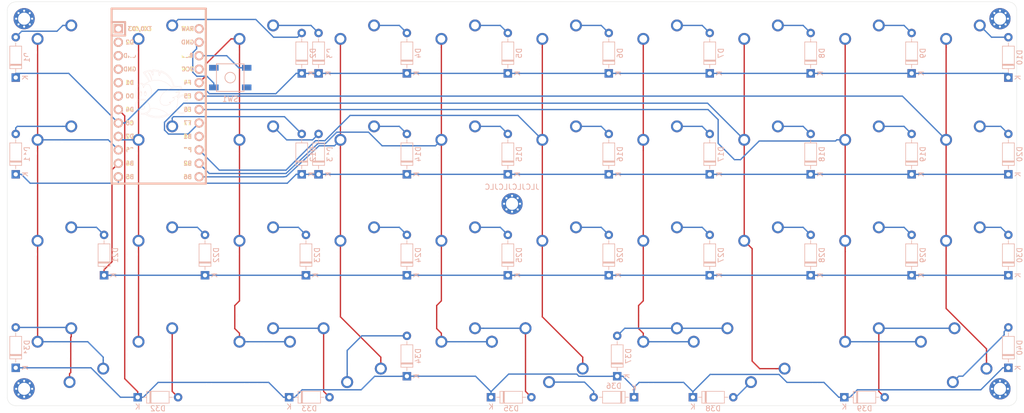
<source format=kicad_pcb>
(kicad_pcb (version 20171130) (host pcbnew "(5.1.4)-1")
  (layers (0 F.Cu signal) (31 B.Cu signal) (34 B.Paste user) (35 F.Paste user) (36 B.SilkS user) (37 F.SilkS user) (38 B.Mask user) (39 F.Mask user) (44 Edge.Cuts user))
  (net 0 "")
  (net 1 "Net-(D1-Pad2)")
  (net 2 ROW0)
  (net 3 "Net-(D2-Pad2)")
  (net 4 "Net-(D3-Pad2)")
  (net 5 "Net-(D4-Pad2)")
  (net 6 "Net-(D5-Pad2)")
  (net 7 "Net-(D6-Pad2)")
  (net 8 "Net-(D7-Pad2)")
  (net 9 "Net-(D8-Pad2)")
  (net 10 "Net-(D9-Pad2)")
  (net 11 "Net-(D10-Pad2)")
  (net 12 "Net-(D11-Pad2)")
  (net 13 ROW1)
  (net 14 "Net-(D12-Pad2)")
  (net 15 "Net-(D13-Pad2)")
  (net 16 "Net-(D14-Pad2)")
  (net 17 "Net-(D15-Pad2)")
  (net 18 "Net-(D16-Pad2)")
  (net 19 "Net-(D17-Pad2)")
  (net 20 "Net-(D18-Pad2)")
  (net 21 "Net-(D19-Pad2)")
  (net 22 "Net-(D20-Pad2)")
  (net 23 "Net-(D21-Pad2)")
  (net 24 ROW2)
  (net 25 "Net-(D22-Pad2)")
  (net 26 "Net-(D23-Pad2)")
  (net 27 "Net-(D24-Pad2)")
  (net 28 "Net-(D25-Pad2)")
  (net 29 "Net-(D26-Pad2)")
  (net 30 "Net-(D27-Pad2)")
  (net 31 "Net-(D28-Pad2)")
  (net 32 "Net-(D29-Pad2)")
  (net 33 "Net-(D30-Pad2)")
  (net 34 "Net-(D31-Pad2)")
  (net 35 ROW3)
  (net 36 "Net-(D32-Pad2)")
  (net 37 "Net-(D33-Pad2)")
  (net 38 "Net-(D34-Pad2)")
  (net 39 "Net-(D35-Pad2)")
  (net 40 "Net-(D36-Pad2)")
  (net 41 "Net-(D37-Pad2)")
  (net 42 "Net-(D38-Pad2)")
  (net 43 "Net-(D39-Pad2)")
  (net 44 "Net-(D40-Pad2)")
  (net 45 COL0)
  (net 46 COL1)
  (net 47 COL2)
  (net 48 COL3)
  (net 49 COL4)
  (net 50 COL5)
  (net 51 COL6)
  (net 52 COL7)
  (net 53 COL8)
  (net 54 COL9)
  (net 55 "Net-(SW1-Pad2)")
  (net 56 "Net-(SW1-Pad1)")
  (net 57 "Net-(U1-Pad24)")
  (net 58 "Net-(U1-Pad21)")
  (net 59 "Net-(U1-Pad6)")
  (net 60 "Net-(U1-Pad5)")
  (net 61 "Net-(U1-Pad4)")
  (net 62 "Net-(U1-Pad3)")
  (net 63 "Net-(U1-Pad2)")
  (net 64 "Net-(U1-Pad1)")
  (module kbd:M2_HOLE_v3 (layer F.Cu) (at 114.3 55.5625)
    (fp_text reference Ref** hide)
    (fp_text value Val**)
    (pad 1 thru_hole circle (at 1.06 -1.06) (size 0.5 0.5) (drill 0.4) (layers *.Cu *.Mask))
    (pad 1 thru_hole circle (at -1.06 -1.06) (size 0.5 0.5) (drill 0.4) (layers *.Cu *.Mask))
    (pad 1 thru_hole circle (at -1.06 1.06) (size 0.5 0.5) (drill 0.4) (layers *.Cu *.Mask))
    (pad 1 thru_hole circle (at 1.06 1.06) (size 0.5 0.5) (drill 0.4) (layers *.Cu *.Mask))
    (pad 1 thru_hole circle (at 0 -1.5) (size 0.5 0.5) (drill 0.4) (layers *.Cu *.Mask))
    (pad 1 thru_hole circle (at 0 1.5) (size 0.5 0.5) (drill 0.4) (layers *.Cu *.Mask))
    (pad 1 thru_hole circle (at -1.5 0) (size 0.5 0.5) (drill 0.4) (layers *.Cu *.Mask))
    (pad 1 thru_hole circle (at 1.5 0) (size 0.5 0.5) (drill 0.4) (layers *.Cu *.Mask))
    (pad 1 thru_hole circle (at 0 0) (size 4 4) (drill 2.3) (layers *.Cu *.Mask))
  )
  (module kbd:M2_HOLE_v3 (layer F.Cu) (at 22.225 20.6375)
    (fp_text reference Ref** hide)
    (fp_text value Val**)
    (pad 1 thru_hole circle (at 1.06 -1.06) (size 0.5 0.5) (drill 0.4) (layers *.Cu *.Mask))
    (pad 1 thru_hole circle (at -1.06 -1.06) (size 0.5 0.5) (drill 0.4) (layers *.Cu *.Mask))
    (pad 1 thru_hole circle (at -1.06 1.06) (size 0.5 0.5) (drill 0.4) (layers *.Cu *.Mask))
    (pad 1 thru_hole circle (at 1.06 1.06) (size 0.5 0.5) (drill 0.4) (layers *.Cu *.Mask))
    (pad 1 thru_hole circle (at 0 -1.5) (size 0.5 0.5) (drill 0.4) (layers *.Cu *.Mask))
    (pad 1 thru_hole circle (at 0 1.5) (size 0.5 0.5) (drill 0.4) (layers *.Cu *.Mask))
    (pad 1 thru_hole circle (at -1.5 0) (size 0.5 0.5) (drill 0.4) (layers *.Cu *.Mask))
    (pad 1 thru_hole circle (at 1.5 0) (size 0.5 0.5) (drill 0.4) (layers *.Cu *.Mask))
    (pad 1 thru_hole circle (at 0 0) (size 4 4) (drill 2.3) (layers *.Cu *.Mask))
  )
  (module kbd:M2_HOLE_v3 (layer F.Cu) (at 206.375 20.6375)
    (fp_text reference Ref** hide)
    (fp_text value Val**)
    (pad 1 thru_hole circle (at 1.06 -1.06) (size 0.5 0.5) (drill 0.4) (layers *.Cu *.Mask))
    (pad 1 thru_hole circle (at -1.06 -1.06) (size 0.5 0.5) (drill 0.4) (layers *.Cu *.Mask))
    (pad 1 thru_hole circle (at -1.06 1.06) (size 0.5 0.5) (drill 0.4) (layers *.Cu *.Mask))
    (pad 1 thru_hole circle (at 1.06 1.06) (size 0.5 0.5) (drill 0.4) (layers *.Cu *.Mask))
    (pad 1 thru_hole circle (at 0 -1.5) (size 0.5 0.5) (drill 0.4) (layers *.Cu *.Mask))
    (pad 1 thru_hole circle (at 0 1.5) (size 0.5 0.5) (drill 0.4) (layers *.Cu *.Mask))
    (pad 1 thru_hole circle (at -1.5 0) (size 0.5 0.5) (drill 0.4) (layers *.Cu *.Mask))
    (pad 1 thru_hole circle (at 1.5 0) (size 0.5 0.5) (drill 0.4) (layers *.Cu *.Mask))
    (pad 1 thru_hole circle (at 0 0) (size 4 4) (drill 2.3) (layers *.Cu *.Mask))
  )
  (module MX_Only:MXOnly-1U-NoLED (layer F.Cu) (at 200.025 84.1375 180)
    (fp_text reference MX41)
    (fp_text value MX-NoLED)
    (pad 2 thru_hole circle (at 2.54 -5.08 180) (size 2.25 2.25) (drill 1.47) (layers *.Cu B.Mask) (net 44 "Net-(D40-Pad2)"))
    (pad "" np_thru_hole circle (at 0 0 180) (size 3.9878 3.9878) (drill 3.9878) (layers *.Cu *.Mask))
    (pad 1 thru_hole circle (at -3.81 -2.54 180) (size 2.25 2.25) (drill 1.47) (layers *.Cu B.Mask) (net 54 COL9))
    (pad "" np_thru_hole circle (at -5.08 0 228.0996) (size 1.75 1.75) (drill 1.75) (layers *.Cu *.Mask))
    (pad "" np_thru_hole circle (at 5.08 0 228.0996) (size 1.75 1.75) (drill 1.75) (layers *.Cu *.Mask))
  )
  (module kbd:M2_HOLE_v3 (layer F.Cu) (at 206.375 90.4875)
    (fp_text reference Ref** hide)
    (fp_text value Val**)
    (pad 1 thru_hole circle (at 1.06 -1.06) (size 0.5 0.5) (drill 0.4) (layers *.Cu *.Mask))
    (pad 1 thru_hole circle (at -1.06 -1.06) (size 0.5 0.5) (drill 0.4) (layers *.Cu *.Mask))
    (pad 1 thru_hole circle (at -1.06 1.06) (size 0.5 0.5) (drill 0.4) (layers *.Cu *.Mask))
    (pad 1 thru_hole circle (at 1.06 1.06) (size 0.5 0.5) (drill 0.4) (layers *.Cu *.Mask))
    (pad 1 thru_hole circle (at 0 -1.5) (size 0.5 0.5) (drill 0.4) (layers *.Cu *.Mask))
    (pad 1 thru_hole circle (at 0 1.5) (size 0.5 0.5) (drill 0.4) (layers *.Cu *.Mask))
    (pad 1 thru_hole circle (at -1.5 0) (size 0.5 0.5) (drill 0.4) (layers *.Cu *.Mask))
    (pad 1 thru_hole circle (at 1.5 0) (size 0.5 0.5) (drill 0.4) (layers *.Cu *.Mask))
    (pad 1 thru_hole circle (at 0 0) (size 4 4) (drill 2.3) (layers *.Cu *.Mask))
  )
  (module kbd:M2_HOLE_v3 (layer F.Cu) (at 22.225 90.4875)
    (fp_text reference Ref** hide)
    (fp_text value Val**)
    (pad 1 thru_hole circle (at 1.06 -1.06) (size 0.5 0.5) (drill 0.4) (layers *.Cu *.Mask))
    (pad 1 thru_hole circle (at -1.06 -1.06) (size 0.5 0.5) (drill 0.4) (layers *.Cu *.Mask))
    (pad 1 thru_hole circle (at -1.06 1.06) (size 0.5 0.5) (drill 0.4) (layers *.Cu *.Mask))
    (pad 1 thru_hole circle (at 1.06 1.06) (size 0.5 0.5) (drill 0.4) (layers *.Cu *.Mask))
    (pad 1 thru_hole circle (at 0 -1.5) (size 0.5 0.5) (drill 0.4) (layers *.Cu *.Mask))
    (pad 1 thru_hole circle (at 0 1.5) (size 0.5 0.5) (drill 0.4) (layers *.Cu *.Mask))
    (pad 1 thru_hole circle (at -1.5 0) (size 0.5 0.5) (drill 0.4) (layers *.Cu *.Mask))
    (pad 1 thru_hole circle (at 1.5 0) (size 0.5 0.5) (drill 0.4) (layers *.Cu *.Mask))
    (pad 1 thru_hole circle (at 0 0) (size 4 4) (drill 2.3) (layers *.Cu *.Mask))
  )
  (module MX_Only:MXOnly-1U-NoLED (layer F.Cu) (at 142.875 84.1375)
    (fp_text reference MX38)
    (fp_text value MX-NoLED)
    (pad 2 thru_hole circle (at 2.54 -5.08) (size 2.25 2.25) (drill 1.47) (layers *.Cu B.Mask) (net 41 "Net-(D37-Pad2)"))
    (pad "" np_thru_hole circle (at 0 0) (size 3.9878 3.9878) (drill 3.9878) (layers *.Cu *.Mask))
    (pad 1 thru_hole circle (at -3.81 -2.54) (size 2.25 2.25) (drill 1.47) (layers *.Cu B.Mask) (net 51 COL6))
    (pad "" np_thru_hole circle (at -5.08 0 48.0996) (size 1.75 1.75) (drill 1.75) (layers *.Cu *.Mask))
    (pad "" np_thru_hole circle (at 5.08 0 48.0996) (size 1.75 1.75) (drill 1.75) (layers *.Cu *.Mask))
  )
  (module MX_Only:MXOnly-1U-NoLED (layer F.Cu) (at 85.725 84.1375 180)
    (fp_text reference MX35)
    (fp_text value MX-NoLED)
    (pad 2 thru_hole circle (at 2.54 -5.08 180) (size 2.25 2.25) (drill 1.47) (layers *.Cu B.Mask) (net 38 "Net-(D34-Pad2)"))
    (pad "" np_thru_hole circle (at 0 0 180) (size 3.9878 3.9878) (drill 3.9878) (layers *.Cu *.Mask))
    (pad 1 thru_hole circle (at -3.81 -2.54 180) (size 2.25 2.25) (drill 1.47) (layers *.Cu B.Mask) (net 48 COL3))
    (pad "" np_thru_hole circle (at -5.08 0 228.0996) (size 1.75 1.75) (drill 1.75) (layers *.Cu *.Mask))
    (pad "" np_thru_hole circle (at 5.08 0 228.0996) (size 1.75 1.75) (drill 1.75) (layers *.Cu *.Mask))
  )
  (module Diode_THT:D_DO-35_SOD27_P7.62mm_Horizontal (layer B.Cu) (at 207.9625 86.51875 90)
    (fp_text reference D40 (at 3.81 2.12 90) (layer B.SilkS) (effects (justify mirror)))
    (fp_text value D_Small)
    (fp_text user K (at 0 1.8 90) (layer B.SilkS) (effects (justify mirror)))
    (pad 2 thru_hole oval (at 7.62 0 90) (size 1.6 1.6) (drill 0.8) (layers *.Cu *.Mask) (net 44 "Net-(D40-Pad2)"))
    (pad 1 thru_hole rect (at 0 0 90) (size 1.6 1.6) (drill 0.8) (layers *.Cu *.Mask) (net 35 ROW3))
  )
  (module Diode_THT:D_DO-35_SOD27_P7.62mm_Horizontal (layer B.Cu) (at 177.00625 92.075)
    (fp_text reference D39 (at 3.81 2.12) (layer B.SilkS) (effects (justify mirror)))
    (fp_text value D_Small)
    (fp_text user K (at 0 1.8) (layer B.SilkS) (effects (justify mirror)))
    (pad 2 thru_hole oval (at 7.62 0) (size 1.6 1.6) (drill 0.8) (layers *.Cu *.Mask) (net 43 "Net-(D39-Pad2)"))
    (pad 1 thru_hole rect (at 0 0) (size 1.6 1.6) (drill 0.8) (layers *.Cu *.Mask) (net 35 ROW3))
  )
  (module Diode_THT:D_DO-35_SOD27_P7.62mm_Horizontal (layer B.Cu) (at 148.43125 92.075)
    (fp_text reference D38 (at 3.81 2.12) (layer B.SilkS) (effects (justify mirror)))
    (fp_text value D_Small)
    (fp_text user K (at 0 1.8) (layer B.SilkS) (effects (justify mirror)))
    (pad 2 thru_hole oval (at 7.62 0) (size 1.6 1.6) (drill 0.8) (layers *.Cu *.Mask) (net 42 "Net-(D38-Pad2)"))
    (pad 1 thru_hole rect (at 0 0) (size 1.6 1.6) (drill 0.8) (layers *.Cu *.Mask) (net 35 ROW3))
  )
  (module Diode_THT:D_DO-35_SOD27_P7.62mm_Horizontal (layer B.Cu) (at 134.14375 88.10625 90)
    (fp_text reference D37 (at 3.81 2.12 90) (layer B.SilkS) (effects (justify mirror)))
    (fp_text value D_Small)
    (fp_text user K (at 0 1.8 90) (layer B.SilkS) (effects (justify mirror)))
    (pad 2 thru_hole oval (at 7.62 0 90) (size 1.6 1.6) (drill 0.8) (layers *.Cu *.Mask) (net 41 "Net-(D37-Pad2)"))
    (pad 1 thru_hole rect (at 0 0 90) (size 1.6 1.6) (drill 0.8) (layers *.Cu *.Mask) (net 35 ROW3))
  )
  (module Diode_THT:D_DO-35_SOD27_P7.62mm_Horizontal (layer B.Cu) (at 137.31875 92.075 180)
    (fp_text reference D36 (at 3.81 2.12 180) (layer B.SilkS) (effects (justify mirror)))
    (fp_text value D_Small)
    (fp_text user K (at 0 1.8 180) (layer B.SilkS) (effects (justify mirror)))
    (pad 2 thru_hole oval (at 7.62 0 180) (size 1.6 1.6) (drill 0.8) (layers *.Cu *.Mask) (net 40 "Net-(D36-Pad2)"))
    (pad 1 thru_hole rect (at 0 0 180) (size 1.6 1.6) (drill 0.8) (layers *.Cu *.Mask) (net 35 ROW3))
  )
  (module Diode_THT:D_DO-35_SOD27_P7.62mm_Horizontal (layer B.Cu) (at 110.33125 92.075)
    (fp_text reference D35 (at 3.81 2.12) (layer B.SilkS) (effects (justify mirror)))
    (fp_text value D_Small)
    (fp_text user K (at 0 1.8) (layer B.SilkS) (effects (justify mirror)))
    (pad 2 thru_hole oval (at 7.62 0) (size 1.6 1.6) (drill 0.8) (layers *.Cu *.Mask) (net 39 "Net-(D35-Pad2)"))
    (pad 1 thru_hole rect (at 0 0) (size 1.6 1.6) (drill 0.8) (layers *.Cu *.Mask) (net 35 ROW3))
  )
  (module Diode_THT:D_DO-35_SOD27_P7.62mm_Horizontal (layer B.Cu) (at 94.45625 88.10625 90)
    (fp_text reference D34 (at 3.81 2.12 90) (layer B.SilkS) (effects (justify mirror)))
    (fp_text value D_Small)
    (fp_text user K (at 0 1.8 90) (layer B.SilkS) (effects (justify mirror)))
    (pad 2 thru_hole oval (at 7.62 0 90) (size 1.6 1.6) (drill 0.8) (layers *.Cu *.Mask) (net 38 "Net-(D34-Pad2)"))
    (pad 1 thru_hole rect (at 0 0 90) (size 1.6 1.6) (drill 0.8) (layers *.Cu *.Mask) (net 35 ROW3))
  )
  (module Diode_THT:D_DO-35_SOD27_P7.62mm_Horizontal (layer B.Cu) (at 72.23125 92.075)
    (fp_text reference D33 (at 3.81 2.12) (layer B.SilkS) (effects (justify mirror)))
    (fp_text value D_Small)
    (fp_text user K (at 0 1.8) (layer B.SilkS) (effects (justify mirror)))
    (pad 2 thru_hole oval (at 7.62 0) (size 1.6 1.6) (drill 0.8) (layers *.Cu *.Mask) (net 37 "Net-(D33-Pad2)"))
    (pad 1 thru_hole rect (at 0 0) (size 1.6 1.6) (drill 0.8) (layers *.Cu *.Mask) (net 35 ROW3))
  )
  (module Diode_THT:D_DO-35_SOD27_P7.62mm_Horizontal (layer B.Cu) (at 43.65625 92.075)
    (fp_text reference D32 (at 3.81 2.12) (layer B.SilkS) (effects (justify mirror)))
    (fp_text value D_Small)
    (fp_text user K (at 0 1.8) (layer B.SilkS) (effects (justify mirror)))
    (pad 2 thru_hole oval (at 7.62 0) (size 1.6 1.6) (drill 0.8) (layers *.Cu *.Mask) (net 36 "Net-(D32-Pad2)"))
    (pad 1 thru_hole rect (at 0 0) (size 1.6 1.6) (drill 0.8) (layers *.Cu *.Mask) (net 35 ROW3))
  )
  (module Diode_THT:D_DO-35_SOD27_P7.62mm_Horizontal (layer B.Cu) (at 20.6375 86.51875 90)
    (fp_text reference D31 (at 3.81 2.12 90) (layer B.SilkS) (effects (justify mirror)))
    (fp_text value D_Small)
    (fp_text user K (at 0 1.8 90) (layer B.SilkS) (effects (justify mirror)))
    (pad 2 thru_hole oval (at 7.62 0 90) (size 1.6 1.6) (drill 0.8) (layers *.Cu *.Mask) (net 34 "Net-(D31-Pad2)"))
    (pad 1 thru_hole rect (at 0 0 90) (size 1.6 1.6) (drill 0.8) (layers *.Cu *.Mask) (net 35 ROW3))
  )
  (module Diode_THT:D_DO-35_SOD27_P7.62mm_Horizontal (layer B.Cu) (at 207.9625 69.05625 90)
    (fp_text reference D30 (at 3.81 2.12 90) (layer B.SilkS) (effects (justify mirror)))
    (fp_text value D_Small)
    (fp_text user K (at 0 1.8 90) (layer B.SilkS) (effects (justify mirror)))
    (pad 2 thru_hole oval (at 7.62 0 90) (size 1.6 1.6) (drill 0.8) (layers *.Cu *.Mask) (net 33 "Net-(D30-Pad2)"))
    (pad 1 thru_hole rect (at 0 0 90) (size 1.6 1.6) (drill 0.8) (layers *.Cu *.Mask) (net 24 ROW2))
  )
  (module Diode_THT:D_DO-35_SOD27_P7.62mm_Horizontal (layer B.Cu) (at 189.70625 69.05625 90)
    (fp_text reference D29 (at 3.81 2.12 90) (layer B.SilkS) (effects (justify mirror)))
    (fp_text value D_Small)
    (fp_text user K (at 0 1.8 90) (layer B.SilkS) (effects (justify mirror)))
    (pad 2 thru_hole oval (at 7.62 0 90) (size 1.6 1.6) (drill 0.8) (layers *.Cu *.Mask) (net 32 "Net-(D29-Pad2)"))
    (pad 1 thru_hole rect (at 0 0 90) (size 1.6 1.6) (drill 0.8) (layers *.Cu *.Mask) (net 24 ROW2))
  )
  (module Diode_THT:D_DO-35_SOD27_P7.62mm_Horizontal (layer B.Cu) (at 170.65625 69.05625 90)
    (fp_text reference D28 (at 3.81 2.12 90) (layer B.SilkS) (effects (justify mirror)))
    (fp_text value D_Small)
    (fp_text user K (at 0 1.8 90) (layer B.SilkS) (effects (justify mirror)))
    (pad 2 thru_hole oval (at 7.62 0 90) (size 1.6 1.6) (drill 0.8) (layers *.Cu *.Mask) (net 31 "Net-(D28-Pad2)"))
    (pad 1 thru_hole rect (at 0 0 90) (size 1.6 1.6) (drill 0.8) (layers *.Cu *.Mask) (net 24 ROW2))
  )
  (module Diode_THT:D_DO-35_SOD27_P7.62mm_Horizontal (layer B.Cu) (at 151.60625 69.05625 90)
    (fp_text reference D27 (at 3.81 2.12 90) (layer B.SilkS) (effects (justify mirror)))
    (fp_text value D_Small)
    (fp_text user K (at 0 1.8 90) (layer B.SilkS) (effects (justify mirror)))
    (pad 2 thru_hole oval (at 7.62 0 90) (size 1.6 1.6) (drill 0.8) (layers *.Cu *.Mask) (net 30 "Net-(D27-Pad2)"))
    (pad 1 thru_hole rect (at 0 0 90) (size 1.6 1.6) (drill 0.8) (layers *.Cu *.Mask) (net 24 ROW2))
  )
  (module Diode_THT:D_DO-35_SOD27_P7.62mm_Horizontal (layer B.Cu) (at 132.55625 69.05625 90)
    (fp_text reference D26 (at 3.81 2.12 90) (layer B.SilkS) (effects (justify mirror)))
    (fp_text value D_Small)
    (fp_text user K (at 0 1.8 90) (layer B.SilkS) (effects (justify mirror)))
    (pad 2 thru_hole oval (at 7.62 0 90) (size 1.6 1.6) (drill 0.8) (layers *.Cu *.Mask) (net 29 "Net-(D26-Pad2)"))
    (pad 1 thru_hole rect (at 0 0 90) (size 1.6 1.6) (drill 0.8) (layers *.Cu *.Mask) (net 24 ROW2))
  )
  (module Diode_THT:D_DO-35_SOD27_P7.62mm_Horizontal (layer B.Cu) (at 113.50625 69.05625 90)
    (fp_text reference D25 (at 3.81 2.12 90) (layer B.SilkS) (effects (justify mirror)))
    (fp_text value D_Small)
    (fp_text user K (at 0 1.8 90) (layer B.SilkS) (effects (justify mirror)))
    (pad 2 thru_hole oval (at 7.62 0 90) (size 1.6 1.6) (drill 0.8) (layers *.Cu *.Mask) (net 28 "Net-(D25-Pad2)"))
    (pad 1 thru_hole rect (at 0 0 90) (size 1.6 1.6) (drill 0.8) (layers *.Cu *.Mask) (net 24 ROW2))
  )
  (module Diode_THT:D_DO-35_SOD27_P7.62mm_Horizontal (layer B.Cu) (at 94.45625 69.05625 90)
    (fp_text reference D24 (at 3.81 2.12 90) (layer B.SilkS) (effects (justify mirror)))
    (fp_text value D_Small)
    (fp_text user K (at 0 1.8 90) (layer B.SilkS) (effects (justify mirror)))
    (pad 2 thru_hole oval (at 7.62 0 90) (size 1.6 1.6) (drill 0.8) (layers *.Cu *.Mask) (net 27 "Net-(D24-Pad2)"))
    (pad 1 thru_hole rect (at 0 0 90) (size 1.6 1.6) (drill 0.8) (layers *.Cu *.Mask) (net 24 ROW2))
  )
  (module Diode_THT:D_DO-35_SOD27_P7.62mm_Horizontal (layer B.Cu) (at 75.40625 69.05625 90)
    (fp_text reference D23 (at 3.81 2.12 90) (layer B.SilkS) (effects (justify mirror)))
    (fp_text value D_Small)
    (fp_text user K (at 0 1.8 90) (layer B.SilkS) (effects (justify mirror)))
    (pad 2 thru_hole oval (at 7.62 0 90) (size 1.6 1.6) (drill 0.8) (layers *.Cu *.Mask) (net 26 "Net-(D23-Pad2)"))
    (pad 1 thru_hole rect (at 0 0 90) (size 1.6 1.6) (drill 0.8) (layers *.Cu *.Mask) (net 24 ROW2))
  )
  (module Diode_THT:D_DO-35_SOD27_P7.62mm_Horizontal (layer B.Cu) (at 56.35625 69.05625 90)
    (fp_text reference D22 (at 3.81 2.12 90) (layer B.SilkS) (effects (justify mirror)))
    (fp_text value D_Small)
    (fp_text user K (at 0 1.8 90) (layer B.SilkS) (effects (justify mirror)))
    (pad 2 thru_hole oval (at 7.62 0 90) (size 1.6 1.6) (drill 0.8) (layers *.Cu *.Mask) (net 25 "Net-(D22-Pad2)"))
    (pad 1 thru_hole rect (at 0 0 90) (size 1.6 1.6) (drill 0.8) (layers *.Cu *.Mask) (net 24 ROW2))
  )
  (module Diode_THT:D_DO-35_SOD27_P7.62mm_Horizontal (layer B.Cu) (at 37.30625 69.05625 90)
    (fp_text reference D21 (at 3.81 2.12 90) (layer B.SilkS) (effects (justify mirror)))
    (fp_text value D_Small)
    (fp_text user K (at 0 1.8 90) (layer B.SilkS) (effects (justify mirror)))
    (pad 2 thru_hole oval (at 7.62 0 90) (size 1.6 1.6) (drill 0.8) (layers *.Cu *.Mask) (net 23 "Net-(D21-Pad2)"))
    (pad 1 thru_hole rect (at 0 0 90) (size 1.6 1.6) (drill 0.8) (layers *.Cu *.Mask) (net 24 ROW2))
  )
  (module Diode_THT:D_DO-35_SOD27_P7.62mm_Horizontal (layer B.Cu) (at 207.9625 50.00625 90)
    (fp_text reference D20 (at 3.81 2.12 90) (layer B.SilkS) (effects (justify mirror)))
    (fp_text value D_Small)
    (fp_text user K (at 0 1.8 90) (layer B.SilkS) (effects (justify mirror)))
    (pad 2 thru_hole oval (at 7.62 0 90) (size 1.6 1.6) (drill 0.8) (layers *.Cu *.Mask) (net 22 "Net-(D20-Pad2)"))
    (pad 1 thru_hole rect (at 0 0 90) (size 1.6 1.6) (drill 0.8) (layers *.Cu *.Mask) (net 13 ROW1))
  )
  (module Diode_THT:D_DO-35_SOD27_P7.62mm_Horizontal (layer B.Cu) (at 189.70625 50.00625 90)
    (fp_text reference D19 (at 3.81 2.12 90) (layer B.SilkS) (effects (justify mirror)))
    (fp_text value D_Small)
    (fp_text user K (at 0 1.8 90) (layer B.SilkS) (effects (justify mirror)))
    (pad 2 thru_hole oval (at 7.62 0 90) (size 1.6 1.6) (drill 0.8) (layers *.Cu *.Mask) (net 21 "Net-(D19-Pad2)"))
    (pad 1 thru_hole rect (at 0 0 90) (size 1.6 1.6) (drill 0.8) (layers *.Cu *.Mask) (net 13 ROW1))
  )
  (module Diode_THT:D_DO-35_SOD27_P7.62mm_Horizontal (layer B.Cu) (at 170.65625 50.00625 90)
    (fp_text reference D18 (at 3.81 2.12 90) (layer B.SilkS) (effects (justify mirror)))
    (fp_text value D_Small)
    (fp_text user K (at 0 1.8 90) (layer B.SilkS) (effects (justify mirror)))
    (pad 2 thru_hole oval (at 7.62 0 90) (size 1.6 1.6) (drill 0.8) (layers *.Cu *.Mask) (net 20 "Net-(D18-Pad2)"))
    (pad 1 thru_hole rect (at 0 0 90) (size 1.6 1.6) (drill 0.8) (layers *.Cu *.Mask) (net 13 ROW1))
  )
  (module Diode_THT:D_DO-35_SOD27_P7.62mm_Horizontal (layer B.Cu) (at 151.60625 50.00625 90)
    (fp_text reference D17 (at 3.81 2.12 90) (layer B.SilkS) (effects (justify mirror)))
    (fp_text value D_Small)
    (fp_text user K (at 0 1.8 90) (layer B.SilkS) (effects (justify mirror)))
    (pad 2 thru_hole oval (at 7.62 0 90) (size 1.6 1.6) (drill 0.8) (layers *.Cu *.Mask) (net 19 "Net-(D17-Pad2)"))
    (pad 1 thru_hole rect (at 0 0 90) (size 1.6 1.6) (drill 0.8) (layers *.Cu *.Mask) (net 13 ROW1))
  )
  (module Diode_THT:D_DO-35_SOD27_P7.62mm_Horizontal (layer B.Cu) (at 132.55625 50.00625 90)
    (fp_text reference D16 (at 3.81 2.12 90) (layer B.SilkS) (effects (justify mirror)))
    (fp_text value D_Small)
    (fp_text user K (at 0 1.8 90) (layer B.SilkS) (effects (justify mirror)))
    (pad 2 thru_hole oval (at 7.62 0 90) (size 1.6 1.6) (drill 0.8) (layers *.Cu *.Mask) (net 18 "Net-(D16-Pad2)"))
    (pad 1 thru_hole rect (at 0 0 90) (size 1.6 1.6) (drill 0.8) (layers *.Cu *.Mask) (net 13 ROW1))
  )
  (module Diode_THT:D_DO-35_SOD27_P7.62mm_Horizontal (layer B.Cu) (at 113.50625 50.00625 90)
    (fp_text reference D15 (at 3.81 2.12 90) (layer B.SilkS) (effects (justify mirror)))
    (fp_text value D_Small)
    (fp_text user K (at 0 1.8 90) (layer B.SilkS) (effects (justify mirror)))
    (pad 2 thru_hole oval (at 7.62 0 90) (size 1.6 1.6) (drill 0.8) (layers *.Cu *.Mask) (net 17 "Net-(D15-Pad2)"))
    (pad 1 thru_hole rect (at 0 0 90) (size 1.6 1.6) (drill 0.8) (layers *.Cu *.Mask) (net 13 ROW1))
  )
  (module Diode_THT:D_DO-35_SOD27_P7.62mm_Horizontal (layer B.Cu) (at 94.45625 50.00625 90)
    (fp_text reference D14 (at 3.81 2.12 90) (layer B.SilkS) (effects (justify mirror)))
    (fp_text value D_Small)
    (fp_text user K (at 0 1.8 90) (layer B.SilkS) (effects (justify mirror)))
    (pad 2 thru_hole oval (at 7.62 0 90) (size 1.6 1.6) (drill 0.8) (layers *.Cu *.Mask) (net 16 "Net-(D14-Pad2)"))
    (pad 1 thru_hole rect (at 0 0 90) (size 1.6 1.6) (drill 0.8) (layers *.Cu *.Mask) (net 13 ROW1))
  )
  (module Diode_THT:D_DO-35_SOD27_P7.62mm_Horizontal (layer B.Cu) (at 77.7875 50.00625 90)
    (fp_text reference D13 (at 3.81 2.12 90) (layer B.SilkS) (effects (justify mirror)))
    (fp_text value D_Small)
    (fp_text user K (at 0 1.8 90) (layer B.SilkS) (effects (justify mirror)))
    (pad 2 thru_hole oval (at 7.62 0 90) (size 1.6 1.6) (drill 0.8) (layers *.Cu *.Mask) (net 15 "Net-(D13-Pad2)"))
    (pad 1 thru_hole rect (at 0 0 90) (size 1.6 1.6) (drill 0.8) (layers *.Cu *.Mask) (net 13 ROW1))
  )
  (module Diode_THT:D_DO-35_SOD27_P7.62mm_Horizontal (layer B.Cu) (at 74.6125 50.00625 90)
    (fp_text reference D12 (at 3.81 2.12 90) (layer B.SilkS) (effects (justify mirror)))
    (fp_text value D_Small)
    (fp_text user K (at 0 1.8 90) (layer B.SilkS) (effects (justify mirror)))
    (pad 2 thru_hole oval (at 7.62 0 90) (size 1.6 1.6) (drill 0.8) (layers *.Cu *.Mask) (net 14 "Net-(D12-Pad2)"))
    (pad 1 thru_hole rect (at 0 0 90) (size 1.6 1.6) (drill 0.8) (layers *.Cu *.Mask) (net 13 ROW1))
  )
  (module Diode_THT:D_DO-35_SOD27_P7.62mm_Horizontal (layer B.Cu) (at 20.6375 50.00625 90)
    (fp_text reference D11 (at 3.81 2.12 90) (layer B.SilkS) (effects (justify mirror)))
    (fp_text value D_Small)
    (fp_text user K (at 0 1.8 90) (layer B.SilkS) (effects (justify mirror)))
    (pad 2 thru_hole oval (at 7.62 0 90) (size 1.6 1.6) (drill 0.8) (layers *.Cu *.Mask) (net 12 "Net-(D11-Pad2)"))
    (pad 1 thru_hole rect (at 0 0 90) (size 1.6 1.6) (drill 0.8) (layers *.Cu *.Mask) (net 13 ROW1))
  )
  (module Diode_THT:D_DO-35_SOD27_P7.62mm_Horizontal (layer B.Cu) (at 207.9625 31.75 90)
    (fp_text reference D10 (at 3.81 2.12 90) (layer B.SilkS) (effects (justify mirror)))
    (fp_text value D_Small)
    (fp_text user K (at 0 1.8 90) (layer B.SilkS) (effects (justify mirror)))
    (pad 2 thru_hole oval (at 7.62 0 90) (size 1.6 1.6) (drill 0.8) (layers *.Cu *.Mask) (net 11 "Net-(D10-Pad2)"))
    (pad 1 thru_hole rect (at 0 0 90) (size 1.6 1.6) (drill 0.8) (layers *.Cu *.Mask) (net 2 ROW0))
  )
  (module Diode_THT:D_DO-35_SOD27_P7.62mm_Horizontal (layer B.Cu) (at 189.70625 30.95625 90)
    (fp_text reference D9 (at 3.81 2.12 90) (layer B.SilkS) (effects (justify mirror)))
    (fp_text value D_Small)
    (fp_text user K (at 0 1.8 90) (layer B.SilkS) (effects (justify mirror)))
    (pad 2 thru_hole oval (at 7.62 0 90) (size 1.6 1.6) (drill 0.8) (layers *.Cu *.Mask) (net 10 "Net-(D9-Pad2)"))
    (pad 1 thru_hole rect (at 0 0 90) (size 1.6 1.6) (drill 0.8) (layers *.Cu *.Mask) (net 2 ROW0))
  )
  (module Diode_THT:D_DO-35_SOD27_P7.62mm_Horizontal (layer B.Cu) (at 170.65625 30.95625 90)
    (fp_text reference D8 (at 3.81 2.12 90) (layer B.SilkS) (effects (justify mirror)))
    (fp_text value D_Small)
    (fp_text user K (at 0 1.8 90) (layer B.SilkS) (effects (justify mirror)))
    (pad 2 thru_hole oval (at 7.62 0 90) (size 1.6 1.6) (drill 0.8) (layers *.Cu *.Mask) (net 9 "Net-(D8-Pad2)"))
    (pad 1 thru_hole rect (at 0 0 90) (size 1.6 1.6) (drill 0.8) (layers *.Cu *.Mask) (net 2 ROW0))
  )
  (module Diode_THT:D_DO-35_SOD27_P7.62mm_Horizontal (layer B.Cu) (at 151.60625 30.95625 90)
    (fp_text reference D7 (at 3.81 2.12 90) (layer B.SilkS) (effects (justify mirror)))
    (fp_text value D_Small)
    (fp_text user K (at 0 1.8 90) (layer B.SilkS) (effects (justify mirror)))
    (pad 2 thru_hole oval (at 7.62 0 90) (size 1.6 1.6) (drill 0.8) (layers *.Cu *.Mask) (net 8 "Net-(D7-Pad2)"))
    (pad 1 thru_hole rect (at 0 0 90) (size 1.6 1.6) (drill 0.8) (layers *.Cu *.Mask) (net 2 ROW0))
  )
  (module Diode_THT:D_DO-35_SOD27_P7.62mm_Horizontal (layer B.Cu) (at 132.55625 30.95625 90)
    (fp_text reference D6 (at 3.81 2.12 90) (layer B.SilkS) (effects (justify mirror)))
    (fp_text value D_Small)
    (fp_text user K (at 0 1.8 90) (layer B.SilkS) (effects (justify mirror)))
    (pad 2 thru_hole oval (at 7.62 0 90) (size 1.6 1.6) (drill 0.8) (layers *.Cu *.Mask) (net 7 "Net-(D6-Pad2)"))
    (pad 1 thru_hole rect (at 0 0 90) (size 1.6 1.6) (drill 0.8) (layers *.Cu *.Mask) (net 2 ROW0))
  )
  (module Diode_THT:D_DO-35_SOD27_P7.62mm_Horizontal (layer B.Cu) (at 113.50625 30.95625 90)
    (fp_text reference D5 (at 3.81 2.12 90) (layer B.SilkS) (effects (justify mirror)))
    (fp_text value D_Small)
    (fp_text user K (at 0 1.8 90) (layer B.SilkS) (effects (justify mirror)))
    (pad 2 thru_hole oval (at 7.62 0 90) (size 1.6 1.6) (drill 0.8) (layers *.Cu *.Mask) (net 6 "Net-(D5-Pad2)"))
    (pad 1 thru_hole rect (at 0 0 90) (size 1.6 1.6) (drill 0.8) (layers *.Cu *.Mask) (net 2 ROW0))
  )
  (module Diode_THT:D_DO-35_SOD27_P7.62mm_Horizontal (layer B.Cu) (at 94.45625 30.95625 90)
    (fp_text reference D4 (at 3.81 2.12 90) (layer B.SilkS) (effects (justify mirror)))
    (fp_text value D_Small)
    (fp_text user K (at 0 1.8 90) (layer B.SilkS) (effects (justify mirror)))
    (pad 2 thru_hole oval (at 7.62 0 90) (size 1.6 1.6) (drill 0.8) (layers *.Cu *.Mask) (net 5 "Net-(D4-Pad2)"))
    (pad 1 thru_hole rect (at 0 0 90) (size 1.6 1.6) (drill 0.8) (layers *.Cu *.Mask) (net 2 ROW0))
  )
  (module Diode_THT:D_DO-35_SOD27_P7.62mm_Horizontal (layer B.Cu) (at 77.7875 30.95625 90)
    (fp_text reference D3 (at 3.81 2.12 90) (layer B.SilkS) (effects (justify mirror)))
    (fp_text value D_Small)
    (fp_text user K (at 0 1.8 90) (layer B.SilkS) (effects (justify mirror)))
    (pad 2 thru_hole oval (at 7.62 0 90) (size 1.6 1.6) (drill 0.8) (layers *.Cu *.Mask) (net 4 "Net-(D3-Pad2)"))
    (pad 1 thru_hole rect (at 0 0 90) (size 1.6 1.6) (drill 0.8) (layers *.Cu *.Mask) (net 2 ROW0))
  )
  (module Diode_THT:D_DO-35_SOD27_P7.62mm_Horizontal (layer B.Cu) (at 74.6125 30.95625 90)
    (fp_text reference D2 (at 3.81 2.12 90) (layer B.SilkS) (effects (justify mirror)))
    (fp_text value D_Small)
    (fp_text user K (at 0 1.8 90) (layer B.SilkS) (effects (justify mirror)))
    (pad 2 thru_hole oval (at 7.62 0 90) (size 1.6 1.6) (drill 0.8) (layers *.Cu *.Mask) (net 3 "Net-(D2-Pad2)"))
    (pad 1 thru_hole rect (at 0 0 90) (size 1.6 1.6) (drill 0.8) (layers *.Cu *.Mask) (net 2 ROW0))
  )
  (module Diode_THT:D_DO-35_SOD27_P7.62mm_Horizontal (layer B.Cu) (at 20.6375 31.75 90)
    (fp_text reference D1 (at 3.81 2.12 90) (layer B.SilkS) (effects (justify mirror)))
    (fp_text value D_Small)
    (fp_text user K (at 0 1.8 90) (layer B.SilkS) (effects (justify mirror)))
    (pad 2 thru_hole oval (at 7.62 0 90) (size 1.6 1.6) (drill 0.8) (layers *.Cu *.Mask) (net 1 "Net-(D1-Pad2)"))
    (pad 1 thru_hole rect (at 0 0 90) (size 1.6 1.6) (drill 0.8) (layers *.Cu *.Mask) (net 2 ROW0))
  )
  (module MX_Only:MXOnly-3U-NoLED (layer F.Cu) (at 85.725 84.1375 180)
    (fp_text reference MX44)
    (fp_text value MX-NoLED)
    (pad 2 thru_hole circle (at 2.54 -5.08 180) (size 2.25 2.25) (drill 1.47) (layers *.Cu B.Mask) (net 38 "Net-(D34-Pad2)"))
    (pad 1 thru_hole circle (at -3.81 -2.54 228.1) (size 2.25 2.25) (drill 1.47) (layers *.Cu B.Mask) (net 48 COL3))
    (pad "" np_thru_hole circle (at 0 0 180) (size 3.9878 3.9878) (drill 3.9878) (layers *.Cu *.Mask))
    (pad "" np_thru_hole circle (at -5.08 0 228.0996) (size 1.75 1.75) (drill 1.75) (layers *.Cu *.Mask))
    (pad "" np_thru_hole circle (at 5.08 0 228.0996) (size 1.75 1.75) (drill 1.75) (layers *.Cu *.Mask))
    (pad "" np_thru_hole circle (at -19.05 -6.985 180) (size 3.048 3.048) (drill 3.048) (layers *.Cu *.Mask))
    (pad "" np_thru_hole circle (at 19.05 -6.985 180) (size 3.048 3.048) (drill 3.048) (layers *.Cu *.Mask))
    (pad "" np_thru_hole circle (at -19.05 8.255 180) (size 3.9878 3.9878) (drill 3.9878) (layers *.Cu *.Mask))
    (pad "" np_thru_hole circle (at 19.05 8.255 180) (size 3.9878 3.9878) (drill 3.9878) (layers *.Cu *.Mask))
  )
  (module Keebio-Parts:ArduinoProMicro (layer F.Cu) (at 47.625 36.5125 270)
    (fp_text reference U1 hide)
    (fp_text value ProMicro hide)
    (fp_text user ST (at -8.91 -5.04) (layer B.SilkS) (effects (font (size 0.8 0.8)) (justify mirror)))
    (fp_text user TX0/D3 (at -13.97 3.571872) (layer F.SilkS) (effects (font (size 0.8 0.8))))
    (fp_text user TX0/D3 (at -13.97 3.571872) (layer B.SilkS) (effects (font (size 0.8 0.8)) (justify mirror)))
    (fp_text user D2 (at -11.43 5.461) (layer F.SilkS) (effects (font (size 0.8 0.8))))
    (fp_text user D0 (at -1.27 5.461) (layer F.SilkS) (effects (font (size 0.8 0.8))))
    (fp_text user D1 (at -3.81 5.461) (layer F.SilkS) (effects (font (size 0.8 0.8))))
    (fp_text user GND (at -6.35 5.461) (layer F.SilkS) (effects (font (size 0.8 0.8))))
    (fp_text user GND (at -8.89 5.461) (layer F.SilkS) (effects (font (size 0.8 0.8))))
    (fp_text user D4 (at 1.27 5.461) (layer F.SilkS) (effects (font (size 0.8 0.8))))
    (fp_text user C6 (at 3.81 5.461) (layer F.SilkS) (effects (font (size 0.8 0.8))))
    (fp_text user D7 (at 6.35 5.461) (layer F.SilkS) (effects (font (size 0.8 0.8))))
    (fp_text user E6 (at 8.89 5.461) (layer F.SilkS) (effects (font (size 0.8 0.8))))
    (fp_text user B4 (at 11.43 5.461) (layer F.SilkS) (effects (font (size 0.8 0.8))))
    (fp_text user B5 (at 13.97 5.461) (layer F.SilkS) (effects (font (size 0.8 0.8))))
    (fp_text user B6 (at 13.97 -5.461) (layer F.SilkS) (effects (font (size 0.8 0.8))))
    (fp_text user B2 (at 11.43 -5.461) (layer B.SilkS) (effects (font (size 0.8 0.8)) (justify mirror)))
    (fp_text user B3 (at 8.89 -5.461) (layer F.SilkS) (effects (font (size 0.8 0.8))))
    (fp_text user B1 (at 6.35 -5.461) (layer F.SilkS) (effects (font (size 0.8 0.8))))
    (fp_text user F7 (at 3.81 -5.461) (layer B.SilkS) (effects (font (size 0.8 0.8)) (justify mirror)))
    (fp_text user F6 (at 1.27 -5.461) (layer B.SilkS) (effects (font (size 0.8 0.8)) (justify mirror)))
    (fp_text user F5 (at -1.27 -5.461) (layer B.SilkS) (effects (font (size 0.8 0.8)) (justify mirror)))
    (fp_text user F4 (at -3.81 -5.461) (layer F.SilkS) (effects (font (size 0.8 0.8))))
    (fp_text user VCC (at -6.35 -5.461) (layer F.SilkS) (effects (font (size 0.8 0.8))))
    (fp_text user ST (at -8.92 -5.73312) (layer F.SilkS) (effects (font (size 0.8 0.8))))
    (fp_text user GND (at -11.43 -5.461) (layer F.SilkS) (effects (font (size 0.8 0.8))))
    (fp_text user RAW (at -13.97 -5.461) (layer F.SilkS) (effects (font (size 0.8 0.8))))
    (fp_text user RAW (at -13.97 -5.461) (layer B.SilkS) (effects (font (size 0.8 0.8)) (justify mirror)))
    (fp_text user GND (at -11.43 -5.461) (layer B.SilkS) (effects (font (size 0.8 0.8)) (justify mirror)))
    (fp_text user VCC (at -6.35 -5.461) (layer B.SilkS) (effects (font (size 0.8 0.8)) (justify mirror)))
    (fp_text user F4 (at -3.81 -5.461) (layer B.SilkS) (effects (font (size 0.8 0.8)) (justify mirror)))
    (fp_text user F5 (at -1.27 -5.461) (layer F.SilkS) (effects (font (size 0.8 0.8))))
    (fp_text user F6 (at 1.27 -5.461) (layer F.SilkS) (effects (font (size 0.8 0.8))))
    (fp_text user F7 (at 3.81 -5.461) (layer F.SilkS) (effects (font (size 0.8 0.8))))
    (fp_text user B1 (at 6.35 -5.461) (layer B.SilkS) (effects (font (size 0.8 0.8)) (justify mirror)))
    (fp_text user B3 (at 8.89 -5.461) (layer B.SilkS) (effects (font (size 0.8 0.8)) (justify mirror)))
    (fp_text user B2 (at 11.43 -5.461) (layer F.SilkS) (effects (font (size 0.8 0.8))))
    (fp_text user B6 (at 13.97 -5.461) (layer B.SilkS) (effects (font (size 0.8 0.8)) (justify mirror)))
    (fp_text user B5 (at 13.97 5.461) (layer B.SilkS) (effects (font (size 0.8 0.8)) (justify mirror)))
    (fp_text user B4 (at 11.43 5.461) (layer B.SilkS) (effects (font (size 0.8 0.8)) (justify mirror)))
    (fp_text user E6 (at 8.89 5.461) (layer B.SilkS) (effects (font (size 0.8 0.8)) (justify mirror)))
    (fp_text user D7 (at 6.35 5.461) (layer B.SilkS) (effects (font (size 0.8 0.8)) (justify mirror)))
    (fp_text user C6 (at 3.81 5.461) (layer B.SilkS) (effects (font (size 0.8 0.8)) (justify mirror)))
    (fp_text user D4 (at 1.27 5.461) (layer B.SilkS) (effects (font (size 0.8 0.8)) (justify mirror)))
    (fp_text user GND (at -8.89 5.461) (layer B.SilkS) (effects (font (size 0.8 0.8)) (justify mirror)))
    (fp_text user GND (at -6.35 5.461) (layer B.SilkS) (effects (font (size 0.8 0.8)) (justify mirror)))
    (fp_text user D1 (at -3.81 5.461) (layer B.SilkS) (effects (font (size 0.8 0.8)) (justify mirror)))
    (fp_text user D0 (at -1.27 5.461) (layer B.SilkS) (effects (font (size 0.8 0.8)) (justify mirror)))
    (fp_text user D2 (at -11.43 5.461) (layer B.SilkS) (effects (font (size 0.8 0.8)) (justify mirror)))
    (pad 24 thru_hole circle (at -13.97 -7.62 270) (size 1.7526 1.7526) (drill 1.0922) (layers *.Cu *.SilkS *.Mask) (net 57 "Net-(U1-Pad24)"))
    (pad 12 thru_hole circle (at 13.97 7.62 270) (size 1.7526 1.7526) (drill 1.0922) (layers *.Cu *.SilkS *.Mask) (net 13 ROW1))
    (pad 23 thru_hole circle (at -11.43 -7.62 270) (size 1.7526 1.7526) (drill 1.0922) (layers *.Cu *.SilkS *.Mask) (net 56 "Net-(SW1-Pad1)"))
    (pad 22 thru_hole circle (at -8.89 -7.62 270) (size 1.7526 1.7526) (drill 1.0922) (layers *.Cu *.SilkS *.Mask) (net 55 "Net-(SW1-Pad2)"))
    (pad 21 thru_hole circle (at -6.35 -7.62 270) (size 1.7526 1.7526) (drill 1.0922) (layers *.Cu *.SilkS *.Mask) (net 58 "Net-(U1-Pad21)"))
    (pad 20 thru_hole circle (at -3.81 -7.62 270) (size 1.7526 1.7526) (drill 1.0922) (layers *.Cu *.SilkS *.Mask) (net 47 COL2))
    (pad 19 thru_hole circle (at -1.27 -7.62 270) (size 1.7526 1.7526) (drill 1.0922) (layers *.Cu *.SilkS *.Mask) (net 54 COL9))
    (pad 18 thru_hole circle (at 1.27 -7.62 270) (size 1.7526 1.7526) (drill 1.0922) (layers *.Cu *.SilkS *.Mask) (net 53 COL8))
    (pad 17 thru_hole circle (at 3.81 -7.62 270) (size 1.7526 1.7526) (drill 1.0922) (layers *.Cu *.SilkS *.Mask) (net 52 COL7))
    (pad 16 thru_hole circle (at 6.35 -7.62 270) (size 1.7526 1.7526) (drill 1.0922) (layers *.Cu *.SilkS *.Mask) (net 51 COL6))
    (pad 15 thru_hole circle (at 8.89 -7.62 270) (size 1.7526 1.7526) (drill 1.0922) (layers *.Cu *.SilkS *.Mask) (net 50 COL5))
    (pad 14 thru_hole circle (at 11.43 -7.62 270) (size 1.7526 1.7526) (drill 1.0922) (layers *.Cu *.SilkS *.Mask) (net 49 COL4))
    (pad 13 thru_hole circle (at 13.97 -7.62 270) (size 1.7526 1.7526) (drill 1.0922) (layers *.Cu *.SilkS *.Mask) (net 48 COL3))
    (pad 11 thru_hole circle (at 11.43 7.62 270) (size 1.7526 1.7526) (drill 1.0922) (layers *.Cu *.SilkS *.Mask) (net 24 ROW2))
    (pad 10 thru_hole circle (at 8.89 7.62 270) (size 1.7526 1.7526) (drill 1.0922) (layers *.Cu *.SilkS *.Mask) (net 45 COL0))
    (pad 9 thru_hole circle (at 6.35 7.62 270) (size 1.7526 1.7526) (drill 1.0922) (layers *.Cu *.SilkS *.Mask) (net 46 COL1))
    (pad 8 thru_hole circle (at 3.81 7.62 270) (size 1.7526 1.7526) (drill 1.0922) (layers *.Cu *.SilkS *.Mask) (net 2 ROW0))
    (pad 7 thru_hole circle (at 1.27 7.62 270) (size 1.7526 1.7526) (drill 1.0922) (layers *.Cu *.SilkS *.Mask) (net 35 ROW3))
    (pad 6 thru_hole circle (at -1.27 7.62 270) (size 1.7526 1.7526) (drill 1.0922) (layers *.Cu *.SilkS *.Mask) (net 59 "Net-(U1-Pad6)"))
    (pad 5 thru_hole circle (at -3.81 7.62 270) (size 1.7526 1.7526) (drill 1.0922) (layers *.Cu *.SilkS *.Mask) (net 60 "Net-(U1-Pad5)"))
    (pad 4 thru_hole circle (at -6.35 7.62 270) (size 1.7526 1.7526) (drill 1.0922) (layers *.Cu *.SilkS *.Mask) (net 61 "Net-(U1-Pad4)"))
    (pad 3 thru_hole circle (at -8.89 7.62 270) (size 1.7526 1.7526) (drill 1.0922) (layers *.Cu *.SilkS *.Mask) (net 62 "Net-(U1-Pad3)"))
    (pad 2 thru_hole circle (at -11.43 7.62 270) (size 1.7526 1.7526) (drill 1.0922) (layers *.Cu *.SilkS *.Mask) (net 63 "Net-(U1-Pad2)"))
    (pad 1 thru_hole rect (at -13.97 7.62 270) (size 1.7526 1.7526) (drill 1.0922) (layers *.Cu *.SilkS *.Mask) (net 64 "Net-(U1-Pad1)"))
  )
  (module random-keyboard-parts:SKQG-1155865 (layer B.Cu) (at 61.11875 31.75 180)
    (fp_text reference SW1 (at 0 -4.064) (layer B.SilkS) (effects (justify mirror)))
    (fp_text value SW_Push)
    (pad 4 smd rect (at -3.1 -1.85 180) (size 1.8 1.1) (layers B.Cu B.Paste B.Mask))
    (pad 3 smd rect (at 3.1 1.85 180) (size 1.8 1.1) (layers B.Cu B.Paste B.Mask))
    (pad 2 smd rect (at -3.1 1.85 180) (size 1.8 1.1) (layers B.Cu B.Paste B.Mask) (net 55 "Net-(SW1-Pad2)"))
    (pad 1 smd rect (at 3.1 -1.85 180) (size 1.8 1.1) (layers B.Cu B.Paste B.Mask) (net 56 "Net-(SW1-Pad1)"))
  )
  (module MX_Only:MXOnly-3U-ReversedStabilizers-NoLED (layer F.Cu) (at 142.875 84.1375)
    (fp_text reference MX48)
    (fp_text value MX-NoLED)
    (pad 2 thru_hole circle (at 2.54 -5.08) (size 2.25 2.25) (drill 1.47) (layers *.Cu B.Mask) (net 41 "Net-(D37-Pad2)"))
    (pad 1 thru_hole circle (at -3.81 -2.54 48.1) (size 2.25 2.25) (drill 1.47) (layers *.Cu B.Mask) (net 51 COL6))
    (pad "" np_thru_hole circle (at 0 0) (size 3.9878 3.9878) (drill 3.9878) (layers *.Cu *.Mask))
    (pad "" np_thru_hole circle (at -5.08 0 48.0996) (size 1.75 1.75) (drill 1.75) (layers *.Cu *.Mask))
    (pad "" np_thru_hole circle (at 5.08 0 48.0996) (size 1.75 1.75) (drill 1.75) (layers *.Cu *.Mask))
    (pad "" np_thru_hole circle (at -19.05 6.985) (size 3.048 3.048) (drill 3.048) (layers *.Cu *.Mask))
    (pad "" np_thru_hole circle (at 19.05 6.985) (size 3.048 3.048) (drill 3.048) (layers *.Cu *.Mask))
    (pad "" np_thru_hole circle (at -19.05 -8.255) (size 3.9878 3.9878) (drill 3.9878) (layers *.Cu *.Mask))
    (pad "" np_thru_hole circle (at 19.05 -8.255) (size 3.9878 3.9878) (drill 3.9878) (layers *.Cu *.Mask))
  )
  (module MX_Only:MXOnly-1.5U-NoLED (layer F.Cu) (at 195.2625 84.1375)
    (fp_text reference MX47)
    (fp_text value MX-NoLED)
    (pad 2 thru_hole circle (at 2.54 -5.08) (size 2.25 2.25) (drill 1.47) (layers *.Cu B.Mask) (net 43 "Net-(D39-Pad2)"))
    (pad "" np_thru_hole circle (at 0 0) (size 3.9878 3.9878) (drill 3.9878) (layers *.Cu *.Mask))
    (pad 1 thru_hole circle (at -3.81 -2.54) (size 2.25 2.25) (drill 1.47) (layers *.Cu B.Mask) (net 53 COL8))
    (pad "" np_thru_hole circle (at -5.08 0 48.0996) (size 1.75 1.75) (drill 1.75) (layers *.Cu *.Mask))
    (pad "" np_thru_hole circle (at 5.08 0 48.0996) (size 1.75 1.75) (drill 1.75) (layers *.Cu *.Mask))
  )
  (module MX_Only:MXOnly-2U-ReversedStabilizers-NoLED (layer F.Cu) (at 152.4 84.1375)
    (fp_text reference MX46)
    (fp_text value MX-NoLED)
    (pad 2 thru_hole circle (at 2.54 -5.08) (size 2.25 2.25) (drill 1.47) (layers *.Cu B.Mask) (net 41 "Net-(D37-Pad2)"))
    (pad "" np_thru_hole circle (at 0 0) (size 3.9878 3.9878) (drill 3.9878) (layers *.Cu *.Mask))
    (pad 1 thru_hole circle (at -3.81 -2.54) (size 2.25 2.25) (drill 1.47) (layers *.Cu B.Mask) (net 51 COL6))
    (pad "" np_thru_hole circle (at -5.08 0 48.0996) (size 1.75 1.75) (drill 1.75) (layers *.Cu *.Mask))
    (pad "" np_thru_hole circle (at 5.08 0 48.0996) (size 1.75 1.75) (drill 1.75) (layers *.Cu *.Mask))
    (pad "" np_thru_hole circle (at -11.90625 6.985) (size 3.048 3.048) (drill 3.048) (layers *.Cu *.Mask))
    (pad "" np_thru_hole circle (at 11.90625 6.985) (size 3.048 3.048) (drill 3.048) (layers *.Cu *.Mask))
    (pad "" np_thru_hole circle (at -11.90625 -8.255) (size 3.9878 3.9878) (drill 3.9878) (layers *.Cu *.Mask))
    (pad "" np_thru_hole circle (at 11.90625 -8.255) (size 3.9878 3.9878) (drill 3.9878) (layers *.Cu *.Mask))
  )
  (module MX_Only:MXOnly-2U-ReversedStabilizers-NoLED (layer F.Cu) (at 114.3 84.1375)
    (fp_text reference MX45)
    (fp_text value MX-NoLED)
    (pad 2 thru_hole circle (at 2.54 -5.08) (size 2.25 2.25) (drill 1.47) (layers *.Cu B.Mask) (net 39 "Net-(D35-Pad2)"))
    (pad "" np_thru_hole circle (at 0 0) (size 3.9878 3.9878) (drill 3.9878) (layers *.Cu *.Mask))
    (pad 1 thru_hole circle (at -3.81 -2.54) (size 2.25 2.25) (drill 1.47) (layers *.Cu B.Mask) (net 49 COL4))
    (pad "" np_thru_hole circle (at -5.08 0 48.0996) (size 1.75 1.75) (drill 1.75) (layers *.Cu *.Mask))
    (pad "" np_thru_hole circle (at 5.08 0 48.0996) (size 1.75 1.75) (drill 1.75) (layers *.Cu *.Mask))
    (pad "" np_thru_hole circle (at -11.90625 6.985) (size 3.048 3.048) (drill 3.048) (layers *.Cu *.Mask))
    (pad "" np_thru_hole circle (at 11.90625 6.985) (size 3.048 3.048) (drill 3.048) (layers *.Cu *.Mask))
    (pad "" np_thru_hole circle (at -11.90625 -8.255) (size 3.9878 3.9878) (drill 3.9878) (layers *.Cu *.Mask))
    (pad "" np_thru_hole circle (at 11.90625 -8.255) (size 3.9878 3.9878) (drill 3.9878) (layers *.Cu *.Mask))
  )
  (module MX_Only:MXOnly-2U-ReversedStabilizers-NoLED (layer F.Cu) (at 76.2 84.1375)
    (fp_text reference MX43)
    (fp_text value MX-NoLED)
    (pad 2 thru_hole circle (at 2.54 -5.08) (size 2.25 2.25) (drill 1.47) (layers *.Cu B.Mask) (net 37 "Net-(D33-Pad2)"))
    (pad "" np_thru_hole circle (at 0 0) (size 3.9878 3.9878) (drill 3.9878) (layers *.Cu *.Mask))
    (pad 1 thru_hole circle (at -3.81 -2.54) (size 2.25 2.25) (drill 1.47) (layers *.Cu B.Mask) (net 47 COL2))
    (pad "" np_thru_hole circle (at -5.08 0 48.0996) (size 1.75 1.75) (drill 1.75) (layers *.Cu *.Mask))
    (pad "" np_thru_hole circle (at 5.08 0 48.0996) (size 1.75 1.75) (drill 1.75) (layers *.Cu *.Mask))
    (pad "" np_thru_hole circle (at -11.90625 6.985) (size 3.048 3.048) (drill 3.048) (layers *.Cu *.Mask))
    (pad "" np_thru_hole circle (at 11.90625 6.985) (size 3.048 3.048) (drill 3.048) (layers *.Cu *.Mask))
    (pad "" np_thru_hole circle (at -11.90625 -8.255) (size 3.9878 3.9878) (drill 3.9878) (layers *.Cu *.Mask))
    (pad "" np_thru_hole circle (at 11.90625 -8.255) (size 3.9878 3.9878) (drill 3.9878) (layers *.Cu *.Mask))
  )
  (module MX_Only:MXOnly-1.5U-NoLED (layer F.Cu) (at 33.3375 84.1375 180)
    (fp_text reference MX42)
    (fp_text value MX-NoLED)
    (pad 2 thru_hole circle (at 2.54 -5.08 180) (size 2.25 2.25) (drill 1.47) (layers *.Cu B.Mask) (net 34 "Net-(D31-Pad2)"))
    (pad "" np_thru_hole circle (at 0 0 180) (size 3.9878 3.9878) (drill 3.9878) (layers *.Cu *.Mask))
    (pad 1 thru_hole circle (at -3.81 -2.54 180) (size 2.25 2.25) (drill 1.47) (layers *.Cu B.Mask) (net 45 COL0))
    (pad "" np_thru_hole circle (at -5.08 0 228.0996) (size 1.75 1.75) (drill 1.75) (layers *.Cu *.Mask))
    (pad "" np_thru_hole circle (at 5.08 0 228.0996) (size 1.75 1.75) (drill 1.75) (layers *.Cu *.Mask))
  )
  (module MX_Only:MXOnly-1U-NoLED (layer F.Cu) (at 180.975 84.1375)
    (fp_text reference MX40)
    (fp_text value MX-NoLED)
    (pad 2 thru_hole circle (at 2.54 -5.08) (size 2.25 2.25) (drill 1.47) (layers *.Cu B.Mask) (net 43 "Net-(D39-Pad2)"))
    (pad "" np_thru_hole circle (at 0 0) (size 3.9878 3.9878) (drill 3.9878) (layers *.Cu *.Mask))
    (pad 1 thru_hole circle (at -3.81 -2.54) (size 2.25 2.25) (drill 1.47) (layers *.Cu B.Mask) (net 53 COL8))
    (pad "" np_thru_hole circle (at -5.08 0 48.0996) (size 1.75 1.75) (drill 1.75) (layers *.Cu *.Mask))
    (pad "" np_thru_hole circle (at 5.08 0 48.0996) (size 1.75 1.75) (drill 1.75) (layers *.Cu *.Mask))
  )
  (module MX_Only:MXOnly-1U-NoLED (layer F.Cu) (at 161.925 84.1375 180)
    (fp_text reference MX39)
    (fp_text value MX-NoLED)
    (pad 2 thru_hole circle (at 2.54 -5.08 180) (size 2.25 2.25) (drill 1.47) (layers *.Cu B.Mask) (net 42 "Net-(D38-Pad2)"))
    (pad "" np_thru_hole circle (at 0 0 180) (size 3.9878 3.9878) (drill 3.9878) (layers *.Cu *.Mask))
    (pad 1 thru_hole circle (at -3.81 -2.54 180) (size 2.25 2.25) (drill 1.47) (layers *.Cu B.Mask) (net 52 COL7))
    (pad "" np_thru_hole circle (at -5.08 0 228.0996) (size 1.75 1.75) (drill 1.75) (layers *.Cu *.Mask))
    (pad "" np_thru_hole circle (at 5.08 0 228.0996) (size 1.75 1.75) (drill 1.75) (layers *.Cu *.Mask))
  )
  (module MX_Only:MXOnly-1U-NoLED (layer F.Cu) (at 123.825 84.1375 180)
    (fp_text reference MX37)
    (fp_text value MX-NoLED)
    (pad 2 thru_hole circle (at 2.54 -5.08 180) (size 2.25 2.25) (drill 1.47) (layers *.Cu B.Mask) (net 40 "Net-(D36-Pad2)"))
    (pad "" np_thru_hole circle (at 0 0 180) (size 3.9878 3.9878) (drill 3.9878) (layers *.Cu *.Mask))
    (pad 1 thru_hole circle (at -3.81 -2.54 180) (size 2.25 2.25) (drill 1.47) (layers *.Cu B.Mask) (net 50 COL5))
    (pad "" np_thru_hole circle (at -5.08 0 228.0996) (size 1.75 1.75) (drill 1.75) (layers *.Cu *.Mask))
    (pad "" np_thru_hole circle (at 5.08 0 228.0996) (size 1.75 1.75) (drill 1.75) (layers *.Cu *.Mask))
  )
  (module MX_Only:MXOnly-1U-NoLED (layer F.Cu) (at 104.775 84.1375)
    (fp_text reference MX36)
    (fp_text value MX-NoLED)
    (pad 2 thru_hole circle (at 2.54 -5.08) (size 2.25 2.25) (drill 1.47) (layers *.Cu B.Mask) (net 39 "Net-(D35-Pad2)"))
    (pad "" np_thru_hole circle (at 0 0) (size 3.9878 3.9878) (drill 3.9878) (layers *.Cu *.Mask))
    (pad 1 thru_hole circle (at -3.81 -2.54) (size 2.25 2.25) (drill 1.47) (layers *.Cu B.Mask) (net 49 COL4))
    (pad "" np_thru_hole circle (at -5.08 0 48.0996) (size 1.75 1.75) (drill 1.75) (layers *.Cu *.Mask))
    (pad "" np_thru_hole circle (at 5.08 0 48.0996) (size 1.75 1.75) (drill 1.75) (layers *.Cu *.Mask))
  )
  (module MX_Only:MXOnly-1U-NoLED (layer F.Cu) (at 66.675 84.1375)
    (fp_text reference MX34)
    (fp_text value MX-NoLED)
    (pad 2 thru_hole circle (at 2.54 -5.08) (size 2.25 2.25) (drill 1.47) (layers *.Cu B.Mask) (net 37 "Net-(D33-Pad2)"))
    (pad "" np_thru_hole circle (at 0 0) (size 3.9878 3.9878) (drill 3.9878) (layers *.Cu *.Mask))
    (pad 1 thru_hole circle (at -3.81 -2.54) (size 2.25 2.25) (drill 1.47) (layers *.Cu B.Mask) (net 47 COL2))
    (pad "" np_thru_hole circle (at -5.08 0 48.0996) (size 1.75 1.75) (drill 1.75) (layers *.Cu *.Mask))
    (pad "" np_thru_hole circle (at 5.08 0 48.0996) (size 1.75 1.75) (drill 1.75) (layers *.Cu *.Mask))
  )
  (module MX_Only:MXOnly-1U-NoLED (layer F.Cu) (at 47.625 84.1375)
    (fp_text reference MX33)
    (fp_text value MX-NoLED)
    (pad 2 thru_hole circle (at 2.54 -5.08) (size 2.25 2.25) (drill 1.47) (layers *.Cu B.Mask) (net 36 "Net-(D32-Pad2)"))
    (pad "" np_thru_hole circle (at 0 0) (size 3.9878 3.9878) (drill 3.9878) (layers *.Cu *.Mask))
    (pad 1 thru_hole circle (at -3.81 -2.54) (size 2.25 2.25) (drill 1.47) (layers *.Cu B.Mask) (net 46 COL1))
    (pad "" np_thru_hole circle (at -5.08 0 48.0996) (size 1.75 1.75) (drill 1.75) (layers *.Cu *.Mask))
    (pad "" np_thru_hole circle (at 5.08 0 48.0996) (size 1.75 1.75) (drill 1.75) (layers *.Cu *.Mask))
  )
  (module MX_Only:MXOnly-1U-NoLED (layer F.Cu) (at 28.575 84.1375)
    (fp_text reference MX32)
    (fp_text value MX-NoLED)
    (pad 2 thru_hole circle (at 2.54 -5.08) (size 2.25 2.25) (drill 1.47) (layers *.Cu B.Mask) (net 34 "Net-(D31-Pad2)"))
    (pad "" np_thru_hole circle (at 0 0) (size 3.9878 3.9878) (drill 3.9878) (layers *.Cu *.Mask))
    (pad 1 thru_hole circle (at -3.81 -2.54) (size 2.25 2.25) (drill 1.47) (layers *.Cu B.Mask) (net 45 COL0))
    (pad "" np_thru_hole circle (at -5.08 0 48.0996) (size 1.75 1.75) (drill 1.75) (layers *.Cu *.Mask))
    (pad "" np_thru_hole circle (at 5.08 0 48.0996) (size 1.75 1.75) (drill 1.75) (layers *.Cu *.Mask))
  )
  (module MX_Only:MXOnly-7U-ReversedStabilizers-NoLED (layer F.Cu) (at 114.3 84.1375)
    (fp_text reference MX31)
    (fp_text value MX-NoLED)
    (pad 2 thru_hole circle (at 2.54 -5.08) (size 2.25 2.25) (drill 1.47) (layers *.Cu B.Mask) (net 39 "Net-(D35-Pad2)"))
    (pad "" np_thru_hole circle (at 0 0) (size 3.9878 3.9878) (drill 3.9878) (layers *.Cu *.Mask))
    (pad 1 thru_hole circle (at -3.81 -2.54) (size 2.25 2.25) (drill 1.47) (layers *.Cu B.Mask) (net 49 COL4))
    (pad "" np_thru_hole circle (at -5.08 0 48.0996) (size 1.75 1.75) (drill 1.75) (layers *.Cu *.Mask))
    (pad "" np_thru_hole circle (at 5.08 0 48.0996) (size 1.75 1.75) (drill 1.75) (layers *.Cu *.Mask))
    (pad "" np_thru_hole circle (at -57.15 6.985) (size 3.048 3.048) (drill 3.048) (layers *.Cu *.Mask))
    (pad "" np_thru_hole circle (at 57.15 6.985) (size 3.048 3.048) (drill 3.048) (layers *.Cu *.Mask))
    (pad "" np_thru_hole circle (at -57.15 -8.255) (size 3.9878 3.9878) (drill 3.9878) (layers *.Cu *.Mask))
    (pad "" np_thru_hole circle (at 57.15 -8.255) (size 3.9878 3.9878) (drill 3.9878) (layers *.Cu *.Mask))
  )
  (module MX_Only:MXOnly-1U-NoLED (layer F.Cu) (at 200.025 65.0875)
    (fp_text reference MX30)
    (fp_text value MX-NoLED)
    (pad 2 thru_hole circle (at 2.54 -5.08) (size 2.25 2.25) (drill 1.47) (layers *.Cu B.Mask) (net 33 "Net-(D30-Pad2)"))
    (pad "" np_thru_hole circle (at 0 0) (size 3.9878 3.9878) (drill 3.9878) (layers *.Cu *.Mask))
    (pad 1 thru_hole circle (at -3.81 -2.54) (size 2.25 2.25) (drill 1.47) (layers *.Cu B.Mask) (net 54 COL9))
    (pad "" np_thru_hole circle (at -5.08 0 48.0996) (size 1.75 1.75) (drill 1.75) (layers *.Cu *.Mask))
    (pad "" np_thru_hole circle (at 5.08 0 48.0996) (size 1.75 1.75) (drill 1.75) (layers *.Cu *.Mask))
  )
  (module MX_Only:MXOnly-1U-NoLED (layer F.Cu) (at 180.975 65.0875)
    (fp_text reference MX29)
    (fp_text value MX-NoLED)
    (pad 2 thru_hole circle (at 2.54 -5.08) (size 2.25 2.25) (drill 1.47) (layers *.Cu B.Mask) (net 32 "Net-(D29-Pad2)"))
    (pad "" np_thru_hole circle (at 0 0) (size 3.9878 3.9878) (drill 3.9878) (layers *.Cu *.Mask))
    (pad 1 thru_hole circle (at -3.81 -2.54) (size 2.25 2.25) (drill 1.47) (layers *.Cu B.Mask) (net 53 COL8))
    (pad "" np_thru_hole circle (at -5.08 0 48.0996) (size 1.75 1.75) (drill 1.75) (layers *.Cu *.Mask))
    (pad "" np_thru_hole circle (at 5.08 0 48.0996) (size 1.75 1.75) (drill 1.75) (layers *.Cu *.Mask))
  )
  (module MX_Only:MXOnly-1U-NoLED (layer F.Cu) (at 161.925 65.0875)
    (fp_text reference MX28)
    (fp_text value MX-NoLED)
    (pad 2 thru_hole circle (at 2.54 -5.08) (size 2.25 2.25) (drill 1.47) (layers *.Cu B.Mask) (net 31 "Net-(D28-Pad2)"))
    (pad "" np_thru_hole circle (at 0 0) (size 3.9878 3.9878) (drill 3.9878) (layers *.Cu *.Mask))
    (pad 1 thru_hole circle (at -3.81 -2.54) (size 2.25 2.25) (drill 1.47) (layers *.Cu B.Mask) (net 52 COL7))
    (pad "" np_thru_hole circle (at -5.08 0 48.0996) (size 1.75 1.75) (drill 1.75) (layers *.Cu *.Mask))
    (pad "" np_thru_hole circle (at 5.08 0 48.0996) (size 1.75 1.75) (drill 1.75) (layers *.Cu *.Mask))
  )
  (module MX_Only:MXOnly-1U-NoLED (layer F.Cu) (at 142.875 65.0875)
    (fp_text reference MX27)
    (fp_text value MX-NoLED)
    (pad 2 thru_hole circle (at 2.54 -5.08) (size 2.25 2.25) (drill 1.47) (layers *.Cu B.Mask) (net 30 "Net-(D27-Pad2)"))
    (pad "" np_thru_hole circle (at 0 0) (size 3.9878 3.9878) (drill 3.9878) (layers *.Cu *.Mask))
    (pad 1 thru_hole circle (at -3.81 -2.54) (size 2.25 2.25) (drill 1.47) (layers *.Cu B.Mask) (net 51 COL6))
    (pad "" np_thru_hole circle (at -5.08 0 48.0996) (size 1.75 1.75) (drill 1.75) (layers *.Cu *.Mask))
    (pad "" np_thru_hole circle (at 5.08 0 48.0996) (size 1.75 1.75) (drill 1.75) (layers *.Cu *.Mask))
  )
  (module MX_Only:MXOnly-1U-NoLED (layer F.Cu) (at 123.825 65.0875)
    (fp_text reference MX26)
    (fp_text value MX-NoLED)
    (pad 2 thru_hole circle (at 2.54 -5.08) (size 2.25 2.25) (drill 1.47) (layers *.Cu B.Mask) (net 29 "Net-(D26-Pad2)"))
    (pad "" np_thru_hole circle (at 0 0) (size 3.9878 3.9878) (drill 3.9878) (layers *.Cu *.Mask))
    (pad 1 thru_hole circle (at -3.81 -2.54) (size 2.25 2.25) (drill 1.47) (layers *.Cu B.Mask) (net 50 COL5))
    (pad "" np_thru_hole circle (at -5.08 0 48.0996) (size 1.75 1.75) (drill 1.75) (layers *.Cu *.Mask))
    (pad "" np_thru_hole circle (at 5.08 0 48.0996) (size 1.75 1.75) (drill 1.75) (layers *.Cu *.Mask))
  )
  (module MX_Only:MXOnly-1U-NoLED (layer F.Cu) (at 104.775 65.0875)
    (fp_text reference MX25)
    (fp_text value MX-NoLED)
    (pad 2 thru_hole circle (at 2.54 -5.08) (size 2.25 2.25) (drill 1.47) (layers *.Cu B.Mask) (net 28 "Net-(D25-Pad2)"))
    (pad "" np_thru_hole circle (at 0 0) (size 3.9878 3.9878) (drill 3.9878) (layers *.Cu *.Mask))
    (pad 1 thru_hole circle (at -3.81 -2.54) (size 2.25 2.25) (drill 1.47) (layers *.Cu B.Mask) (net 49 COL4))
    (pad "" np_thru_hole circle (at -5.08 0 48.0996) (size 1.75 1.75) (drill 1.75) (layers *.Cu *.Mask))
    (pad "" np_thru_hole circle (at 5.08 0 48.0996) (size 1.75 1.75) (drill 1.75) (layers *.Cu *.Mask))
  )
  (module MX_Only:MXOnly-1U-NoLED (layer F.Cu) (at 85.725 65.0875)
    (fp_text reference MX24)
    (fp_text value MX-NoLED)
    (pad 2 thru_hole circle (at 2.54 -5.08) (size 2.25 2.25) (drill 1.47) (layers *.Cu B.Mask) (net 27 "Net-(D24-Pad2)"))
    (pad "" np_thru_hole circle (at 0 0) (size 3.9878 3.9878) (drill 3.9878) (layers *.Cu *.Mask))
    (pad 1 thru_hole circle (at -3.81 -2.54) (size 2.25 2.25) (drill 1.47) (layers *.Cu B.Mask) (net 48 COL3))
    (pad "" np_thru_hole circle (at -5.08 0 48.0996) (size 1.75 1.75) (drill 1.75) (layers *.Cu *.Mask))
    (pad "" np_thru_hole circle (at 5.08 0 48.0996) (size 1.75 1.75) (drill 1.75) (layers *.Cu *.Mask))
  )
  (module MX_Only:MXOnly-1U-NoLED (layer F.Cu) (at 66.675 65.0875)
    (fp_text reference MX23)
    (fp_text value MX-NoLED)
    (pad 2 thru_hole circle (at 2.54 -5.08) (size 2.25 2.25) (drill 1.47) (layers *.Cu B.Mask) (net 26 "Net-(D23-Pad2)"))
    (pad "" np_thru_hole circle (at 0 0) (size 3.9878 3.9878) (drill 3.9878) (layers *.Cu *.Mask))
    (pad 1 thru_hole circle (at -3.81 -2.54) (size 2.25 2.25) (drill 1.47) (layers *.Cu B.Mask) (net 47 COL2))
    (pad "" np_thru_hole circle (at -5.08 0 48.0996) (size 1.75 1.75) (drill 1.75) (layers *.Cu *.Mask))
    (pad "" np_thru_hole circle (at 5.08 0 48.0996) (size 1.75 1.75) (drill 1.75) (layers *.Cu *.Mask))
  )
  (module MX_Only:MXOnly-1U-NoLED (layer F.Cu) (at 47.625 65.0875)
    (fp_text reference MX22)
    (fp_text value MX-NoLED)
    (pad 2 thru_hole circle (at 2.54 -5.08) (size 2.25 2.25) (drill 1.47) (layers *.Cu B.Mask) (net 25 "Net-(D22-Pad2)"))
    (pad "" np_thru_hole circle (at 0 0) (size 3.9878 3.9878) (drill 3.9878) (layers *.Cu *.Mask))
    (pad 1 thru_hole circle (at -3.81 -2.54) (size 2.25 2.25) (drill 1.47) (layers *.Cu B.Mask) (net 46 COL1))
    (pad "" np_thru_hole circle (at -5.08 0 48.0996) (size 1.75 1.75) (drill 1.75) (layers *.Cu *.Mask))
    (pad "" np_thru_hole circle (at 5.08 0 48.0996) (size 1.75 1.75) (drill 1.75) (layers *.Cu *.Mask))
  )
  (module MX_Only:MXOnly-1U-NoLED (layer F.Cu) (at 28.575 65.0875)
    (fp_text reference MX21)
    (fp_text value MX-NoLED)
    (pad 2 thru_hole circle (at 2.54 -5.08) (size 2.25 2.25) (drill 1.47) (layers *.Cu B.Mask) (net 23 "Net-(D21-Pad2)"))
    (pad "" np_thru_hole circle (at 0 0) (size 3.9878 3.9878) (drill 3.9878) (layers *.Cu *.Mask))
    (pad 1 thru_hole circle (at -3.81 -2.54) (size 2.25 2.25) (drill 1.47) (layers *.Cu B.Mask) (net 45 COL0))
    (pad "" np_thru_hole circle (at -5.08 0 48.0996) (size 1.75 1.75) (drill 1.75) (layers *.Cu *.Mask))
    (pad "" np_thru_hole circle (at 5.08 0 48.0996) (size 1.75 1.75) (drill 1.75) (layers *.Cu *.Mask))
  )
  (module MX_Only:MXOnly-1U-NoLED (layer F.Cu) (at 200.025 46.0375)
    (fp_text reference MX20)
    (fp_text value MX-NoLED)
    (pad 2 thru_hole circle (at 2.54 -5.08) (size 2.25 2.25) (drill 1.47) (layers *.Cu B.Mask) (net 22 "Net-(D20-Pad2)"))
    (pad "" np_thru_hole circle (at 0 0) (size 3.9878 3.9878) (drill 3.9878) (layers *.Cu *.Mask))
    (pad 1 thru_hole circle (at -3.81 -2.54) (size 2.25 2.25) (drill 1.47) (layers *.Cu B.Mask) (net 54 COL9))
    (pad "" np_thru_hole circle (at -5.08 0 48.0996) (size 1.75 1.75) (drill 1.75) (layers *.Cu *.Mask))
    (pad "" np_thru_hole circle (at 5.08 0 48.0996) (size 1.75 1.75) (drill 1.75) (layers *.Cu *.Mask))
  )
  (module MX_Only:MXOnly-1U-NoLED (layer F.Cu) (at 180.975 46.0375)
    (fp_text reference MX19)
    (fp_text value MX-NoLED)
    (pad 2 thru_hole circle (at 2.54 -5.08) (size 2.25 2.25) (drill 1.47) (layers *.Cu B.Mask) (net 21 "Net-(D19-Pad2)"))
    (pad "" np_thru_hole circle (at 0 0) (size 3.9878 3.9878) (drill 3.9878) (layers *.Cu *.Mask))
    (pad 1 thru_hole circle (at -3.81 -2.54) (size 2.25 2.25) (drill 1.47) (layers *.Cu B.Mask) (net 53 COL8))
    (pad "" np_thru_hole circle (at -5.08 0 48.0996) (size 1.75 1.75) (drill 1.75) (layers *.Cu *.Mask))
    (pad "" np_thru_hole circle (at 5.08 0 48.0996) (size 1.75 1.75) (drill 1.75) (layers *.Cu *.Mask))
  )
  (module MX_Only:MXOnly-1U-NoLED (layer F.Cu) (at 161.925 46.0375)
    (fp_text reference MX18)
    (fp_text value MX-NoLED)
    (pad 2 thru_hole circle (at 2.54 -5.08) (size 2.25 2.25) (drill 1.47) (layers *.Cu B.Mask) (net 20 "Net-(D18-Pad2)"))
    (pad "" np_thru_hole circle (at 0 0) (size 3.9878 3.9878) (drill 3.9878) (layers *.Cu *.Mask))
    (pad 1 thru_hole circle (at -3.81 -2.54) (size 2.25 2.25) (drill 1.47) (layers *.Cu B.Mask) (net 52 COL7))
    (pad "" np_thru_hole circle (at -5.08 0 48.0996) (size 1.75 1.75) (drill 1.75) (layers *.Cu *.Mask))
    (pad "" np_thru_hole circle (at 5.08 0 48.0996) (size 1.75 1.75) (drill 1.75) (layers *.Cu *.Mask))
  )
  (module MX_Only:MXOnly-1U-NoLED (layer F.Cu) (at 142.875 46.0375)
    (fp_text reference MX17)
    (fp_text value MX-NoLED)
    (pad 2 thru_hole circle (at 2.54 -5.08) (size 2.25 2.25) (drill 1.47) (layers *.Cu B.Mask) (net 19 "Net-(D17-Pad2)"))
    (pad "" np_thru_hole circle (at 0 0) (size 3.9878 3.9878) (drill 3.9878) (layers *.Cu *.Mask))
    (pad 1 thru_hole circle (at -3.81 -2.54) (size 2.25 2.25) (drill 1.47) (layers *.Cu B.Mask) (net 51 COL6))
    (pad "" np_thru_hole circle (at -5.08 0 48.0996) (size 1.75 1.75) (drill 1.75) (layers *.Cu *.Mask))
    (pad "" np_thru_hole circle (at 5.08 0 48.0996) (size 1.75 1.75) (drill 1.75) (layers *.Cu *.Mask))
  )
  (module MX_Only:MXOnly-1U-NoLED (layer F.Cu) (at 123.825 46.0375)
    (fp_text reference MX16)
    (fp_text value MX-NoLED)
    (pad 2 thru_hole circle (at 2.54 -5.08) (size 2.25 2.25) (drill 1.47) (layers *.Cu B.Mask) (net 18 "Net-(D16-Pad2)"))
    (pad "" np_thru_hole circle (at 0 0) (size 3.9878 3.9878) (drill 3.9878) (layers *.Cu *.Mask))
    (pad 1 thru_hole circle (at -3.81 -2.54) (size 2.25 2.25) (drill 1.47) (layers *.Cu B.Mask) (net 50 COL5))
    (pad "" np_thru_hole circle (at -5.08 0 48.0996) (size 1.75 1.75) (drill 1.75) (layers *.Cu *.Mask))
    (pad "" np_thru_hole circle (at 5.08 0 48.0996) (size 1.75 1.75) (drill 1.75) (layers *.Cu *.Mask))
  )
  (module MX_Only:MXOnly-1U-NoLED (layer F.Cu) (at 104.775 46.0375)
    (fp_text reference MX15)
    (fp_text value MX-NoLED)
    (pad 2 thru_hole circle (at 2.54 -5.08) (size 2.25 2.25) (drill 1.47) (layers *.Cu B.Mask) (net 17 "Net-(D15-Pad2)"))
    (pad "" np_thru_hole circle (at 0 0) (size 3.9878 3.9878) (drill 3.9878) (layers *.Cu *.Mask))
    (pad 1 thru_hole circle (at -3.81 -2.54) (size 2.25 2.25) (drill 1.47) (layers *.Cu B.Mask) (net 49 COL4))
    (pad "" np_thru_hole circle (at -5.08 0 48.0996) (size 1.75 1.75) (drill 1.75) (layers *.Cu *.Mask))
    (pad "" np_thru_hole circle (at 5.08 0 48.0996) (size 1.75 1.75) (drill 1.75) (layers *.Cu *.Mask))
  )
  (module MX_Only:MXOnly-1U-NoLED (layer F.Cu) (at 85.725 46.0375)
    (fp_text reference MX14)
    (fp_text value MX-NoLED)
    (pad 2 thru_hole circle (at 2.54 -5.08) (size 2.25 2.25) (drill 1.47) (layers *.Cu B.Mask) (net 16 "Net-(D14-Pad2)"))
    (pad "" np_thru_hole circle (at 0 0) (size 3.9878 3.9878) (drill 3.9878) (layers *.Cu *.Mask))
    (pad 1 thru_hole circle (at -3.81 -2.54) (size 2.25 2.25) (drill 1.47) (layers *.Cu B.Mask) (net 48 COL3))
    (pad "" np_thru_hole circle (at -5.08 0 48.0996) (size 1.75 1.75) (drill 1.75) (layers *.Cu *.Mask))
    (pad "" np_thru_hole circle (at 5.08 0 48.0996) (size 1.75 1.75) (drill 1.75) (layers *.Cu *.Mask))
  )
  (module MX_Only:MXOnly-1U-NoLED (layer F.Cu) (at 66.675 46.0375)
    (fp_text reference MX13)
    (fp_text value MX-NoLED)
    (pad 2 thru_hole circle (at 2.54 -5.08) (size 2.25 2.25) (drill 1.47) (layers *.Cu B.Mask) (net 15 "Net-(D13-Pad2)"))
    (pad "" np_thru_hole circle (at 0 0) (size 3.9878 3.9878) (drill 3.9878) (layers *.Cu *.Mask))
    (pad 1 thru_hole circle (at -3.81 -2.54) (size 2.25 2.25) (drill 1.47) (layers *.Cu B.Mask) (net 47 COL2))
    (pad "" np_thru_hole circle (at -5.08 0 48.0996) (size 1.75 1.75) (drill 1.75) (layers *.Cu *.Mask))
    (pad "" np_thru_hole circle (at 5.08 0 48.0996) (size 1.75 1.75) (drill 1.75) (layers *.Cu *.Mask))
  )
  (module MX_Only:MXOnly-1U-NoLED (layer F.Cu) (at 47.625 46.0375)
    (fp_text reference MX12)
    (fp_text value MX-NoLED)
    (pad 2 thru_hole circle (at 2.54 -5.08) (size 2.25 2.25) (drill 1.47) (layers *.Cu B.Mask) (net 14 "Net-(D12-Pad2)"))
    (pad "" np_thru_hole circle (at 0 0) (size 3.9878 3.9878) (drill 3.9878) (layers *.Cu *.Mask))
    (pad 1 thru_hole circle (at -3.81 -2.54) (size 2.25 2.25) (drill 1.47) (layers *.Cu B.Mask) (net 46 COL1))
    (pad "" np_thru_hole circle (at -5.08 0 48.0996) (size 1.75 1.75) (drill 1.75) (layers *.Cu *.Mask))
    (pad "" np_thru_hole circle (at 5.08 0 48.0996) (size 1.75 1.75) (drill 1.75) (layers *.Cu *.Mask))
  )
  (module MX_Only:MXOnly-1U-NoLED (layer F.Cu) (at 28.575 46.0375)
    (fp_text reference MX11)
    (fp_text value MX-NoLED)
    (pad 2 thru_hole circle (at 2.54 -5.08) (size 2.25 2.25) (drill 1.47) (layers *.Cu B.Mask) (net 12 "Net-(D11-Pad2)"))
    (pad "" np_thru_hole circle (at 0 0) (size 3.9878 3.9878) (drill 3.9878) (layers *.Cu *.Mask))
    (pad 1 thru_hole circle (at -3.81 -2.54) (size 2.25 2.25) (drill 1.47) (layers *.Cu B.Mask) (net 45 COL0))
    (pad "" np_thru_hole circle (at -5.08 0 48.0996) (size 1.75 1.75) (drill 1.75) (layers *.Cu *.Mask))
    (pad "" np_thru_hole circle (at 5.08 0 48.0996) (size 1.75 1.75) (drill 1.75) (layers *.Cu *.Mask))
  )
  (module MX_Only:MXOnly-1U-NoLED (layer F.Cu) (at 200.025 26.9875)
    (fp_text reference MX10)
    (fp_text value MX-NoLED)
    (pad 2 thru_hole circle (at 2.54 -5.08) (size 2.25 2.25) (drill 1.47) (layers *.Cu B.Mask) (net 11 "Net-(D10-Pad2)"))
    (pad "" np_thru_hole circle (at 0 0) (size 3.9878 3.9878) (drill 3.9878) (layers *.Cu *.Mask))
    (pad 1 thru_hole circle (at -3.81 -2.54) (size 2.25 2.25) (drill 1.47) (layers *.Cu B.Mask) (net 54 COL9))
    (pad "" np_thru_hole circle (at -5.08 0 48.0996) (size 1.75 1.75) (drill 1.75) (layers *.Cu *.Mask))
    (pad "" np_thru_hole circle (at 5.08 0 48.0996) (size 1.75 1.75) (drill 1.75) (layers *.Cu *.Mask))
  )
  (module MX_Only:MXOnly-1U-NoLED (layer F.Cu) (at 180.975 26.9875)
    (fp_text reference MX9)
    (fp_text value MX-NoLED)
    (pad 2 thru_hole circle (at 2.54 -5.08) (size 2.25 2.25) (drill 1.47) (layers *.Cu B.Mask) (net 10 "Net-(D9-Pad2)"))
    (pad "" np_thru_hole circle (at 0 0) (size 3.9878 3.9878) (drill 3.9878) (layers *.Cu *.Mask))
    (pad 1 thru_hole circle (at -3.81 -2.54) (size 2.25 2.25) (drill 1.47) (layers *.Cu B.Mask) (net 53 COL8))
    (pad "" np_thru_hole circle (at -5.08 0 48.0996) (size 1.75 1.75) (drill 1.75) (layers *.Cu *.Mask))
    (pad "" np_thru_hole circle (at 5.08 0 48.0996) (size 1.75 1.75) (drill 1.75) (layers *.Cu *.Mask))
  )
  (module MX_Only:MXOnly-1U-NoLED (layer F.Cu) (at 161.925 26.9875)
    (fp_text reference MX8)
    (fp_text value MX-NoLED)
    (pad 2 thru_hole circle (at 2.54 -5.08) (size 2.25 2.25) (drill 1.47) (layers *.Cu B.Mask) (net 9 "Net-(D8-Pad2)"))
    (pad "" np_thru_hole circle (at 0 0) (size 3.9878 3.9878) (drill 3.9878) (layers *.Cu *.Mask))
    (pad 1 thru_hole circle (at -3.81 -2.54) (size 2.25 2.25) (drill 1.47) (layers *.Cu B.Mask) (net 52 COL7))
    (pad "" np_thru_hole circle (at -5.08 0 48.0996) (size 1.75 1.75) (drill 1.75) (layers *.Cu *.Mask))
    (pad "" np_thru_hole circle (at 5.08 0 48.0996) (size 1.75 1.75) (drill 1.75) (layers *.Cu *.Mask))
  )
  (module MX_Only:MXOnly-1U-NoLED (layer F.Cu) (at 142.875 26.9875)
    (fp_text reference MX7)
    (fp_text value MX-NoLED)
    (pad 2 thru_hole circle (at 2.54 -5.08) (size 2.25 2.25) (drill 1.47) (layers *.Cu B.Mask) (net 8 "Net-(D7-Pad2)"))
    (pad "" np_thru_hole circle (at 0 0) (size 3.9878 3.9878) (drill 3.9878) (layers *.Cu *.Mask))
    (pad 1 thru_hole circle (at -3.81 -2.54) (size 2.25 2.25) (drill 1.47) (layers *.Cu B.Mask) (net 51 COL6))
    (pad "" np_thru_hole circle (at -5.08 0 48.0996) (size 1.75 1.75) (drill 1.75) (layers *.Cu *.Mask))
    (pad "" np_thru_hole circle (at 5.08 0 48.0996) (size 1.75 1.75) (drill 1.75) (layers *.Cu *.Mask))
  )
  (module MX_Only:MXOnly-1U-NoLED (layer F.Cu) (at 123.825 26.9875)
    (fp_text reference MX6)
    (fp_text value MX-NoLED)
    (pad 2 thru_hole circle (at 2.54 -5.08) (size 2.25 2.25) (drill 1.47) (layers *.Cu B.Mask) (net 7 "Net-(D6-Pad2)"))
    (pad "" np_thru_hole circle (at 0 0) (size 3.9878 3.9878) (drill 3.9878) (layers *.Cu *.Mask))
    (pad 1 thru_hole circle (at -3.81 -2.54) (size 2.25 2.25) (drill 1.47) (layers *.Cu B.Mask) (net 50 COL5))
    (pad "" np_thru_hole circle (at -5.08 0 48.0996) (size 1.75 1.75) (drill 1.75) (layers *.Cu *.Mask))
    (pad "" np_thru_hole circle (at 5.08 0 48.0996) (size 1.75 1.75) (drill 1.75) (layers *.Cu *.Mask))
  )
  (module MX_Only:MXOnly-1U-NoLED (layer F.Cu) (at 104.775 26.9875)
    (fp_text reference MX5)
    (fp_text value MX-NoLED)
    (pad 2 thru_hole circle (at 2.54 -5.08) (size 2.25 2.25) (drill 1.47) (layers *.Cu B.Mask) (net 6 "Net-(D5-Pad2)"))
    (pad "" np_thru_hole circle (at 0 0) (size 3.9878 3.9878) (drill 3.9878) (layers *.Cu *.Mask))
    (pad 1 thru_hole circle (at -3.81 -2.54) (size 2.25 2.25) (drill 1.47) (layers *.Cu B.Mask) (net 49 COL4))
    (pad "" np_thru_hole circle (at -5.08 0 48.0996) (size 1.75 1.75) (drill 1.75) (layers *.Cu *.Mask))
    (pad "" np_thru_hole circle (at 5.08 0 48.0996) (size 1.75 1.75) (drill 1.75) (layers *.Cu *.Mask))
  )
  (module MX_Only:MXOnly-1U-NoLED (layer F.Cu) (at 85.725 26.9875)
    (fp_text reference MX4)
    (fp_text value MX-NoLED)
    (pad 2 thru_hole circle (at 2.54 -5.08) (size 2.25 2.25) (drill 1.47) (layers *.Cu B.Mask) (net 5 "Net-(D4-Pad2)"))
    (pad "" np_thru_hole circle (at 0 0) (size 3.9878 3.9878) (drill 3.9878) (layers *.Cu *.Mask))
    (pad 1 thru_hole circle (at -3.81 -2.54) (size 2.25 2.25) (drill 1.47) (layers *.Cu B.Mask) (net 48 COL3))
    (pad "" np_thru_hole circle (at -5.08 0 48.0996) (size 1.75 1.75) (drill 1.75) (layers *.Cu *.Mask))
    (pad "" np_thru_hole circle (at 5.08 0 48.0996) (size 1.75 1.75) (drill 1.75) (layers *.Cu *.Mask))
  )
  (module MX_Only:MXOnly-1U-NoLED (layer F.Cu) (at 66.675 26.9875)
    (fp_text reference MX3)
    (fp_text value MX-NoLED)
    (pad 2 thru_hole circle (at 2.54 -5.08) (size 2.25 2.25) (drill 1.47) (layers *.Cu B.Mask) (net 4 "Net-(D3-Pad2)"))
    (pad "" np_thru_hole circle (at 0 0) (size 3.9878 3.9878) (drill 3.9878) (layers *.Cu *.Mask))
    (pad 1 thru_hole circle (at -3.81 -2.54) (size 2.25 2.25) (drill 1.47) (layers *.Cu B.Mask) (net 47 COL2))
    (pad "" np_thru_hole circle (at -5.08 0 48.0996) (size 1.75 1.75) (drill 1.75) (layers *.Cu *.Mask))
    (pad "" np_thru_hole circle (at 5.08 0 48.0996) (size 1.75 1.75) (drill 1.75) (layers *.Cu *.Mask))
  )
  (module MX_Only:MXOnly-1U-NoLED (layer F.Cu) (at 47.625 26.9875)
    (fp_text reference MX2)
    (fp_text value MX-NoLED)
    (pad 2 thru_hole circle (at 2.54 -5.08) (size 2.25 2.25) (drill 1.47) (layers *.Cu B.Mask) (net 3 "Net-(D2-Pad2)"))
    (pad "" np_thru_hole circle (at 0 0) (size 3.9878 3.9878) (drill 3.9878) (layers *.Cu *.Mask))
    (pad 1 thru_hole circle (at -3.81 -2.54) (size 2.25 2.25) (drill 1.47) (layers *.Cu B.Mask) (net 46 COL1))
    (pad "" np_thru_hole circle (at -5.08 0 48.0996) (size 1.75 1.75) (drill 1.75) (layers *.Cu *.Mask))
    (pad "" np_thru_hole circle (at 5.08 0 48.0996) (size 1.75 1.75) (drill 1.75) (layers *.Cu *.Mask))
  )
  (module MX_Only:MXOnly-1U-NoLED (layer F.Cu) (at 28.575 26.9875)
    (fp_text reference MX1)
    (fp_text value MX-NoLED)
    (pad 2 thru_hole circle (at 2.54 -5.08) (size 2.25 2.25) (drill 1.47) (layers *.Cu B.Mask) (net 1 "Net-(D1-Pad2)"))
    (pad "" np_thru_hole circle (at 0 0) (size 3.9878 3.9878) (drill 3.9878) (layers *.Cu *.Mask))
    (pad 1 thru_hole circle (at -3.81 -2.54) (size 2.25 2.25) (drill 1.47) (layers *.Cu B.Mask) (net 45 COL0))
    (pad "" np_thru_hole circle (at -5.08 0 48.0996) (size 1.75 1.75) (drill 1.75) (layers *.Cu *.Mask))
    (pad "" np_thru_hole circle (at 5.08 0 48.0996) (size 1.75 1.75) (drill 1.75) (layers *.Cu *.Mask))
  )
  (gr_text JLCJLCJLCJLC (at 114.3 52.3875) (layer B.SilkS) (effects (font (size 1 1)) (justify mirror)))
  (gr_arc (start 47.350902 34.677683) (end 49.432256 38.824861) (angle -10.21388279) (layer B.SilkS) (width 0.02))
  (gr_arc (start 47.414447 35.097276) (end 47.824732 39.302595) (angle -11.196534) (layer B.SilkS) (width 0.02))
  (gr_arc (start 48.454562 36.149508) (end 50.134663 38.390067) (angle -14.90883911) (layer B.SilkS) (width 0.02))
  (gr_arc (start 47.193525 34.364108) (end 48.63349 39.142888) (angle -9.881976932) (layer B.SilkS) (width 0.02))
  (gr_arc (start 52.178751 37.176832) (end 51.029387 38.11393) (angle -12.42877778) (layer B.SilkS) (width 0.02))
  (gr_arc (start 52.382796 37.010471) (end 50.84377 37.835539) (angle -10.99532525) (layer B.SilkS) (width 0.02))
  (gr_line (start 50.782087 37.720479) (end 50.84377 37.835539) (layer B.SilkS) (width 0.02))
  (gr_arc (start 47.468726 35.653627) (end 47.472429 39.319918) (angle -5.514456477) (layer B.SilkS) (width 0.02))
  (gr_line (start 50.65456 37.882382) (end 50.782087 37.720479) (layer B.SilkS) (width 0.02))
  (gr_line (start 49.333486 32.926322) (end 49.043697 32.737621) (layer B.SilkS) (width 0.02))
  (gr_arc (start 45.133862 30.987454) (end 45.056411 30.838209) (angle -13.56712552) (layer B.SilkS) (width 0.02))
  (gr_arc (start 42.101916 33.402892) (end 45.250655 31.193708) (angle -5.563014925) (layer B.SilkS) (width 0.02))
  (gr_line (start 45.677628 31.907745) (end 45.47439 31.538642) (layer B.SilkS) (width 0.02))
  (gr_line (start 50.211756 33.510346) (end 50.05878 33.554563) (layer B.SilkS) (width 0.02))
  (gr_arc (start 47.089923 35.332623) (end 46.777051 32.268921) (angle -11.93079707) (layer B.SilkS) (width 0.02))
  (gr_line (start 45.929974 32.454398) (end 45.904195 32.406256) (layer B.SilkS) (width 0.02))
  (gr_arc (start 45.04358 30.880079) (end 45.014733 30.878938) (angle -42.88209882) (layer B.SilkS) (width 0.02))
  (gr_arc (start 45.940511 32.408502) (end 45.940511 32.460599) (angle -15.66338031) (layer B.SilkS) (width 0.02))
  (gr_line (start 45.47439 31.538642) (end 45.250655 31.193708) (layer B.SilkS) (width 0.02))
  (gr_line (start 45.845084 32.275599) (end 45.677628 31.907745) (layer B.SilkS) (width 0.02))
  (gr_arc (start 45.940511 32.448546) (end 45.929974 32.454398) (angle -60.95129637) (layer B.SilkS) (width 0.02))
  (gr_arc (start 47.323909 35.647213) (end 48.758004 32.586161) (angle -11.18007211) (layer B.SilkS) (width 0.02))
  (gr_line (start 46.150451 32.399783) (end 46.076249 32.423085) (layer B.SilkS) (width 0.02))
  (gr_arc (start 50.3022 33.421467) (end 50.322542 33.472254) (angle -52.94967581) (layer B.SilkS) (width 0.02))
  (gr_line (start 46.010465 32.442735) (end 45.954577 32.458665) (layer B.SilkS) (width 0.02))
  (gr_arc (start 49.884943 32.379683) (end 50.211756 33.510346) (angle -5.705480683) (layer B.SilkS) (width 0.02))
  (gr_line (start 45.904195 32.406256) (end 45.875414 32.346508) (layer B.SilkS) (width 0.02))
  (gr_arc (start 47.172224 36.259092) (end 48.137271 32.36619) (angle -9.834623752) (layer B.SilkS) (width 0.02))
  (gr_arc (start 47.367419 35.554335) (end 49.043697 32.737621) (angle -5.654633276) (layer B.SilkS) (width 0.02))
  (gr_line (start 49.618048 33.145598) (end 49.333486 32.926322) (layer B.SilkS) (width 0.02))
  (gr_line (start 50.05878 33.554563) (end 49.888112 33.388813) (layer B.SilkS) (width 0.02))
  (gr_arc (start 50.243248 33.405424) (end 50.35499 33.435832) (angle -29.90571639) (layer B.SilkS) (width 0.02))
  (gr_line (start 46.076249 32.423085) (end 46.010465 32.442735) (layer B.SilkS) (width 0.02))
  (gr_arc (start 45.040433 30.879955) (end 45.023561 30.860543) (angle -46.7402127) (layer B.SilkS) (width 0.02))
  (gr_line (start 45.875414 32.346508) (end 45.845084 32.275599) (layer B.SilkS) (width 0.02))
  (gr_arc (start 47.177292 36.188157) (end 47.458163 32.258562) (angle -9.919264108) (layer B.SilkS) (width 0.02))
  (gr_line (start 45.601463 30.63404) (end 45.852364 30.577739) (layer B.SilkS) (width 0.02))
  (gr_line (start 49.888112 33.388813) (end 49.618048 33.145598) (layer B.SilkS) (width 0.02))
  (gr_line (start 45.345637 30.71124) (end 45.601463 30.63404) (layer B.SilkS) (width 0.02))
  (gr_arc (start 45.925048 32.406089) (end 45.345637 30.71124) (angle -7.131938226) (layer B.SilkS) (width 0.02))
  (gr_line (start 45.056411 30.838209) (end 45.139697 30.79629) (layer B.SilkS) (width 0.02))
  (gr_line (start 47.511576 30.562577) (end 47.572476 30.816588) (layer B.SilkS) (width 0.02))
  (gr_line (start 47.98957 30.933815) (end 48.048102 30.828313) (layer B.SilkS) (width 0.02))
  (gr_line (start 47.680674 31.284287) (end 47.701183 31.360185) (layer B.SilkS) (width 0.02))
  (gr_line (start 47.739446 31.415576) (end 47.791015 31.320724) (layer B.SilkS) (width 0.02))
  (gr_line (start 47.848858 31.21095) (end 47.914732 31.080599) (layer B.SilkS) (width 0.02))
  (gr_arc (start 47.730973 31.407371) (end 47.718558 31.411939) (angle -69.79840786) (layer B.SilkS) (width 0.02))
  (gr_line (start 47.654948 31.170599) (end 47.680674 31.284287) (layer B.SilkS) (width 0.02))
  (gr_line (start 47.621824 31.025359) (end 47.642809 31.116084) (layer B.SilkS) (width 0.02))
  (gr_line (start 47.165706 30.528738) (end 47.281112 30.537487) (layer B.SilkS) (width 0.02))
  (gr_line (start 46.458916 30.294576) (end 46.446642 30.482588) (layer B.SilkS) (width 0.02))
  (gr_line (start 47.791015 31.320724) (end 47.848858 31.21095) (layer B.SilkS) (width 0.02))
  (gr_line (start 47.642809 31.116084) (end 47.654948 31.170599) (layer B.SilkS) (width 0.02))
  (gr_line (start 47.281112 30.537487) (end 47.378882 30.545679) (layer B.SilkS) (width 0.02))
  (gr_line (start 47.428154 30.551194) (end 47.511576 30.562577) (layer B.SilkS) (width 0.02))
  (gr_line (start 50.301471 33.180667) (end 50.355272 33.376072) (layer B.SilkS) (width 0.02))
  (gr_arc (start 46.503635 34.277253) (end 50.301471 33.180667) (angle -10.4325376) (layer B.SilkS) (width 0.02))
  (gr_line (start 47.914732 31.080599) (end 47.98957 30.933815) (layer B.SilkS) (width 0.02))
  (gr_arc (start 47.730973 31.410941) (end 47.730973 31.420599) (angle -61.32534854) (layer B.SilkS) (width 0.02))
  (gr_line (start 47.378882 30.545679) (end 47.428154 30.551194) (layer B.SilkS) (width 0.02))
  (gr_line (start 47.701183 31.360185) (end 47.718558 31.411939) (layer B.SilkS) (width 0.02))
  (gr_arc (start 46.462909 34.29759) (end 50.040121 32.511092) (angle -10.34333968) (layer B.SilkS) (width 0.02))
  (gr_arc (start 46.604591 34.191282) (end 49.66123 31.897848) (angle -10.58119374) (layer B.SilkS) (width 0.02))
  (gr_line (start 47.044732 30.520515) (end 47.165706 30.528738) (layer B.SilkS) (width 0.02))
  (gr_arc (start 47.04039 33.716317) (end 49.188114 31.37556) (angle -12.1534057) (layer B.SilkS) (width 0.02))
  (gr_line (start 48.516093 30.905688) (end 48.647178 30.975862) (layer B.SilkS) (width 0.02))
  (gr_arc (start 48.110874 30.909081) (end 48.174939 30.753883) (angle -21.27448407) (layer B.SilkS) (width 0.02))
  (gr_line (start 48.344107 30.82603) (end 48.516093 30.905688) (layer B.SilkS) (width 0.02))
  (gr_line (start 47.597374 30.921171) (end 47.621824 31.025359) (layer B.SilkS) (width 0.02))
  (gr_line (start 48.174939 30.753883) (end 48.344107 30.82603) (layer B.SilkS) (width 0.02))
  (gr_arc (start 48.113813 30.763427) (end 48.114261 30.741214) (angle -58.72170869) (layer B.SilkS) (width 0.02))
  (gr_line (start 48.048102 30.828313) (end 48.095062 30.751511) (layer B.SilkS) (width 0.02))
  (gr_line (start 47.572476 30.816588) (end 47.597374 30.921171) (layer B.SilkS) (width 0.02))
  (gr_line (start 50.997397 33.355333) (end 50.814344 33.377328) (layer B.SilkS) (width 0.02))
  (gr_line (start 46.821824 30.306686) (end 46.458916 30.294576) (layer B.SilkS) (width 0.02))
  (gr_line (start 47.109007 30.319882) (end 46.821824 30.306686) (layer B.SilkS) (width 0.02))
  (gr_line (start 47.371473 30.339561) (end 47.109007 30.319882) (layer B.SilkS) (width 0.02))
  (gr_line (start 47.59932 30.362094) (end 47.371473 30.339561) (layer B.SilkS) (width 0.02))
  (gr_arc (start 47.59135 30.43703) (end 47.642552 30.381738) (angle -36.73017226) (layer B.SilkS) (width 0.02))
  (gr_arc (start 46.461903 34.217711) (end 50.134899 32.24995) (angle -7.21779769) (layer B.SilkS) (width 0.02))
  (gr_line (start 47.674024 30.471584) (end 47.651573 30.396133) (layer B.SilkS) (width 0.02))
  (gr_line (start 47.788958 30.930599) (end 47.724666 30.66442) (layer B.SilkS) (width 0.02))
  (gr_line (start 47.891232 30.702662) (end 47.819768 30.860599) (layer B.SilkS) (width 0.02))
  (gr_arc (start 46.340025 34.283011) (end 50.357197 32.734872) (angle -7.104004847) (layer B.SilkS) (width 0.02))
  (gr_line (start 50.622453 33.411665) (end 50.560174 33.424511) (layer B.SilkS) (width 0.02))
  (gr_line (start 51.1815 33.344769) (end 50.997397 33.355333) (layer B.SilkS) (width 0.02))
  (gr_line (start 48.538961 30.672369) (end 48.416409 30.616947) (layer B.SilkS) (width 0.02))
  (gr_line (start 50.560174 33.424511) (end 50.514605 33.237555) (layer B.SilkS) (width 0.02))
  (gr_arc (start 46.537129 34.207053) (end 50.514605 33.237555) (angle -7.377147465) (layer B.SilkS) (width 0.02))
  (gr_arc (start 47.620436 30.40562) (end 47.651573 30.396133) (angle -30.25351447) (layer B.SilkS) (width 0.02))
  (gr_arc (start 48.017387 30.501276) (end 48.017387 30.480599) (angle -61.09400442) (layer B.SilkS) (width 0.02))
  (gr_line (start 47.698737 30.561223) (end 47.674024 30.471584) (layer B.SilkS) (width 0.02))
  (gr_line (start 47.724666 30.66442) (end 47.698737 30.561223) (layer B.SilkS) (width 0.02))
  (gr_line (start 48.245872 30.551075) (end 48.075722 30.490397) (layer B.SilkS) (width 0.02))
  (gr_line (start 49.063123 31.002423) (end 48.793877 30.816842) (layer B.SilkS) (width 0.02))
  (gr_arc (start 47.229174 33.625541) (end 49.539794 31.417989) (angle -5.430165166) (layer B.SilkS) (width 0.02))
  (gr_line (start 50.814344 33.377328) (end 50.622453 33.411665) (layer B.SilkS) (width 0.02))
  (gr_arc (start 47.037378 33.808781) (end 49.858561 31.804063) (angle -8.295783209) (layer B.SilkS) (width 0.02))
  (gr_arc (start 48.017387 30.659171) (end 48.075722 30.490397) (angle -19.06723658) (layer B.SilkS) (width 0.02))
  (gr_line (start 47.819768 30.860599) (end 47.788958 30.930599) (layer B.SilkS) (width 0.02))
  (gr_line (start 47.950156 30.582942) (end 47.891232 30.702662) (layer B.SilkS) (width 0.02))
  (gr_line (start 48.416409 30.616947) (end 48.245872 30.551075) (layer B.SilkS) (width 0.02))
  (gr_arc (start 47.253106 33.238339) (end 48.793877 30.816842) (angle -5.851835605) (layer B.SilkS) (width 0.02))
  (gr_line (start 47.999286 30.491282) (end 47.950156 30.582942) (layer B.SilkS) (width 0.02))
  (gr_line (start 49.320518 31.209237) (end 49.063123 31.002423) (layer B.SilkS) (width 0.02))
  (gr_line (start 51.468988 34.478996) (end 51.455831 34.472722) (layer B.SilkS) (width 0.02))
  (gr_arc (start 51.329349 33.637796) (end 51.925175 33.939724) (angle -15.24245703) (layer B.SilkS) (width 0.02))
  (gr_line (start 51.555832 33.351055) (end 51.376544 33.344794) (layer B.SilkS) (width 0.02))
  (gr_arc (start 51.668731 33.70765) (end 51.983593 33.772457) (angle -26.33759096) (layer B.SilkS) (width 0.02))
  (gr_arc (start 51.523635 34.093006) (end 51.642992 33.360011) (angle -6.763750439) (layer B.SilkS) (width 0.02))
  (gr_arc (start 50.670598 33.072731) (end 51.636789 34.264731) (angle -6.026126857) (layer B.SilkS) (width 0.02))
  (gr_arc (start 51.450425 34.419969) (end 51.411719 34.435981) (angle -31.35026986) (layer B.SilkS) (width 0.02))
  (gr_arc (start 51.47677 34.460914) (end 51.468988 34.478996) (angle -23.28681027) (layer B.SilkS) (width 0.02))
  (gr_arc (start 51.587969 33.697914) (end 51.708653 33.377537) (angle -11.3924673) (layer B.SilkS) (width 0.02))
  (gr_arc (start 51.417768 34.149742) (end 51.786544 33.411556) (angle -5.904284022) (layer B.SilkS) (width 0.02))
  (gr_arc (start 50.946033 33.412537) (end 51.515567 34.350092) (angle -7.749622359) (layer B.SilkS) (width 0.02))
  (gr_arc (start 51.585527 33.813935) (end 51.912467 33.505022) (angle -20.07854173) (layer B.SilkS) (width 0.02))
  (gr_arc (start 51.709279 33.697007) (end 51.979662 33.626038) (angle -28.66906705) (layer B.SilkS) (width 0.02))
  (gr_arc (start 50.750235 33.152221) (end 51.756589 34.156711) (angle -6.174074283) (layer B.SilkS) (width 0.02))
  (gr_arc (start 51.426699 34.429784) (end 51.414448 34.419166) (angle -63.3899784) (layer B.SilkS) (width 0.02))
  (gr_line (start 51.455831 34.472722) (end 51.440798 34.464048) (layer B.SilkS) (width 0.02))
  (gr_line (start 51.440798 34.464048) (end 51.4257 34.453781) (layer B.SilkS) (width 0.02))
  (gr_line (start 51.376544 33.344794) (end 51.1815 33.344769) (layer B.SilkS) (width 0.02))
  (gr_arc (start 51.398172 33.67267) (end 51.858784 34.042652) (angle -11.89971234) (layer B.SilkS) (width 0.02))
  (gr_line (start 51.439685 34.397363) (end 51.515567 34.350092) (layer B.SilkS) (width 0.02))
  (gr_arc (start 51.502161 34.495187) (end 51.439685 34.397363) (angle -16.51972636) (layer B.SilkS) (width 0.02))
  (gr_arc (start 52.828105 36.989525) (end 51.575151 35.219495) (angle -8.769992502) (layer B.SilkS) (width 0.02))
  (gr_arc (start 51.068394 34.681275) (end 51.543495 34.843902) (angle -10.36758353) (layer B.SilkS) (width 0.02))
  (gr_arc (start 51.081753 34.683278) (end 51.565005 34.755746) (angle -6.079947329) (layer B.SilkS) (width 0.02))
  (gr_line (start 51.086939 35.415133) (end 51.082271 35.392319) (layer B.SilkS) (width 0.02))
  (gr_line (start 51.319927 35.431225) (end 51.201308 35.544801) (layer B.SilkS) (width 0.02))
  (gr_line (start 51.10086 35.471795) (end 51.093333 35.441724) (layer B.SilkS) (width 0.02))
  (gr_arc (start 50.988132 35.319749) (end 51.158354 35.578818) (angle -10.14068871) (layer B.SilkS) (width 0.02))
  (gr_arc (start 51.47677 34.48992) (end 51.484335 34.484475) (angle -54.25394918) (layer B.SilkS) (width 0.02))
  (gr_line (start 51.499843 34.507262) (end 51.484335 34.484475) (layer B.SilkS) (width 0.02))
  (gr_line (start 51.109001 35.505239) (end 51.10086 35.471795) (layer B.SilkS) (width 0.02))
  (gr_arc (start 50.872633 34.655561) (end 51.391546 35.111172) (angle -8.305396279) (layer B.SilkS) (width 0.02))
  (gr_arc (start 51.081662 35.372642) (end 51.080274 35.370256) (angle -69.13098523) (layer B.SilkS) (width 0.02))
  (gr_line (start 51.517222 34.536585) (end 51.499843 34.507262) (layer B.SilkS) (width 0.02))
  (gr_line (start 51.535103 34.571367) (end 51.517222 34.536585) (layer B.SilkS) (width 0.02))
  (gr_arc (start 51.354615 34.697227) (end 51.567513 34.6627) (angle -11.2827284) (layer B.SilkS) (width 0.02))
  (gr_arc (start 51.365748 34.695422) (end 51.569962 34.704154) (angle -11.66039104) (layer B.SilkS) (width 0.02))
  (gr_arc (start 50.971741 34.742579) (end 51.339936 35.162733) (angle -7.487268653) (layer B.SilkS) (width 0.02))
  (gr_arc (start 52.356473 36.289754) (end 52.111301 34.989749) (angle -12.54005909) (layer B.SilkS) (width 0.02))
  (gr_line (start 51.093333 35.441724) (end 51.086939 35.415133) (layer B.SilkS) (width 0.02))
  (gr_arc (start 51.146451 35.560702) (end 51.136532 35.579976) (angle -60.53783148) (layer B.SilkS) (width 0.02))
  (gr_arc (start 52.419472 36.623799) (end 52.416101 34.960947) (angle -10.56404156) (layer B.SilkS) (width 0.02))
  (gr_arc (start 50.719239 34.556031) (end 51.451916 35.031437) (angle -6.964105833) (layer B.SilkS) (width 0.02))
  (gr_arc (start 50.835116 34.94876) (end 51.080274 35.370256) (angle -8.172412898) (layer B.SilkS) (width 0.02))
  (gr_arc (start 52.392957 36.374797) (end 51.834889 35.073994) (angle -12.07341549) (layer B.SilkS) (width 0.02))
  (gr_arc (start 51.149286 35.555192) (end 51.122074 35.561225) (angle -50.26825659) (layer B.SilkS) (width 0.02))
  (gr_arc (start 51.005732 34.827631) (end 51.556643 34.621714) (angle -5.336710039) (layer B.SilkS) (width 0.02))
  (gr_line (start 51.082271 35.392319) (end 51.078937 35.373089) (layer B.SilkS) (width 0.02))
  (gr_line (start 51.122074 35.561225) (end 51.116539 35.536968) (layer B.SilkS) (width 0.02))
  (gr_arc (start 50.758536 34.57521) (end 51.504153 34.939095) (angle -7.117742601) (layer B.SilkS) (width 0.02))
  (gr_line (start 51.116539 35.536968) (end 51.109001 35.505239) (layer B.SilkS) (width 0.02))
  (gr_line (start 51.23983 35.248233) (end 51.339936 35.162733) (layer B.SilkS) (width 0.02))
  (gr_line (start 51.137701 35.331126) (end 51.23983 35.248233) (layer B.SilkS) (width 0.02))
  (gr_line (start 52.662339 37.587921) (end 52.791048 37.551061) (layer B.SilkS) (width 0.02))
  (gr_arc (start 52.575618 35.628972) (end 53.16808 35.404679) (angle -21.36036793) (layer B.SilkS) (width 0.02))
  (gr_arc (start 52.440471 35.541221) (end 53.013599 36.069512) (angle -18.48832796) (layer B.SilkS) (width 0.02))
  (gr_line (start 52.956096 36.136133) (end 52.981683 36.105173) (layer B.SilkS) (width 0.02))
  (gr_arc (start 51.994739 37.781699) (end 52.206762 38.563716) (angle -28.3908408) (layer B.SilkS) (width 0.02))
  (gr_arc (start 52.507586 36.847631) (end 53.346028 36.761731) (angle -10.82954391) (layer B.SilkS) (width 0.02))
  (gr_line (start 52.97253 36.193005) (end 52.942671 36.171514) (layer B.SilkS) (width 0.02))
  (gr_arc (start 52.589618 35.60819) (end 53.151546 35.8605) (angle -22.05653007) (layer B.SilkS) (width 0.02))
  (gr_line (start 53.04729 36.246749) (end 53.007415 36.218095) (layer B.SilkS) (width 0.02))
  (gr_line (start 52.981683 36.105173) (end 53.013599 36.069512) (layer B.SilkS) (width 0.02))
  (gr_line (start 52.936068 36.162266) (end 52.956096 36.136133) (layer B.SilkS) (width 0.02))
  (gr_line (start 53.007415 36.218095) (end 52.97253 36.193005) (layer B.SilkS) (width 0.02))
  (gr_arc (start 52.626574 36.836045) (end 53.035856 37.436191) (angle -20.59606557) (layer B.SilkS) (width 0.02))
  (gr_arc (start 52.70958 36.78711) (end 53.314956 36.605728) (angle -13.4385428) (layer B.SilkS) (width 0.02))
  (gr_arc (start 51.961202 37.553151) (end 51.516238 38.499344) (angle -15.73181319) (layer B.SilkS) (width 0.02))
  (gr_arc (start 52.551535 36.93688) (end 53.167497 36.351522) (angle -10.76780175) (layer B.SilkS) (width 0.02))
  (gr_arc (start 51.950386 37.618106) (end 51.789452 38.584546) (angle -24.62381395) (layer B.SilkS) (width 0.02))
  (gr_line (start 52.942671 36.171514) (end 52.936807 36.167247) (layer B.SilkS) (width 0.02))
  (gr_arc (start 52.647078 36.85046) (end 53.220815 37.253856) (angle -21.00816065) (layer B.SilkS) (width 0.02))
  (gr_arc (start 52.557102 36.734177) (end 52.791048 37.551061) (angle -18.31185347) (layer B.SilkS) (width 0.02))
  (gr_line (start 52.710938 37.70824) (end 52.662339 37.587921) (layer B.SilkS) (width 0.02))
  (gr_arc (start 52.106689 37.89942) (end 52.553098 38.368845) (angle -32.45209619) (layer B.SilkS) (width 0.02))
  (gr_arc (start 52.078866 37.302945) (end 51.258011 38.339342) (angle -13.19414384) (layer B.SilkS) (width 0.02))
  (gr_arc (start 52.708444 36.787768) (end 53.256227 36.470003) (angle -13.42301181) (layer B.SilkS) (width 0.02))
  (gr_arc (start 52.626868 35.60957) (end 53.205168 35.631018) (angle -22.85961788) (layer B.SilkS) (width 0.02))
  (gr_arc (start 52.938909 36.16439) (end 52.936068 36.162266) (angle -90.43577863) (layer B.SilkS) (width 0.02))
  (gr_arc (start 52.598677 36.838299) (end 53.327296 37.021357) (angle -19.9527677) (layer B.SilkS) (width 0.02))
  (gr_arc (start 52.418612 36.200082) (end 52.609584 34.975749) (angle -8.981669066) (layer B.SilkS) (width 0.02))
  (gr_arc (start 52.187679 37.919594) (end 52.735277 38.055999) (angle -35.98223894) (layer B.SilkS) (width 0.02))
  (gr_arc (start 52.483602 35.783431) (end 52.778311 35.020956) (angle -12.26675817) (layer B.SilkS) (width 0.02))
  (gr_arc (start 52.522834 35.681928) (end 52.923167 35.097217) (angle -13.2658678) (layer B.SilkS) (width 0.02))
  (gr_arc (start 52.532294 35.668113) (end 53.045688 35.204292) (angle -13.50591847) (layer B.SilkS) (width 0.02))
  (gr_arc (start 44.384618 37.423307) (end 45.928906 37.242643) (angle -9.35669918) (layer B.SilkS) (width 0.02))
  (gr_line (start 45.4592 36.388179) (end 45.55571 36.480084) (layer B.SilkS) (width 0.02))
  (gr_arc (start 45.11945 37.445871) (end 45.898976 37.695562) (angle -14.83809115) (layer B.SilkS) (width 0.02))
  (gr_line (start 45.632419 36.560443) (end 45.698916 36.638393) (layer B.SilkS) (width 0.02))
  (gr_arc (start 44.473594 37.412898) (end 45.936925 37.487608) (angle -9.595328732) (layer B.SilkS) (width 0.02))
  (gr_arc (start 44.745324 37.319677) (end 45.878987 36.993976) (angle -11.50974496) (layer B.SilkS) (width 0.02))
  (gr_line (start 45.698916 36.638393) (end 45.7529 36.710866) (layer B.SilkS) (width 0.02))
  (gr_line (start 45.55571 36.480084) (end 45.632419 36.560443) (layer B.SilkS) (width 0.02))
  (gr_arc (start 45.264404 37.049012) (end 45.791201 36.77432) (angle -7.152544681) (layer B.SilkS) (width 0.02))
  (gr_arc (start 45.37926 34.760705) (end 44.059521 34.701518) (angle -12.21922399) (layer B.SilkS) (width 0.02))
  (gr_arc (start 43.598293 32.538555) (end 46.311685 32.049566) (angle -5.206602894) (layer B.SilkS) (width 0.02))
  (gr_arc (start 45.32092 34.758088) (end 44.100269 34.435071) (angle -12.25441767) (layer B.SilkS) (width 0.02))
  (gr_arc (start 43.69064 32.486199) (end 46.165688 31.531282) (angle -6.090482322) (layer B.SilkS) (width 0.02))
  (gr_arc (start 44.100538 34.622016) (end 44.415002 34.565595) (angle -10.06314649) (layer B.SilkS) (width 0.02))
  (gr_arc (start 43.936021 34.651534) (end 44.422211 34.630847) (angle -7.735429217) (layer B.SilkS) (width 0.02))
  (gr_arc (start 45.696706 30.870561) (end 45.68059 30.867862) (angle -39.23761038) (layer B.SilkS) (width 0.02))
  (gr_line (start 46.176641 31.91835) (end 46.236053 32.089084) (layer B.SilkS) (width 0.02))
  (gr_arc (start 42.818532 34.733389) (end 44.418369 34.872683) (angle -5.075576109) (layer B.SilkS) (width 0.02))
  (gr_arc (start 43.626205 34.803711) (end 44.399189 34.990193) (angle -8.587366515) (layer B.SilkS) (width 0.02))
  (gr_arc (start 44.13937 34.980127) (end 44.281742 35.186291) (angle -12.54851349) (layer B.SilkS) (width 0.02))
  (gr_arc (start 46.961464 31.832109) (end 46.236053 32.089084) (angle -5.851148504) (layer B.SilkS) (width 0.02))
  (gr_arc (start 46.072966 32.092586) (end 46.299863 32.17835) (angle -30.92168488) (layer B.SilkS) (width 0.02))
  (gr_arc (start 45.706299 30.948998) (end 45.767714 30.885417) (angle -44.00744021) (layer B.SilkS) (width 0.02))
  (gr_arc (start 44.54856 32.045516) (end 46.050402 31.274072) (angle -5.929248336) (layer B.SilkS) (width 0.02))
  (gr_line (start 46.072003 31.634834) (end 46.176641 31.91835) (layer B.SilkS) (width 0.02))
  (gr_arc (start 44.873228 31.811446) (end 45.862845 30.98786) (angle -6.224457687) (layer B.SilkS) (width 0.02))
  (gr_arc (start 44.142087 34.982645) (end 44.323134 35.150433) (angle -18.7726902) (layer B.SilkS) (width 0.02))
  (gr_arc (start 46.313798 32.139057) (end 46.26603 32.161696) (angle -31.36084109) (layer B.SilkS) (width 0.02))
  (gr_arc (start 44.38845 34.929201) (end 44.076893 34.982185) (angle -35.3485609) (layer B.SilkS) (width 0.02))
  (gr_arc (start 44.263481 34.478261) (end 44.202285 34.320913) (angle -53.92550387) (layer B.SilkS) (width 0.02))
  (gr_arc (start 44.749362 31.914529) (end 45.962677 31.123059) (angle -6.650859911) (layer B.SilkS) (width 0.02))
  (gr_line (start 44.424419 34.730599) (end 44.422211 34.630847) (layer B.SilkS) (width 0.02))
  (gr_arc (start 45.706299 30.995308) (end 45.706299 30.860599) (angle -8.453479618) (layer B.SilkS) (width 0.02))
  (gr_arc (start 44.347939 34.969713) (end 44.164983 35.152669) (angle -12.26927197) (layer B.SilkS) (width 0.02))
  (gr_line (start 45.682516 30.878665) (end 45.698763 30.905599) (layer B.SilkS) (width 0.02))
  (gr_arc (start 43.446133 32.580533) (end 46.256115 31.80535) (angle -5.675018114) (layer B.SilkS) (width 0.02))
  (gr_arc (start 46.290363 32.174759) (end 46.28479 32.183249) (angle -102.5755716) (layer B.SilkS) (width 0.02))
  (gr_arc (start 45.687531 30.869025) (end 45.686496 30.862063) (angle -72.03924012) (layer B.SilkS) (width 0.02))
  (gr_arc (start 43.87639 34.864067) (end 44.367499 35.083244) (angle -10.48719835) (layer B.SilkS) (width 0.02))
  (gr_arc (start 44.244204 35.131106) (end 44.208041 35.187369) (angle -33.54052604) (layer B.SilkS) (width 0.02))
  (gr_arc (start 44.244216 35.131951) (end 44.24515 35.197983) (angle -33.81839566) (layer B.SilkS) (width 0.02))
  (gr_line (start 46.132082 37.619643) (end 46.142658 37.580025) (layer B.SilkS) (width 0.02))
  (gr_arc (start 45.42531 38.539791) (end 45.356355 38.581301) (angle -30.68581389) (layer B.SilkS) (width 0.02))
  (gr_line (start 45.698763 30.905599) (end 45.839592 31.142402) (layer B.SilkS) (width 0.02))
  (gr_line (start 46.791848 37.569218) (end 47.074732 37.608318) (layer B.SilkS) (width 0.02))
  (gr_arc (start 46.721703 36.443772) (end 45.552417 38.697945) (angle -9.24183857) (layer B.SilkS) (width 0.02))
  (gr_line (start 46.481377 37.545584) (end 46.791848 37.569218) (layer B.SilkS) (width 0.02))
  (gr_line (start 46.186657 37.534195) (end 46.481377 37.545584) (layer B.SilkS) (width 0.02))
  (gr_line (start 46.142658 37.580025) (end 46.147544 37.56263) (layer B.SilkS) (width 0.02))
  (gr_line (start 46.106437 37.71744) (end 46.119634 37.666824) (layer B.SilkS) (width 0.02))
  (gr_arc (start 47.431438 35.177761) (end 48.210531 38.999791) (angle -6.172929199) (layer B.SilkS) (width 0.02))
  (gr_arc (start 47.461482 35.32513) (end 47.802201 39.059848) (angle -6.308734033) (layer B.SilkS) (width 0.02))
  (gr_arc (start 47.26815 34.779289) (end 45.92962 38.856474) (angle -6.238885551) (layer B.SilkS) (width 0.02))
  (gr_arc (start 44.863006 37.294976) (end 45.683709 38.341327) (angle -11.58404056) (layer B.SilkS) (width 0.02))
  (gr_arc (start 47.355135 34.41828) (end 46.869323 39.054831) (angle -6.050632431) (layer B.SilkS) (width 0.02))
  (gr_arc (start 45.070065 37.448653) (end 46.017505 37.947321) (angle -13.21972721) (layer B.SilkS) (width 0.02))
  (gr_arc (start 45.001843 37.412747) (end 45.877105 38.155213) (angle -12.54805649) (layer B.SilkS) (width 0.02))
  (gr_arc (start 45.873897 39.278123) (end 45.437139 38.506448) (angle -5.746249819) (layer B.SilkS) (width 0.02))
  (gr_arc (start 47.62683 40.168757) (end 49.178495 38.51793) (angle -12.27772745) (layer B.SilkS) (width 0.02))
  (gr_line (start 45.552417 38.697945) (end 45.387194 38.610679) (layer B.SilkS) (width 0.02))
  (gr_line (start 49.053083 38.735241) (end 48.616995 38.893855) (layer B.SilkS) (width 0.02))
  (gr_arc (start 47.354823 34.155974) (end 47.360756 39.080209) (angle -5.143609667) (layer B.SilkS) (width 0.02))
  (gr_arc (start 46.269276 42.624894) (end 48.284058 37.965086) (angle -7.036002217) (layer B.SilkS) (width 0.02))
  (gr_arc (start 44.462341 36.784152) (end 45.437139 38.506448) (angle -8.599496151) (layer B.SilkS) (width 0.02))
  (gr_line (start 49.301435 38.633485) (end 49.053083 38.735241) (layer B.SilkS) (width 0.02))
  (gr_arc (start 45.373875 38.570754) (end 45.362071 38.554055) (angle -85.79171111) (layer B.SilkS) (width 0.02))
  (gr_arc (start 46.56718 41.9359) (end 48.791957 38.225724) (angle -7.566251578) (layer B.SilkS) (width 0.02))
  (gr_arc (start 47.365624 34.318172) (end 46.380631 38.97779) (angle -5.954441537) (layer B.SilkS) (width 0.02))
  (gr_line (start 45.961823 31.38088) (end 46.072003 31.634834) (layer B.SilkS) (width 0.02))
  (gr_arc (start 46.185547 37.573787) (end 46.186657 37.534195) (angle -75.24440696) (layer B.SilkS) (width 0.02))
  (gr_line (start 45.839592 31.142402) (end 45.961823 31.38088) (layer B.SilkS) (width 0.02))
  (gr_line (start 49.178495 38.51793) (end 49.301435 38.633485) (layer B.SilkS) (width 0.02))
  (gr_line (start 46.119634 37.666824) (end 46.132082 37.619643) (layer B.SilkS) (width 0.02))
  (gr_line (start 44.302078 38.461317) (end 44.217115 38.434999) (layer B.SilkS) (width 0.02))
  (gr_arc (start 44.850826 37.303357) (end 45.583624 38.158027) (angle -14.75045105) (layer B.SilkS) (width 0.02))
  (gr_arc (start 44.498901 37.014434) (end 43.540975 36.49327) (angle -20.7574647) (layer B.SilkS) (width 0.02))
  (gr_arc (start 44.734568 37.167768) (end 45.326358 38.330219) (angle -13.62992925) (layer B.SilkS) (width 0.02))
  (gr_arc (start 46.107645 43.175953) (end 47.698091 37.75338) (angle -6.49262456) (layer B.SilkS) (width 0.02))
  (gr_arc (start 44.514266 37.351398) (end 44.844732 36.078323) (angle -7.896357632) (layer B.SilkS) (width 0.02))
  (gr_line (start 44.239114 36.028194) (end 44.448103 36.02813) (layer B.SilkS) (width 0.02))
  (gr_arc (start 45.146792 37.10308) (end 43.418447 36.866601) (angle -14.59980954) (layer B.SilkS) (width 0.02))
  (gr_arc (start 44.531515 37.41419) (end 43.667881 38.030165) (angle -18.39975188) (layer B.SilkS) (width 0.02))
  (gr_arc (start 44.510923 37.678799) (end 44.302078 38.461317) (angle -5.798012356) (layer B.SilkS) (width 0.02))
  (gr_arc (start 44.353024 36.948431) (end 44.100023 36.05014) (angle -22.58207277) (layer B.SilkS) (width 0.02))
  (gr_arc (start 44.660529 37.322172) (end 43.504298 37.709126) (angle -16.99411116) (layer B.SilkS) (width 0.02))
  (gr_arc (start 45.408598 37.07182) (end 43.414647 37.309894) (angle -11.69490792) (layer B.SilkS) (width 0.02))
  (gr_arc (start 44.334508 36.924995) (end 43.77447 36.216166) (angle -23.13959114) (layer B.SilkS) (width 0.02))
  (gr_arc (start 44.74093 37.712808) (end 44.735226 38.49948) (angle -6.424382214) (layer B.SilkS) (width 0.02))
  (gr_arc (start 44.622098 37.289982) (end 43.906462 38.271277) (angle -16.62414436) (layer B.SilkS) (width 0.02))
  (gr_line (start 44.597944 38.496306) (end 44.474121 38.489243) (layer B.SilkS) (width 0.02))
  (gr_arc (start 44.536243 36.778202) (end 45.016441 38.452254) (angle -10.97474612) (layer B.SilkS) (width 0.02))
  (gr_line (start 44.735226 38.49948) (end 44.597944 38.496306) (layer B.SilkS) (width 0.02))
  (gr_arc (start 44.754462 37.841362) (end 44.823284 38.495178) (angle -7.224208449) (layer B.SilkS) (width 0.02))
  (gr_line (start 45.016441 38.452254) (end 44.904957 38.481333) (layer B.SilkS) (width 0.02))
  (gr_line (start 44.448103 36.02813) (end 44.666701 36.044994) (layer B.SilkS) (width 0.02))
  (gr_arc (start 44.262087 36.625554) (end 44.239114 36.028194) (angle -13.52738683) (layer B.SilkS) (width 0.02))
  (gr_line (start 44.474121 38.489243) (end 44.382198 38.478412) (layer B.SilkS) (width 0.02))
  (gr_arc (start 45.00322 37.40864) (end 45.777081 37.943283) (angle -16.87877666) (layer B.SilkS) (width 0.02))
  (gr_arc (start 45.022799 31.364031) (end 46.19767 30.740851) (angle -5.58042255) (layer B.SilkS) (width 0.02))
  (gr_line (start 46.19767 30.740851) (end 46.354031 31.03854) (layer B.SilkS) (width 0.02))
  (gr_line (start 46.354031 31.03854) (end 46.413365 31.150083) (layer B.SilkS) (width 0.02))
  (gr_arc (start 45.426749 33.54997) (end 45.814493 33.143007) (angle -17.82057118) (layer B.SilkS) (width 0.02))
  (gr_line (start 46.537397 31.328483) (end 46.548832 31.260546) (layer B.SilkS) (width 0.02))
  (gr_line (start 46.726767 30.501047) (end 47.044732 30.520515) (layer B.SilkS) (width 0.02))
  (gr_arc (start 46.710686 30.777691) (end 46.726767 30.501047) (angle -14.35624576) (layer B.SilkS) (width 0.02))
  (gr_arc (start 46.665928 30.54806) (end 46.657671 30.505699) (angle -58.76738708) (layer B.SilkS) (width 0.02))
  (gr_arc (start 46.919103 30.641226) (end 46.625425 30.533155) (angle -13.66601192) (layer B.SilkS) (width 0.02))
  (gr_line (start 46.58228 30.897667) (end 46.592675 30.772461) (layer B.SilkS) (width 0.02))
  (gr_line (start 46.560436 31.164752) (end 46.57223 31.026192) (layer B.SilkS) (width 0.02))
  (gr_arc (start 46.037413 30.635228) (end 46.085138 30.577855) (angle -39.75479167) (layer B.SilkS) (width 0.02))
  (gr_line (start 46.413365 31.150083) (end 46.46686 31.24516) (layer B.SilkS) (width 0.02))
  (gr_arc (start 46.037413 31.568093) (end 46.037413 30.560599) (angle -10.58370938) (layer B.SilkS) (width 0.02))
  (gr_line (start 46.602112 30.665107) (end 46.608207 30.605599) (layer B.SilkS) (width 0.02))
  (gr_line (start 46.592675 30.772461) (end 46.602112 30.665107) (layer B.SilkS) (width 0.02))
  (gr_arc (start 45.932431 30.761433) (end 46.131502 30.629556) (angle -16.72217244) (layer B.SilkS) (width 0.02))
  (gr_line (start 46.46686 31.24516) (end 46.514061 31.325249) (layer B.SilkS) (width 0.02))
  (gr_arc (start 46.529029 31.326904) (end 46.526509 31.335039) (angle -96.52302858) (layer B.SilkS) (width 0.02))
  (gr_arc (start 46.533054 31.313909) (end 46.514061 31.325249) (angle -41.94991275) (layer B.SilkS) (width 0.02))
  (gr_line (start 46.57223 31.026192) (end 46.58228 30.897667) (layer B.SilkS) (width 0.02))
  (gr_line (start 46.548832 31.260546) (end 46.560436 31.164752) (layer B.SilkS) (width 0.02))
  (gr_line (start 51.046733 34.534536) (end 51.142963 34.517995) (layer B.SilkS) (width 0.02))
  (gr_arc (start 49.87443 31.855111) (end 50.96692 34.46238) (angle -6.688872095) (layer B.SilkS) (width 0.02))
  (gr_arc (start 50.48571 35.724849) (end 50.608404 35.707456) (angle -37.64708248) (layer B.SilkS) (width 0.02))
  (gr_arc (start 50.4606 35.750594) (end 50.572234 35.636136) (angle -31.99734022) (layer B.SilkS) (width 0.02))
  (gr_arc (start 50.692136 33.132748) (end 51.508123 34.151825) (angle -10.79592893) (layer B.SilkS) (width 0.02))
  (gr_arc (start 50.876751 34.648182) (end 51.256619 35.00026) (angle -27.1844575) (layer B.SilkS) (width 0.02))
  (gr_arc (start 49.906799 33.612421) (end 50.690333 35.391885) (angle -10.97657538) (layer B.SilkS) (width 0.02))
  (gr_arc (start 51.161281 34.768791) (end 51.338062 34.585351) (angle -16.95878234) (layer B.SilkS) (width 0.02))
  (gr_arc (start 50.284103 35.53187) (end 50.24939 35.561599) (angle -45.19411183) (layer B.SilkS) (width 0.02))
  (gr_arc (start 49.716979 33.181319) (end 50.319128 35.52043) (angle -9.328785279) (layer B.SilkS) (width 0.02))
  (gr_arc (start 51.216421 34.704084) (end 51.387396 34.707903) (angle -23.12439177) (layer B.SilkS) (width 0.02))
  (gr_arc (start 51.376219 33.717411) (end 51.684565 33.980944) (angle -25.79056295) (layer B.SilkS) (width 0.02))
  (gr_arc (start 50.855426 34.531693) (end 50.839581 34.53363) (angle -58.98563376) (layer B.SilkS) (width 0.02))
  (gr_arc (start 51.183655 34.776944) (end 51.191883 34.514947) (angle -10.72938362) (layer B.SilkS) (width 0.02))
  (gr_line (start 50.919836 34.551598) (end 50.977442 34.545859) (layer B.SilkS) (width 0.02))
  (gr_arc (start 50.17231 33.995277) (end 51.014822 35.210139) (angle -12.43289095) (layer B.SilkS) (width 0.02))
  (gr_arc (start 50.294876 35.751901) (end 50.606109 35.810289) (angle -18.69369381) (layer B.SilkS) (width 0.02))
  (gr_arc (start 50.445321 36.010639) (end 50.319128 35.52043) (angle -7.752598333) (layer B.SilkS) (width 0.02))
  (gr_arc (start 51.228184 34.699369) (end 51.375159 34.640449) (angle -24.21436388) (layer B.SilkS) (width 0.02))
  (gr_arc (start 51.112034 34.865519) (end 51.276868 34.541764) (angle -8.000052764) (layer B.SilkS) (width 0.02))
  (gr_arc (start 50.963221 34.68468) (end 50.880909 34.499512) (angle -11.44459144) (layer B.SilkS) (width 0.02))
  (gr_arc (start 50.363643 32.722497) (end 51.263173 34.317382) (angle -9.261287408) (layer B.SilkS) (width 0.02))
  (gr_arc (start 50.87704 34.483255) (end 50.848922 34.546271) (angle -22.25292668) (layer B.SilkS) (width 0.02))
  (gr_arc (start 50.854533 34.531802) (end 50.845805 34.519526) (angle -61.55635163) (layer B.SilkS) (width 0.02))
  (gr_line (start 50.96692 34.46238) (end 50.880909 34.499512) (layer B.SilkS) (width 0.02))
  (gr_arc (start 50.890428 34.055872) (end 50.87488 34.552226) (angle -5.189193935) (layer B.SilkS) (width 0.02))
  (gr_arc (start 50.369388 36.16939) (end 50.494624 35.594372) (angle -12.1385506) (layer B.SilkS) (width 0.02))
  (gr_arc (start 50.258865 35.553484) (end 50.254154 35.541933) (angle -108.389129) (layer B.SilkS) (width 0.02))
  (gr_arc (start 51.187789 34.645285) (end 51.230206 34.521974) (angle -17.18327752) (layer B.SilkS) (width 0.02))
  (gr_line (start 50.280733 35.577449) (end 50.370912 35.580894) (layer B.SilkS) (width 0.02))
  (gr_arc (start 51.064279 34.700685) (end 51.375508 34.787824) (angle -14.3617246) (layer B.SilkS) (width 0.02))
  (gr_line (start 50.977442 34.545859) (end 51.046733 34.534536) (layer B.SilkS) (width 0.02))
  (gr_arc (start 46.19167 34.075369) (end 44.926183 33.31662) (angle -5.596455831) (layer B.SilkS) (width 0.02))
  (gr_arc (start 44.151975 33.466332) (end 44.60815 33.221646) (angle -15.296989) (layer B.SilkS) (width 0.02))
  (gr_arc (start 45.09041 34.188574) (end 43.820051 33.343311) (angle -8.688292766) (layer B.SilkS) (width 0.02))
  (gr_arc (start 44.297369 33.328332) (end 44.527434 33.109966) (angle -22.07605767) (layer B.SilkS) (width 0.02))
  (gr_arc (start 44.252289 33.427626) (end 44.428498 33.039508) (angle -17.02898334) (layer B.SilkS) (width 0.02))
  (gr_arc (start 51.491557 33.934812) (end 51.685392 33.578584) (angle -15.49433913) (layer B.SilkS) (width 0.02))
  (gr_arc (start 45.456802 33.487787) (end 45.671344 33.04387) (angle -11.65673359) (layer B.SilkS) (width 0.02))
  (gr_arc (start 42.323115 34.089651) (end 44.729459 33.600599) (angle -5.27028252) (layer B.SilkS) (width 0.02))
  (gr_arc (start 44.272132 33.274621) (end 44.30711 33.004921) (angle -23.84375366) (layer B.SilkS) (width 0.02))
  (gr_arc (start 45.586189 33.70402) (end 45.172676 33.060536) (angle -4.998607774) (layer B.SilkS) (width 0.02))
  (gr_arc (start 45.401631 33.419432) (end 45.365204 32.992285) (angle -12.84896493) (layer B.SilkS) (width 0.02))
  (gr_arc (start 45.52399 33.607229) (end 45.225214 33.030143) (angle -5.353431308) (layer B.SilkS) (width 0.02))
  (gr_line (start 44.729459 33.600599) (end 44.74775 33.690599) (layer B.SilkS) (width 0.02))
  (gr_arc (start 46.397948 34.644341) (end 43.6148 33.784176) (angle -5.624628464) (layer B.SilkS) (width 0.02))
  (gr_arc (start 51.597661 33.739815) (end 51.750856 33.638703) (angle -28.02222524) (layer B.SilkS) (width 0.02))
  (gr_arc (start 45.417982 33.641913) (end 45.577226 33.009677) (angle -9.453709261) (layer B.SilkS) (width 0.02))
  (gr_line (start 45.066079 33.142848) (end 45.118181 33.099013) (layer B.SilkS) (width 0.02))
  (gr_arc (start 45.42111 34.342434) (end 43.706945 33.544909) (angle -7.776177111) (layer B.SilkS) (width 0.02))
  (gr_line (start 44.773638 33.630599) (end 44.858221 33.443649) (layer B.SilkS) (width 0.02))
  (gr_line (start 44.74775 33.690599) (end 44.773638 33.630599) (layer B.SilkS) (width 0.02))
  (gr_arc (start 44.732505 33.956946) (end 44.08153 33.070096) (angle -8.765186696) (layer B.SilkS) (width 0.02))
  (gr_arc (start 44.299381 33.366882) (end 44.1951 33.0138) (angle -19.82561678) (layer B.SilkS) (width 0.02))
  (gr_arc (start 45.419267 33.62623) (end 45.471219 32.992108) (angle -9.558037074) (layer B.SilkS) (width 0.02))
  (gr_arc (start 43.843365 33.631867) (end 44.674365 33.381634) (angle -11.45030674) (layer B.SilkS) (width 0.02))
  (gr_arc (start 44.712946 33.937419) (end 43.95399 33.179652) (angle -11.31633649) (layer B.SilkS) (width 0.02))
  (gr_arc (start 51.464221 33.740545) (end 51.76851 33.820538) (angle -18.49310954) (layer B.SilkS) (width 0.02))
  (gr_arc (start 45.034187 34.365649) (end 43.543894 34.061096) (angle -7.647521985) (layer B.SilkS) (width 0.02))
  (gr_arc (start 51.611206 33.730875) (end 51.77817 33.719889) (angle -29.66122864) (layer B.SilkS) (width 0.02))
  (gr_arc (start 45.361097 33.292602) (end 45.271126 33.011081) (angle -9.648634329) (layer B.SilkS) (width 0.02))
  (gr_arc (start 45.53722 33.658352) (end 45.066079 33.142848) (angle -8.94917484) (layer B.SilkS) (width 0.02))
  (gr_arc (start 45.660688 33.757007) (end 44.991623 33.222413) (angle -7.679800685) (layer B.SilkS) (width 0.02))
  (gr_arc (start 43.751854 34.438171) (end 45.882526 35.770402) (angle -6.262015833) (layer B.SilkS) (width 0.02))
  (gr_arc (start 46.092123 34.865775) (end 43.498532 34.894999) (angle -5.3318998) (layer B.SilkS) (width 0.02))
  (gr_arc (start 44.426504 37.305238) (end 44.525942 35.812825) (angle -10.89540049) (layer B.SilkS) (width 0.02))
  (gr_arc (start 43.796357 35.931797) (end 43.787288 35.954065) (angle -36.03790824) (layer B.SilkS) (width 0.02))
  (gr_arc (start 44.505319 34.195635) (end 46.141528 33.721478) (angle -8.220250932) (layer B.SilkS) (width 0.02))
  (gr_arc (start 43.981556 34.581792) (end 45.737147 35.976202) (angle -6.44270242) (layer B.SilkS) (width 0.02))
  (gr_line (start 43.549027 35.38637) (end 43.51247 35.135882) (layer B.SilkS) (width 0.02))
  (gr_arc (start 45.641214 34.993736) (end 43.549027 35.38637) (angle -6.193311654) (layer B.SilkS) (width 0.02))
  (gr_arc (start 45.128787 33.862701) (end 45.94549 33.296002) (angle -11.62907394) (layer B.SilkS) (width 0.02))
  (gr_arc (start 45.140841 35.145021) (end 43.603596 35.609791) (angle -6.993643049) (layer B.SilkS) (width 0.02))
  (gr_arc (start 44.170842 35.573161) (end 43.671624 35.793506) (angle -15.64239367) (layer B.SilkS) (width 0.02))
  (gr_arc (start 44.416439 37.224225) (end 44.242058 35.820932) (angle -5.102606385) (layer B.SilkS) (width 0.02))
  (gr_arc (start 43.982414 35.728258) (end 43.749525 35.919951) (angle -5.994521333) (layer B.SilkS) (width 0.02))
  (gr_line (start 45.603347 36.103872) (end 45.521963 36.162509) (layer B.SilkS) (width 0.02))
  (gr_arc (start 43.792517 35.916254) (end 43.802124 35.955139) (angle -24.59911997) (layer B.SilkS) (width 0.02))
  (gr_arc (start 43.961512 36.128885) (end 43.878955 35.912548) (angle -17.58933584) (layer B.SilkS) (width 0.02))
  (gr_arc (start 44.378707 37.797789) (end 45.119296 35.949057) (angle -8.902492365) (layer B.SilkS) (width 0.02))
  (gr_arc (start 44.399809 37.70586) (end 44.824276 35.85672) (angle -9.116218762) (layer B.SilkS) (width 0.02))
  (gr_arc (start 42.950354 34.445054) (end 46.233066 34.507126) (angle -7.288544366) (layer B.SilkS) (width 0.02))
  (gr_arc (start 44.240212 34.673772) (end 46.015127 35.53005) (angle -7.51382543) (layer B.SilkS) (width 0.02))
  (gr_arc (start 44.061516 34.324241) (end 46.214415 34.090159) (angle -9.955635755) (layer B.SilkS) (width 0.02))
  (gr_arc (start 42.944316 34.444942) (end 46.198649 34.923543) (angle -7.283049528) (layer B.SilkS) (width 0.02))
  (gr_arc (start 44.919518 34.007911) (end 46.056922 33.492407) (angle -10.37490238) (layer B.SilkS) (width 0.02))
  (gr_arc (start 44.407989 37.724689) (end 45.393347 36.085209) (angle -9.175940342) (layer B.SilkS) (width 0.02))
  (gr_arc (start 43.806444 35.90703) (end 43.770818 35.943224) (angle -22.38732029) (layer B.SilkS) (width 0.02))
  (gr_line (start 44.117941 35.842002) (end 43.990061 35.874834) (layer B.SilkS) (width 0.02))
  (gr_line (start 45.521963 36.162509) (end 45.393347 36.085209) (layer B.SilkS) (width 0.02))
  (gr_arc (start 44.030652 34.604707) (end 46.111858 35.290599) (angle -9.874199173) (layer B.SilkS) (width 0.02))
  (gr_line (start 43.990061 35.874834) (end 43.878955 35.912548) (layer B.SilkS) (width 0.02))
  (gr_arc (start 45.209272 35.556928) (end 45.603347 36.103872) (angle -15.76808148) (layer B.SilkS) (width 0.02))
  (gr_line (start 43.501412 34.574373) (end 43.51662 34.26213) (layer B.SilkS) (width 0.02))
  (gr_line (start 43.498532 34.894999) (end 43.501412 34.574373) (layer B.SilkS) (width 0.02))
  (gr_arc (start 49.714569 36.579508) (end 49.711033 36.399936) (angle -13.78270502) (layer B.SilkS) (width 0.02))
  (gr_arc (start 49.709453 36.319683) (end 49.711033 36.399936) (angle -15.41015441) (layer B.SilkS) (width 0.02))
  (gr_line (start 49.917566 36.333502) (end 49.848913 36.35874) (layer B.SilkS) (width 0.02))
  (gr_arc (start 49.769436 36.564772) (end 49.855774 36.650882) (angle -50.48414265) (layer B.SilkS) (width 0.02))
  (gr_line (start 49.884732 36.490599) (end 49.890802 36.552958) (layer B.SilkS) (width 0.02))
  (gr_line (start 49.68535 36.475718) (end 49.741332 36.480599) (layer B.SilkS) (width 0.02))
  (gr_line (start 49.741332 36.480599) (end 49.884732 36.490599) (layer B.SilkS) (width 0.02))
  (gr_line (start 49.635834 36.469295) (end 49.68535 36.475718) (layer B.SilkS) (width 0.02))
  (gr_arc (start 49.630193 35.088623) (end 50.383608 36.080111) (angle -9.898676162) (layer B.SilkS) (width 0.02))
  (gr_arc (start 50.357314 35.763614) (end 50.542835 35.935834) (angle -32.2454206) (layer B.SilkS) (width 0.02))
  (gr_arc (start 49.751377 36.717737) (end 49.668354 36.405949) (angle -8.889219761) (layer B.SilkS) (width 0.02))
  (gr_line (start 49.785603 36.380147) (end 49.732302 36.396631) (layer B.SilkS) (width 0.02))
  (gr_line (start 49.595115 36.462286) (end 49.635834 36.469295) (layer B.SilkS) (width 0.02))
  (gr_arc (start 49.383596 34.764106) (end 50.166829 36.219591) (angle -8.944826994) (layer B.SilkS) (width 0.02))
  (gr_arc (start 49.722293 36.651795) (end 49.621172 36.422523) (angle -9.417788468) (layer B.SilkS) (width 0.02))
  (gr_arc (start 49.599232 36.440557) (end 49.583558 36.456159) (angle -34.40318589) (layer B.SilkS) (width 0.02))
  (gr_line (start 49.848913 36.35874) (end 49.785603 36.380147) (layer B.SilkS) (width 0.02))
  (gr_arc (start 49.167618 34.362756) (end 49.917566 36.333502) (angle -7.452011932) (layer B.SilkS) (width 0.02))
  (gr_arc (start 49.589992 36.449755) (end 49.585019 36.44216) (angle -101.6506929) (layer B.SilkS) (width 0.02))
  (gr_line (start 52.444675 35.183234) (end 52.523944 35.189221) (layer B.SilkS) (width 0.02))
  (gr_line (start 52.523944 35.189221) (end 52.59487 35.198407) (layer B.SilkS) (width 0.02))
  (gr_arc (start 51.532291 36.049591) (end 51.229881 35.821334) (angle -8.697446908) (layer B.SilkS) (width 0.02))
  (gr_arc (start 49.146678 36.549119) (end 50.986587 37.34459) (angle -8.29074778) (layer B.SilkS) (width 0.02))
  (gr_arc (start 51.308836 35.929032) (end 51.198842 35.869688) (angle -19.88248364) (layer B.SilkS) (width 0.02))
  (gr_arc (start 47.855175 36.218553) (end 51.150532 36.752963) (angle -5.750372521) (layer B.SilkS) (width 0.02))
  (gr_arc (start 52.174752 37.125799) (end 51.144006 37.911176) (angle -13.07261838) (layer B.SilkS) (width 0.02))
  (gr_arc (start 44.805423 37.107224) (end 45.4592 36.388179) (angle -5.956731821) (layer B.SilkS) (width 0.02))
  (gr_arc (start 52.029326 37.367822) (end 51.586551 38.277402) (angle -15.44255119) (layer B.SilkS) (width 0.02))
  (gr_line (start 45.194732 36.214713) (end 45.299871 36.271204) (layer B.SilkS) (width 0.02))
  (gr_line (start 44.919546 36.100946) (end 45.013544 36.13552) (layer B.SilkS) (width 0.02))
  (gr_arc (start 52.107742 37.206738) (end 51.34836 38.123963) (angle -13.66532681) (layer B.SilkS) (width 0.02))
  (gr_arc (start 48.019595 36.245214) (end 51.082062 37.070968) (angle -5.878632472) (layer B.SilkS) (width 0.02))
  (gr_line (start 50.91678 37.506054) (end 50.986587 37.34459) (layer B.SilkS) (width 0.02))
  (gr_arc (start 52.046382 37.849921) (end 52.307773 38.290758) (angle -24.39996135) (layer B.SilkS) (width 0.02))
  (gr_arc (start 51.982664 37.619249) (end 51.844732 38.362463) (angle -18.70280025) (layer B.SilkS) (width 0.02))
  (gr_arc (start 52.371689 36.31399) (end 52.366101 35.181494) (angle -15.73979685) (layer B.SilkS) (width 0.02))
  (gr_arc (start 48.450996 36.254592) (end 51.187494 36.420097) (angle -6.665744243) (layer B.SilkS) (width 0.02))
  (gr_arc (start 52.740606 36.96162) (end 51.475088 35.554138) (angle -10.99486794) (layer B.SilkS) (width 0.02))
  (gr_line (start 44.844732 36.078323) (end 44.919546 36.100946) (layer B.SilkS) (width 0.02))
  (gr_arc (start 52.447975 36.579637) (end 52.0591 35.225475) (angle -13.36271385) (layer B.SilkS) (width 0.02))
  (gr_line (start 52.366101 35.181494) (end 52.444675 35.183234) (layer B.SilkS) (width 0.02))
  (gr_arc (start 52.309834 37.022871) (end 50.985676 37.651239) (angle -11.91936892) (layer B.SilkS) (width 0.02))
  (gr_arc (start 52.006078 37.78195) (end 52.090334 38.367447) (angle -22.47675612) (layer B.SilkS) (width 0.02))
  (gr_arc (start 51.492941 35.956433) (end 51.185216 35.910634) (angle -10.55443629) (layer B.SilkS) (width 0.02))
  (gr_line (start 51.188208 36.101334) (end 51.182033 35.967774) (layer B.SilkS) (width 0.02))
  (gr_line (start 50.985676 37.651239) (end 50.91678 37.506054) (layer B.SilkS) (width 0.02))
  (gr_line (start 45.013544 36.13552) (end 45.110305 36.175352) (layer B.SilkS) (width 0.02))
  (gr_arc (start 52.533143 36.730882) (end 51.756661 35.352011) (angle -12.57479045) (layer B.SilkS) (width 0.02))
  (gr_line (start 45.110305 36.175352) (end 45.194732 36.214713) (layer B.SilkS) (width 0.02))
  (gr_arc (start 44.862903 37.029035) (end 45.38105 36.324214) (angle -6.353390646) (layer B.SilkS) (width 0.02))
  (gr_arc (start 52.533836 35.586321) (end 52.646101 35.210025) (angle -7.670643638) (layer B.SilkS) (width 0.02))
  (gr_line (start 52.324866 37.507444) (end 52.358603 37.54365) (layer B.SilkS) (width 0.02))
  (gr_arc (start 52.492012 36.842463) (end 53.110873 36.92109) (angle -15.15369627) (layer B.SilkS) (width 0.02))
  (gr_arc (start 52.592569 36.798802) (end 53.065914 36.597619) (angle -17.53556562) (layer B.SilkS) (width 0.02))
  (gr_arc (start 52.533432 36.192543) (end 52.507265 36.220195) (angle -22.95491635) (layer B.SilkS) (width 0.02))
  (gr_arc (start 52.309932 37.480839) (end 52.306975 37.46549) (angle -34.09638932) (layer B.SilkS) (width 0.02))
  (gr_line (start 52.557308 36.241382) (end 52.602658 36.2555) (layer B.SilkS) (width 0.02))
  (gr_arc (start 52.68257 36.393539) (end 52.530649 36.19049) (angle -6.937087091) (layer B.SilkS) (width 0.02))
  (gr_arc (start 52.612572 36.85778) (end 53.067567 37.070599) (angle -17.82672178) (layer B.SilkS) (width 0.02))
  (gr_arc (start 52.583046 36.779828) (end 52.842271 36.341403) (angle -10.38999745) (layer B.SilkS) (width 0.02))
  (gr_arc (start 52.607551 36.738381) (end 52.913767 36.393538) (angle -11.01018784) (layer B.SilkS) (width 0.02))
  (gr_arc (start 52.520215 36.791048) (end 52.841289 37.318549) (angle -16.03790173) (layer B.SilkS) (width 0.02))
  (gr_arc (start 52.488793 36.84291) (end 53.109908 36.75658) (angle -15.11376386) (layer B.SilkS) (width 0.02))
  (gr_line (start 52.520121 36.228211) (end 52.557308 36.241382) (layer B.SilkS) (width 0.02))
  (gr_arc (start 52.396044 37.287962) (end 52.758952 36.301842) (angle -6.044448795) (layer B.SilkS) (width 0.02))
  (gr_line (start 52.400146 37.449379) (end 52.349579 37.457596) (layer B.SilkS) (width 0.02))
  (gr_line (start 52.349579 37.457596) (end 52.306975 37.46549) (layer B.SilkS) (width 0.02))
  (gr_arc (start 52.300681 36.197787) (end 52.458357 37.441408) (angle -9.834852513) (layer B.SilkS) (width 0.02))
  (gr_line (start 52.602658 36.2555) (end 52.653096 36.26911) (layer B.SilkS) (width 0.02))
  (gr_arc (start 52.511947 36.215247) (end 52.507237 36.210325) (angle -92.83900162) (layer B.SilkS) (width 0.02))
  (gr_arc (start 52.757301 36.49342) (end 52.566004 36.16701) (angle -6.430794296) (layer B.SilkS) (width 0.02))
  (gr_arc (start 52.444645 36.666894) (end 52.668461 37.396199) (angle -14.26698415) (layer B.SilkS) (width 0.02))
  (gr_arc (start 52.302551 37.473458) (end 52.298879 37.469786) (angle -84.81684539) (layer B.SilkS) (width 0.02))
  (gr_line (start 52.458357 37.441408) (end 52.400146 37.449379) (layer B.SilkS) (width 0.02))
  (gr_arc (start 52.077512 37.871665) (end 52.466538 38.143402) (angle -25.84939744) (layer B.SilkS) (width 0.02))
  (gr_arc (start 52.157229 37.884412) (end 52.546093 37.946595) (angle -14.24803548) (layer B.SilkS) (width 0.02))
  (gr_arc (start 52.431376 36.936778) (end 52.983302 36.46435) (angle -7.832948637) (layer B.SilkS) (width 0.02))
  (gr_arc (start 52.233756 37.877497) (end 52.549435 37.848975) (angle -16.7661691) (layer B.SilkS) (width 0.02))
  (gr_arc (start 52.179116 37.899495) (end 52.527788 37.759124) (angle -15.1943123) (layer B.SilkS) (width 0.02))
  (gr_line (start 52.298562 37.476784) (end 52.324866 37.507444) (layer B.SilkS) (width 0.02))
  (gr_arc (start 51.897058 38.112995) (end 52.478809 37.672647) (angle -9.249618121) (layer B.SilkS) (width 0.02))
  (gr_arc (start 52.572172 36.838882) (end 52.974527 37.209314) (angle -17.56700777) (layer B.SilkS) (width 0.02))
  (gr_line (start 52.358603 37.54365) (end 52.400465 37.584864) (layer B.SilkS) (width 0.02))
  (gr_arc (start 48.852192 34.819967) (end 48.676146 36.981153) (angle -5.341749332) (layer B.SilkS) (width 0.02))
  (gr_arc (start 52.459254 35.638006) (end 52.805214 36.014743) (angle -10.97749001) (layer B.SilkS) (width 0.02))
  (gr_arc (start 52.544083 35.635076) (end 52.940533 35.464842) (angle -26.27245194) (layer B.SilkS) (width 0.02))
  (gr_arc (start 52.505972 35.679718) (end 52.824227 35.306943) (angle -23.87685302) (layer B.SilkS) (width 0.02))
  (gr_arc (start 51.483336 33.970261) (end 51.583184 33.539749) (angle -11.2354019) (layer B.SilkS) (width 0.02))
  (gr_line (start 51.302188 33.524528) (end 51.497389 33.528545) (layer B.SilkS) (width 0.02))
  (gr_arc (start 51.127065 34.663749) (end 51.106135 33.525413) (angle -6.128270671) (layer B.SilkS) (width 0.02))
  (gr_arc (start 51.504275 38.285683) (end 49.664142 33.919498) (angle -5.491780427) (layer B.SilkS) (width 0.02))
  (gr_arc (start 51.398541 36.818241) (end 50.984732 33.534153) (angle -7.046076759) (layer B.SilkS) (width 0.02))
  (gr_arc (start 48.642974 36.165173) (end 47.885056 36.319572) (angle -22.63903964) (layer B.SilkS) (width 0.02))
  (gr_arc (start 50.045814 36.267439) (end 48.269487 34.938861) (angle -14.9747919) (layer B.SilkS) (width 0.02))
  (gr_arc (start 49.332862 36.129351) (end 49.721254 36.75751) (angle -13.34718226) (layer B.SilkS) (width 0.02))
  (gr_line (start 50.125923 33.74486) (end 50.585006 33.609716) (layer B.SilkS) (width 0.02))
  (gr_line (start 49.664142 33.919498) (end 50.125923 33.74486) (layer B.SilkS) (width 0.02))
  (gr_arc (start 48.868503 35.809027) (end 48.218317 36.810524) (angle -16.31200991) (layer B.SilkS) (width 0.02))
  (gr_arc (start 48.968591 35.861489) (end 49.086176 36.975963) (angle -8.956039848) (layer B.SilkS) (width 0.02))
  (gr_arc (start 48.617157 34.547973) (end 49.25824 36.944071) (angle -6.281939835) (layer B.SilkS) (width 0.02))
  (gr_arc (start 49.647776 36.108076) (end 47.986515 35.442972) (angle -17.59138637) (layer B.SilkS) (width 0.02))
  (gr_arc (start 49.062027 35.691318) (end 49.516574 36.859535) (angle -10.46775847) (layer B.SilkS) (width 0.02))
  (gr_line (start 52.611399 36.142282) (end 52.566004 36.16701) (layer B.SilkS) (width 0.02))
  (gr_arc (start 50.348325 36.493702) (end 48.699187 34.488847) (angle -13.76603501) (layer B.SilkS) (width 0.02))
  (gr_arc (start 50.898226 37.162223) (end 49.254732 34.115645) (angle -11.09478854) (layer B.SilkS) (width 0.02))
  (gr_line (start 51.106135 33.525413) (end 51.302188 33.524528) (layer B.SilkS) (width 0.02))
  (gr_arc (start 49.116164 36.068777) (end 47.863189 35.976152) (angle -15.74230599) (layer B.SilkS) (width 0.02))
  (gr_arc (start 52.059998 35.049963) (end 52.611399 36.142282) (angle -5.916422651) (layer B.SilkS) (width 0.02))
  (gr_arc (start 52.387049 35.559377) (end 52.721055 36.079626) (angle -9.86047366) (layer B.SilkS) (width 0.02))
  (gr_arc (start 52.403096 35.59651) (end 52.870623 35.94197) (angle -9.973020768) (layer B.SilkS) (width 0.02))
  (gr_arc (start 52.476028 35.632853) (end 52.923387 35.855782) (angle -23.55533902) (layer B.SilkS) (width 0.02))
  (gr_arc (start 48.632809 36.17207) (end 48.002887 36.599417) (angle -22.85439893) (layer B.SilkS) (width 0.02))
  (gr_arc (start 48.85136 34.750404) (end 48.878109 36.988157) (angle -5.338084392) (layer B.SilkS) (width 0.02))
  (gr_arc (start 52.541456 35.636205) (end 52.9752 35.658426) (angle -26.17134232) (layer B.SilkS) (width 0.02))
  (gr_arc (start 48.735455 36.253058) (end 48.525777 36.952826) (angle -12.02336297) (layer B.SilkS) (width 0.02))
  (gr_arc (start 46.415454 30.759137) (end 46.4097 30.763953) (angle -111.3887207) (layer B.SilkS) (width 0.02))
  (gr_line (start 46.432161 30.700019) (end 46.42955 30.737233) (layer B.SilkS) (width 0.02))
  (gr_arc (start 46.367184 30.732723) (end 46.422037 30.762739) (angle -24.55199592) (layer B.SilkS) (width 0.02))
  (gr_line (start 46.436558 30.634945) (end 46.432161 30.700019) (layer B.SilkS) (width 0.02))
  (gr_line (start 46.44159 30.559455) (end 46.436558 30.634945) (layer B.SilkS) (width 0.02))
  (gr_line (start 46.446642 30.482588) (end 46.44159 30.559455) (layer B.SilkS) (width 0.02))
  (gr_line (start 43.225012 37.080599) (end 43.233507 37.356605) (layer B.SilkS) (width 0.02))
  (gr_arc (start 46.146572 37.490195) (end 45.195943 38.738336) (angle -9.240923327) (layer B.SilkS) (width 0.02))
  (gr_arc (start 44.635716 37.313585) (end 44.050977 38.591057) (angle -19.34988712) (layer B.SilkS) (width 0.02))
  (gr_line (start 44.985943 38.679261) (end 45.087154 38.655479) (layer B.SilkS) (width 0.02))
  (gr_arc (start 44.619811 37.348331) (end 43.666255 38.327447) (angle -19.64726644) (layer B.SilkS) (width 0.02))
  (gr_arc (start 45.14112 37.101266) (end 43.311178 37.753155) (angle -6.318810439) (layer B.SilkS) (width 0.02))
  (gr_arc (start 43.685599 36.766225) (end 43.257985 36.627995) (angle -8.948946006) (layer B.SilkS) (width 0.02))
  (gr_line (start 43.544673 35.97118) (end 43.60858 36.07176) (layer B.SilkS) (width 0.02))
  (gr_arc (start 44.443629 36.989182) (end 43.362639 36.385175) (angle -5.997498675) (layer B.SilkS) (width 0.02))
  (gr_arc (start 44.363838 36.944598) (end 43.429339 36.279717) (angle -6.236824431) (layer B.SilkS) (width 0.02))
  (gr_line (start 43.374585 35.571633) (end 43.42368 35.722441) (layer B.SilkS) (width 0.02))
  (gr_arc (start 44.608043 37.360417) (end 43.394042 37.950599) (angle -19.8310761) (layer B.SilkS) (width 0.02))
  (gr_line (start 43.241688 36.696195) (end 43.231783 36.782252) (layer B.SilkS) (width 0.02))
  (gr_line (start 43.226462 36.901171) (end 43.225012 37.080599) (layer B.SilkS) (width 0.02))
  (gr_line (start 45.087154 38.655479) (end 45.195943 38.738336) (layer B.SilkS) (width 0.02))
  (gr_line (start 43.60858 36.07176) (end 43.505255 36.185457) (layer B.SilkS) (width 0.02))
  (gr_arc (start 44.256779 36.868427) (end 43.505255 36.185457) (angle -6.832673877) (layer B.SilkS) (width 0.02))
  (gr_line (start 43.231783 36.782252) (end 43.226462 36.901171) (layer B.SilkS) (width 0.02))
  (gr_line (start 43.332253 35.400599) (end 43.374585 35.571633) (layer B.SilkS) (width 0.02))
  (gr_arc (start 44.643953 37.223851) (end 44.50728 38.712641) (angle -18.46851837) (layer B.SilkS) (width 0.02))
  (gr_arc (start 44.890402 35.176399) (end 43.42368 35.722441) (angle -5.278528743) (layer B.SilkS) (width 0.02))
  (gr_arc (start 44.49937 35.364574) (end 43.480134 35.85506) (angle -6.733295506) (layer B.SilkS) (width 0.02))
  (gr_arc (start 44.653372 37.079064) (end 43.305446 36.501428) (angle -5.283109972) (layer B.SilkS) (width 0.02))
  (gr_line (start 43.308037 35.268534) (end 43.332253 35.400599) (layer B.SilkS) (width 0.02))
  (gr_line (start 47.073176 39.307057) (end 47.472429 39.319918) (layer B.SilkS) (width 0.02))
  (gr_line (start 46.668519 39.267171) (end 47.073176 39.307057) (layer B.SilkS) (width 0.02))
  (gr_line (start 46.299352 39.202667) (end 46.668519 39.267171) (layer B.SilkS) (width 0.02))
  (gr_arc (start 44.521594 37.321963) (end 43.260254 37.567026) (angle -8.612770036) (layer B.SilkS) (width 0.02))
  (gr_arc (start 47.005856 35.965573) (end 45.992607 39.120134) (angle -5.495216199) (layer B.SilkS) (width 0.02))
  (gr_arc (start 47.137218 35.556586) (end 45.685469 39.006431) (angle -5.015101084) (layer B.SilkS) (width 0.02))
  (gr_arc (start 46.987883 35.911457) (end 45.408715 38.874795) (angle -5.231112774) (layer B.SilkS) (width 0.02))
  (gr_arc (start 44.851821 37.257804) (end 43.233507 37.356605) (angle -7.50123388) (layer B.SilkS) (width 0.02))
  (gr_arc (start 44.331106 33.252519) (end 44.608887 32.901154) (angle -6.654294762) (layer B.SilkS) (width 0.02))
  (gr_line (start 43.294752 35.147437) (end 43.308037 35.268534) (layer B.SilkS) (width 0.02))
  (gr_line (start 43.286602 34.730599) (end 43.288464 34.992923) (layer B.SilkS) (width 0.02))
  (gr_arc (start 44.385283 33.568035) (end 44.064253 32.836895) (angle -5.278986866) (layer B.SilkS) (width 0.02))
  (gr_arc (start 44.169315 33.076171) (end 44.116918 32.820152) (angle -12.13900768) (layer B.SilkS) (width 0.02))
  (gr_line (start 44.395116 32.8125) (end 44.2863 32.810599) (layer B.SilkS) (width 0.02))
  (gr_arc (start 44.184408 33.490279) (end 44.5663 32.871332) (angle -5.59714297) (layer B.SilkS) (width 0.02))
  (gr_line (start 43.503208 33.477912) (end 43.430208 33.673947) (layer B.SilkS) (width 0.02))
  (gr_line (start 44.2863 32.810599) (end 44.179591 32.812609) (layer B.SilkS) (width 0.02))
  (gr_arc (start 44.194085 33.197203) (end 44.179591 32.812609) (angle -9.408179006) (layer B.SilkS) (width 0.02))
  (gr_line (start 43.288464 34.992923) (end 43.294752 35.147437) (layer B.SilkS) (width 0.02))
  (gr_line (start 43.304341 34.197507) (end 43.29369 34.326932) (layer B.SilkS) (width 0.02))
  (gr_line (start 43.288094 34.492854) (end 43.286602 34.730599) (layer B.SilkS) (width 0.02))
  (gr_line (start 43.29369 34.326932) (end 43.288094 34.492854) (layer B.SilkS) (width 0.02))
  (gr_line (start 43.321716 34.080599) (end 43.304341 34.197507) (layer B.SilkS) (width 0.02))
  (gr_line (start 43.366596 33.883795) (end 43.321716 34.080599) (layer B.SilkS) (width 0.02))
  (gr_arc (start 44.617632 33.899861) (end 43.662886 33.190501) (angle -7.704066741) (layer B.SilkS) (width 0.02))
  (gr_arc (start 44.846138 34.053001) (end 43.889916 32.94515) (angle -6.383390458) (layer B.SilkS) (width 0.02))
  (gr_arc (start 44.309561 33.431339) (end 43.998346 32.869532) (angle -11.8139985) (layer B.SilkS) (width 0.02))
  (gr_line (start 43.430208 33.673947) (end 43.366596 33.883795) (layer B.SilkS) (width 0.02))
  (gr_arc (start 44.40931 33.030742) (end 44.504111 32.837036) (angle -13.83956462) (layer B.SilkS) (width 0.02))
  (gr_arc (start 44.850038 34.028195) (end 43.576409 33.324894) (angle -6.683834356) (layer B.SilkS) (width 0.02))
  (gr_arc (start 44.936744 34.136956) (end 43.772673 33.058332) (angle -6.206365534) (layer B.SilkS) (width 0.02))
  (gr_arc (start 44.383301 33.150652) (end 44.455024 32.819983) (angle -10.23698423) (layer B.SilkS) (width 0.02))
  (gr_arc (start 46.344678 33.675344) (end 45.959147 30.359115) (angle -6.218732331) (layer B.SilkS) (width 0.02))
  (gr_arc (start 46.572297 30.627887) (end 46.385885 30.728893) (angle -11.47271056) (layer B.SilkS) (width 0.02))
  (gr_line (start 44.655583 32.940854) (end 44.608887 32.901154) (layer B.SilkS) (width 0.02))
  (gr_line (start 45.773392 32.528085) (end 45.55802 32.641485) (layer B.SilkS) (width 0.02))
  (gr_line (start 44.816238 30.990599) (end 45.037891 31.259036) (layer B.SilkS) (width 0.02))
  (gr_arc (start 45.457607 33.504142) (end 45.064599 32.870468) (angle -7.930007402) (layer B.SilkS) (width 0.02))
  (gr_line (start 44.699138 32.98359) (end 44.655583 32.940854) (layer B.SilkS) (width 0.02))
  (gr_line (start 44.901978 33.004808) (end 44.799305 33.113369) (layer B.SilkS) (width 0.02))
  (gr_line (start 45.428954 31.854925) (end 45.615851 32.209342) (layer B.SilkS) (width 0.02))
  (gr_arc (start 45.593977 33.799669) (end 45.26369 32.780472) (angle -6.092772534) (layer B.SilkS) (width 0.02))
  (gr_line (start 45.38272 32.72909) (end 45.307229 32.763756) (layer B.SilkS) (width 0.02))
  (gr_line (start 46.385885 30.728893) (end 46.320763 30.607233) (layer B.SilkS) (width 0.02))
  (gr_line (start 45.469775 32.686775) (end 45.38272 32.72909) (layer B.SilkS) (width 0.02))
  (gr_arc (start 46.418703 33.999856) (end 45.602187 30.420392) (angle -5.79091222) (layer B.SilkS) (width 0.02))
  (gr_arc (start 46.119059 30.434662) (end 46.169659 30.360916) (angle -37.97957637) (layer B.SilkS) (width 0.02))
  (gr_arc (start 46.089804 30.4773) (end 46.213196 30.408768) (angle -26.49680164) (layer B.SilkS) (width 0.02))
  (gr_line (start 44.674 30.830599) (end 44.816238 30.990599) (layer B.SilkS) (width 0.02))
  (gr_line (start 46.320763 30.607233) (end 46.213196 30.408768) (layer B.SilkS) (width 0.02))
  (gr_line (start 45.55802 32.641485) (end 45.469775 32.686775) (layer B.SilkS) (width 0.02))
  (gr_line (start 44.74357 30.769168) (end 44.674 30.830599) (layer B.SilkS) (width 0.02))
  (gr_line (start 45.239219 31.54272) (end 45.428954 31.854925) (layer B.SilkS) (width 0.02))
  (gr_line (start 45.615851 32.209342) (end 45.773392 32.528085) (layer B.SilkS) (width 0.02))
  (gr_arc (start 44.391751 33.275282) (end 44.732018 33.022717) (angle -6.914418676) (layer B.SilkS) (width 0.02))
  (gr_line (start 44.799305 33.113369) (end 44.732018 33.022717) (layer B.SilkS) (width 0.02))
  (gr_line (start 45.037891 31.259036) (end 45.239219 31.54272) (layer B.SilkS) (width 0.02))
  (gr_arc (start 45.266747 31.361654) (end 44.937331 30.643156) (angle -16.81472356) (layer B.SilkS) (width 0.02))
  (gr_arc (start 45.128508 32.363329) (end 45.26369 32.780472) (angle -6.096665893) (layer B.SilkS) (width 0.02))
  (gr_arc (start 45.559342 33.626517) (end 44.980934 32.930749) (angle -6.859235404) (layer B.SilkS) (width 0.02))
  (gr_line (start 46.113561 30.345395) (end 45.959147 30.359115) (layer B.SilkS) (width 0.02))
  (gr_arc (start 45.47363 33.529979) (end 45.157379 32.821286) (angle -7.758779194) (layer B.SilkS) (width 0.02))
  (gr_arc (start 46.258329 33.524429) (end 45.245192 30.521044) (angle -5.989482751) (layer B.SilkS) (width 0.02))
  (gr_arc (start 44.231758 34.410717) (end 44.289758 34.334514) (angle -28.05247845) (layer B.SilkS) (width 0.02))
  (gr_arc (start 44.146973 34.570245) (end 44.306228 34.566075) (angle -19.31689149) (layer B.SilkS) (width 0.02))
  (gr_arc (start 44.243546 34.62445) (end 44.209867 34.656001) (angle -46.86855064) (layer B.SilkS) (width 0.02))
  (gr_arc (start 46.096204 34.746698) (end 44.919377 34.481748) (angle -12.07410113) (layer B.SilkS) (width 0.02))
  (gr_arc (start 45.16026 34.53598) (end 45.007606 34.341912) (angle -39.12344227) (layer B.SilkS) (width 0.02))
  (gr_arc (start 44.315069 34.56806) (end 44.190725 34.511405) (angle -22.19866545) (layer B.SilkS) (width 0.02))
  (gr_arc (start 44.177761 34.558539) (end 44.295883 34.513629) (angle -19.92570082) (layer B.SilkS) (width 0.02))
  (gr_arc (start 44.244184 34.501321) (end 44.273507 34.476061) (angle -48.04614213) (layer B.SilkS) (width 0.02))
  (gr_arc (start 44.233364 34.400825) (end 44.247107 34.31619) (angle -30.47487002) (layer B.SilkS) (width 0.02))
  (gr_arc (start 43.777212 34.75265) (end 44.374419 34.451926) (angle -7.264275436) (layer B.SilkS) (width 0.02))
  (gr_arc (start 43.862063 34.709922) (end 44.400306 34.511515) (angle -6.49262456) (layer B.SilkS) (width 0.02))
  (gr_arc (start 44.243546 34.626636) (end 44.243546 34.670599) (angle -46.94017838) (layer B.SilkS) (width 0.02))
  (gr_arc (start 44.328865 34.568613) (end 44.178536 34.562584) (angle -20.65289859) (layer B.SilkS) (width 0.02))
  (gr_arc (start 44.199352 34.585338) (end 44.275668 34.656653) (angle -24.62041573) (layer B.SilkS) (width 0.02))
  (gr_arc (start 44.310386 34.565926) (end 44.215612 34.474772) (angle -19.38948081) (layer B.SilkS) (width 0.02))
  (gr_arc (start 44.289046 34.581825) (end 44.186071 34.615993) (angle -24.7753635) (layer B.SilkS) (width 0.02))
  (gr_arc (start 44.153566 34.570072) (end 44.29844 34.618376) (angle -19.9391206) (layer B.SilkS) (width 0.02))
  (gr_arc (start 46.121542 34.746968) (end 44.88999 34.733774) (angle -12.07890062) (layer B.SilkS) (width 0.02))
  (gr_arc (start 44.17636 34.483503) (end 44.3316 34.378825) (angle -18.73307874) (layer B.SilkS) (width 0.02))
  (gr_arc (start 44.244164 34.502233) (end 44.245002 34.462627) (angle -47.32649982) (layer B.SilkS) (width 0.02))
  (gr_arc (start 44.53068 37.016479) (end 44.409392 37.72193) (angle -10.61526905) (layer B.SilkS) (width 0.02))
  (gr_arc (start 44.545225 37.229579) (end 44.19246 37.606489) (angle -15.33919875) (layer B.SilkS) (width 0.02))
  (gr_arc (start 44.671992 37.388239) (end 44.935245 37.534318) (angle -38.45985731) (layer B.SilkS) (width 0.02))
  (gr_arc (start 44.591568 37.301688) (end 44.675274 37.717857) (angle -15.85316059) (layer B.SilkS) (width 0.02))
  (gr_arc (start 44.566248 37.405809) (end 44.968987 37.338891) (angle -31.89844653) (layer B.SilkS) (width 0.02))
  (gr_arc (start 44.621757 37.360363) (end 44.785777 37.679162) (angle -33.74843305) (layer B.SilkS) (width 0.02))
  (gr_arc (start 44.502013 37.302388) (end 44.669175 36.977409) (angle -16.01714789) (layer B.SilkS) (width 0.02))
  (gr_arc (start 44.531702 37.246442) (end 44.053748 37.37492) (angle -15.87186372) (layer B.SilkS) (width 0.02))
  (gr_arc (start 44.530396 36.997549) (end 44.541421 37.7322) (angle -10.51258431) (layer B.SilkS) (width 0.02))
  (gr_arc (start 44.52656 37.249521) (end 44.107107 37.500735) (angle -15.97746401) (layer B.SilkS) (width 0.02))
  (gr_arc (start 44.370294 37.967418) (end 44.573016 36.9439) (angle -7.323344811) (layer B.SilkS) (width 0.02))
  (gr_arc (start 44.324964 37.167822) (end 44.310851 36.925793) (angle -21.17995945) (layer B.SilkS) (width 0.02))
  (gr_arc (start 44.370991 37.957148) (end 44.440896 36.926409) (angle -7.217110822) (layer B.SilkS) (width 0.02))
  (gr_arc (start 44.351797 37.594423) (end 44.872807 37.136183) (angle -21.44738169) (layer B.SilkS) (width 0.02))
  (gr_arc (start 44.469222 37.373942) (end 44.304732 37.686381) (angle -18.01008872) (layer B.SilkS) (width 0.02))
  (gr_arc (start 45.06575 34.505911) (end 45.086009 34.466559) (angle -32.44221291) (layer B.SilkS) (width 0.02))
  (gr_arc (start 45.078006 34.628397) (end 45.062941 34.667439) (angle -60.78975815) (layer B.SilkS) (width 0.02))
  (gr_arc (start 43.68619 34.767497) (end 45.251344 34.837131) (angle -5.444595576) (layer B.SilkS) (width 0.02))
  (gr_arc (start 45.071413 34.332554) (end 45.083144 34.305418) (angle -34.16385482) (layer B.SilkS) (width 0.02))
  (gr_arc (start 44.431864 37.340326) (end 44.128527 37.018184) (angle -5.438640174) (layer B.SilkS) (width 0.02))
  (gr_arc (start 44.577195 37.234213) (end 44.035171 37.236295) (angle -14.82576702) (layer B.SilkS) (width 0.02))
  (gr_line (start 44.037364 37.170488) (end 44.035171 37.236295) (layer B.SilkS) (width 0.02))
  (gr_line (start 44.162738 36.98831) (end 44.128527 37.018184) (layer B.SilkS) (width 0.02))
  (gr_arc (start 44.898368 34.566049) (end 45.12566 34.628113) (angle -13.32023008) (layer B.SilkS) (width 0.02))
  (gr_arc (start 45.172248 34.567406) (end 45.01287 34.566046) (angle -25.30708643) (layer B.SilkS) (width 0.02))
  (gr_line (start 44.196655 36.962951) (end 44.162738 36.98831) (layer B.SilkS) (width 0.02))
  (gr_arc (start 44.096907 34.746711) (end 45.25089 34.68831) (angle -6.562926712) (layer B.SilkS) (width 0.02))
  (gr_arc (start 45.079879 34.512576) (end 45.041232 34.470983) (angle -26.10935955) (layer B.SilkS) (width 0.02))
  (gr_arc (start 45.062573 34.532758) (end 45.129347 34.519355) (angle -33.65065418) (layer B.SilkS) (width 0.02))
  (gr_arc (start 45.064888 34.496442) (end 45.061737 34.461832) (angle -37.69436839) (layer B.SilkS) (width 0.02))
  (gr_arc (start 44.896947 34.566001) (end 45.133845 34.574077) (angle -13.3017288) (layer B.SilkS) (width 0.02))
  (gr_arc (start 44.65564 34.848921) (end 45.206119 35.065916) (angle -10.33579202) (layer B.SilkS) (width 0.02))
  (gr_arc (start 44.405538 34.7995) (end 45.236119 34.96363) (angle -8.630621033) (layer B.SilkS) (width 0.02))
  (gr_arc (start 44.299619 37.112251) (end 44.22436 36.947241) (angle -10.07458354) (layer B.SilkS) (width 0.02))
  (gr_arc (start 45.049175 34.446096) (end 45.167219 34.367925) (angle -28.33193538) (layer B.SilkS) (width 0.02))
  (gr_arc (start 45.063737 34.611205) (end 45.104732 34.660599) (angle -35.03700164) (layer B.SilkS) (width 0.02))
  (gr_line (start 45.115981 34.321268) (end 45.083144 34.305418) (layer B.SilkS) (width 0.02))
  (gr_arc (start 44.201424 37.18207) (end 44.045786 37.128905) (angle -14.82165896) (layer B.SilkS) (width 0.02))
  (gr_line (start 45.048133 34.311209) (end 45.007606 34.341912) (layer B.SilkS) (width 0.02))
  (gr_arc (start 45.040636 34.554694) (end 45.110732 34.484599) (angle -17.76043069) (layer B.SilkS) (width 0.02))
  (gr_arc (start 45.22391 34.567846) (end 45.026871 34.492235) (angle -20.50490009) (layer B.SilkS) (width 0.02))
  (gr_arc (start 44.645104 34.655367) (end 45.236653 34.556799) (angle -10.72115108) (layer B.SilkS) (width 0.02))
  (gr_arc (start 45.086182 34.607207) (end 45.027584 34.634306) (angle -44.08207812) (layer B.SilkS) (width 0.02))
  (gr_arc (start 45.074139 34.346866) (end 45.065881 34.303513) (angle -25.32021754) (layer B.SilkS) (width 0.02))
  (gr_arc (start 44.842997 34.58263) (end 45.20799 34.448474) (angle -13.33187895) (layer B.SilkS) (width 0.02))
  (gr_arc (start 44.179125 37.174453) (end 44.064075 37.093105) (angle -16.40298893) (layer B.SilkS) (width 0.02))
  (gr_arc (start 44.506918 37.406224) (end 44.09936 37.048384) (angle -6.020630261) (layer B.SilkS) (width 0.02))
  (gr_arc (start 45.14284 35.019799) (end 44.998894 35.15503) (angle -15.60019146) (layer B.SilkS) (width 0.02))
  (gr_arc (start 44.954613 34.966774) (end 45.161467 35.140831) (angle -18.56483137) (layer B.SilkS) (width 0.02))
  (gr_arc (start 45.072737 35.123898) (end 45.079187 35.197746) (angle -32.8682062) (layer B.SilkS) (width 0.02))
  (gr_arc (start 44.943002 34.957005) (end 45.118232 35.182424) (angle -12.06153097) (layer B.SilkS) (width 0.02))
  (gr_arc (start 45.073631 35.134132) (end 45.040563 35.188759) (angle -36.17940968) (layer B.SilkS) (width 0.02))
  (gr_arc (start 45.24375 34.925) (end 44.914495 34.991779) (angle -31.74671139) (layer B.SilkS) (width 0.02))
  (gr_line (start 207.9625 17.4625) (end 20.6375 17.4625) (layer Edge.Cuts) (width 0.05))
  (gr_line (start 209.55 92.075) (end 209.55 19.05) (layer Edge.Cuts) (width 0.05))
  (gr_line (start 20.6375 93.6625) (end 207.9625 93.6625) (layer Edge.Cuts) (width 0.05))
  (gr_line (start 19.05 19.05) (end 19.05 92.075) (layer Edge.Cuts) (width 0.05))
  (gr_arc (start 20.6375 19.05) (end 20.6375 17.4625) (angle -90) (layer Edge.Cuts) (width 0.05))
  (gr_arc (start 207.9625 19.05) (end 209.55 19.05) (angle -90) (layer Edge.Cuts) (width 0.05))
  (gr_arc (start 207.9625 92.075) (end 207.9625 93.6625) (angle -90) (layer Edge.Cuts) (width 0.05))
  (gr_arc (start 20.6375 92.075) (end 19.05 92.075) (angle -90) (layer Edge.Cuts) (width 0.05))
  (segment (start 29.52401 21.9075) (end 31.115 21.9075) (width 0.25) (layer B.Cu) (net 1))
  (segment (start 28.434011 22.997499) (end 29.52401 21.9075) (width 0.25) (layer B.Cu) (net 1))
  (segment (start 21.770001 22.997499) (end 28.434011 22.997499) (width 0.25) (layer B.Cu) (net 1))
  (segment (start 20.6375 24.13) (end 21.770001 22.997499) (width 0.25) (layer B.Cu) (net 1))
  (segment (start 206.9125 30.95625) (end 189.70625 30.95625) (width 0.25) (layer B.Cu) (net 2))
  (segment (start 207.9625 30.95625) (end 206.9125 30.95625) (width 0.25) (layer B.Cu) (net 2))
  (segment (start 188.65625 30.95625) (end 170.65625 30.95625) (width 0.25) (layer B.Cu) (net 2))
  (segment (start 189.70625 30.95625) (end 188.65625 30.95625) (width 0.25) (layer B.Cu) (net 2))
  (segment (start 169.60625 30.95625) (end 151.60625 30.95625) (width 0.25) (layer B.Cu) (net 2))
  (segment (start 170.65625 30.95625) (end 169.60625 30.95625) (width 0.25) (layer B.Cu) (net 2))
  (segment (start 151.60625 30.95625) (end 132.55625 30.95625) (width 0.25) (layer B.Cu) (net 2))
  (segment (start 132.55625 30.95625) (end 113.50625 30.95625) (width 0.25) (layer B.Cu) (net 2))
  (segment (start 113.50625 30.95625) (end 94.45625 30.95625) (width 0.25) (layer B.Cu) (net 2))
  (segment (start 93.40625 30.95625) (end 77.7875 30.95625) (width 0.25) (layer B.Cu) (net 2))
  (segment (start 94.45625 30.95625) (end 93.40625 30.95625) (width 0.25) (layer B.Cu) (net 2))
  (segment (start 76.7375 30.95625) (end 74.6125 30.95625) (width 0.25) (layer B.Cu) (net 2))
  (segment (start 77.7875 30.95625) (end 76.7375 30.95625) (width 0.25) (layer B.Cu) (net 2))
  (segment (start 69.72626 34.79249) (end 73.5625 30.95625) (width 0.25) (layer B.Cu) (net 2))
  (segment (start 57.176238 34.79249) (end 69.72626 34.79249) (width 0.25) (layer B.Cu) (net 2))
  (segment (start 56.424947 34.041199) (end 57.176238 34.79249) (width 0.25) (layer B.Cu) (net 2))
  (segment (start 47.525576 34.041199) (end 56.424947 34.041199) (width 0.25) (layer B.Cu) (net 2))
  (segment (start 41.244275 40.3225) (end 47.525576 34.041199) (width 0.25) (layer B.Cu) (net 2))
  (segment (start 73.5625 30.95625) (end 74.6125 30.95625) (width 0.25) (layer B.Cu) (net 2))
  (segment (start 40.005 40.3225) (end 41.244275 40.3225) (width 0.25) (layer B.Cu) (net 2))
  (segment (start 30.63875 30.95625) (end 40.005 40.3225) (width 0.25) (layer B.Cu) (net 2))
  (segment (start 20.6375 30.95625) (end 30.63875 30.95625) (width 0.25) (layer B.Cu) (net 2))
  (segment (start 207.9625 31.75) (end 207.9625 30.95625) (width 0.25) (layer B.Cu) (net 2))
  (segment (start 20.6375 31.75) (end 20.6375 30.95625) (width 0.25) (layer B.Cu) (net 2))
  (segment (start 73.812501 24.136249) (end 74.6125 23.33625) (width 0.25) (layer B.Cu) (net 3))
  (segment (start 69.297747 24.136249) (end 73.812501 24.136249) (width 0.25) (layer B.Cu) (net 3))
  (segment (start 65.943999 20.782501) (end 69.297747 24.136249) (width 0.25) (layer B.Cu) (net 3))
  (segment (start 51.289999 20.782501) (end 65.943999 20.782501) (width 0.25) (layer B.Cu) (net 3))
  (segment (start 50.165 21.9075) (end 51.289999 20.782501) (width 0.25) (layer B.Cu) (net 3))
  (segment (start 76.35875 21.9075) (end 77.7875 23.33625) (width 0.25) (layer B.Cu) (net 4))
  (segment (start 69.215 21.9075) (end 76.35875 21.9075) (width 0.25) (layer B.Cu) (net 4))
  (segment (start 93.0275 21.9075) (end 94.45625 23.33625) (width 0.25) (layer B.Cu) (net 5))
  (segment (start 88.265 21.9075) (end 93.0275 21.9075) (width 0.25) (layer B.Cu) (net 5))
  (segment (start 112.0775 21.9075) (end 113.50625 23.33625) (width 0.25) (layer B.Cu) (net 6))
  (segment (start 107.315 21.9075) (end 112.0775 21.9075) (width 0.25) (layer B.Cu) (net 6))
  (segment (start 131.1275 21.9075) (end 132.55625 23.33625) (width 0.25) (layer B.Cu) (net 7))
  (segment (start 126.365 21.9075) (end 131.1275 21.9075) (width 0.25) (layer B.Cu) (net 7))
  (segment (start 150.1775 21.9075) (end 151.60625 23.33625) (width 0.25) (layer B.Cu) (net 8))
  (segment (start 145.415 21.9075) (end 150.1775 21.9075) (width 0.25) (layer B.Cu) (net 8))
  (segment (start 169.2275 21.9075) (end 170.65625 23.33625) (width 0.25) (layer B.Cu) (net 9))
  (segment (start 164.465 21.9075) (end 169.2275 21.9075) (width 0.25) (layer B.Cu) (net 9))
  (segment (start 188.2775 21.9075) (end 189.70625 23.33625) (width 0.25) (layer B.Cu) (net 10))
  (segment (start 183.515 21.9075) (end 188.2775 21.9075) (width 0.25) (layer B.Cu) (net 10))
  (segment (start 204.7875 24.13) (end 207.9625 24.13) (width 0.25) (layer B.Cu) (net 11))
  (segment (start 202.565 21.9075) (end 204.7875 24.13) (width 0.25) (layer B.Cu) (net 11))
  (segment (start 29.52401 40.9575) (end 31.115 40.9575) (width 0.25) (layer B.Cu) (net 12))
  (segment (start 20.93488 40.9575) (end 29.52401 40.9575) (width 0.25) (layer B.Cu) (net 12))
  (segment (start 20.6375 41.25488) (end 20.93488 40.9575) (width 0.25) (layer B.Cu) (net 12))
  (segment (start 20.6375 42.38625) (end 20.6375 41.25488) (width 0.25) (layer B.Cu) (net 12))
  (segment (start 206.9125 50.00625) (end 189.70625 50.00625) (width 0.25) (layer B.Cu) (net 13))
  (segment (start 207.9625 50.00625) (end 206.9125 50.00625) (width 0.25) (layer B.Cu) (net 13))
  (segment (start 188.65625 50.00625) (end 170.65625 50.00625) (width 0.25) (layer B.Cu) (net 13))
  (segment (start 189.70625 50.00625) (end 188.65625 50.00625) (width 0.25) (layer B.Cu) (net 13))
  (segment (start 169.60625 50.00625) (end 151.60625 50.00625) (width 0.25) (layer B.Cu) (net 13))
  (segment (start 170.65625 50.00625) (end 169.60625 50.00625) (width 0.25) (layer B.Cu) (net 13))
  (segment (start 151.60625 50.00625) (end 132.55625 50.00625) (width 0.25) (layer B.Cu) (net 13))
  (segment (start 131.50625 50.00625) (end 113.50625 50.00625) (width 0.25) (layer B.Cu) (net 13))
  (segment (start 132.55625 50.00625) (end 131.50625 50.00625) (width 0.25) (layer B.Cu) (net 13))
  (segment (start 112.45625 50.00625) (end 94.45625 50.00625) (width 0.25) (layer B.Cu) (net 13))
  (segment (start 113.50625 50.00625) (end 112.45625 50.00625) (width 0.25) (layer B.Cu) (net 13))
  (segment (start 93.40625 50.00625) (end 77.7875 50.00625) (width 0.25) (layer B.Cu) (net 13))
  (segment (start 94.45625 50.00625) (end 93.40625 50.00625) (width 0.25) (layer B.Cu) (net 13))
  (segment (start 76.7375 50.00625) (end 74.6125 50.00625) (width 0.25) (layer B.Cu) (net 13))
  (segment (start 77.7875 50.00625) (end 76.7375 50.00625) (width 0.25) (layer B.Cu) (net 13))
  (segment (start 73.5625 50.00625) (end 74.6125 50.00625) (width 0.25) (layer B.Cu) (net 13))
  (segment (start 71.884949 51.683801) (end 73.5625 50.00625) (width 0.25) (layer B.Cu) (net 13))
  (segment (start 21.6875 50.00625) (end 23.365051 51.683801) (width 0.25) (layer B.Cu) (net 13))
  (segment (start 20.6375 50.00625) (end 21.6875 50.00625) (width 0.25) (layer B.Cu) (net 13))
  (segment (start 40.005 51.672602) (end 40.016199 51.683801) (width 0.25) (layer B.Cu) (net 13))
  (segment (start 40.005 50.4825) (end 40.005 51.672602) (width 0.25) (layer B.Cu) (net 13))
  (segment (start 23.365051 51.683801) (end 40.016199 51.683801) (width 0.25) (layer B.Cu) (net 13))
  (segment (start 40.016199 51.683801) (end 71.884949 51.683801) (width 0.25) (layer B.Cu) (net 13))
  (segment (start 71.347449 39.121199) (end 73.812501 41.586251) (width 0.25) (layer B.Cu) (net 14))
  (segment (start 73.812501 41.586251) (end 74.6125 42.38625) (width 0.25) (layer B.Cu) (net 14))
  (segment (start 50.165 39.36651) (end 50.410311 39.121199) (width 0.25) (layer B.Cu) (net 14))
  (segment (start 50.410311 39.121199) (end 71.347449 39.121199) (width 0.25) (layer B.Cu) (net 14))
  (segment (start 50.165 40.9575) (end 50.165 39.36651) (width 0.25) (layer B.Cu) (net 14))
  (segment (start 76.987501 43.186249) (end 77.7875 42.38625) (width 0.25) (layer B.Cu) (net 15))
  (segment (start 71.768751 43.511251) (end 76.662499 43.511251) (width 0.25) (layer B.Cu) (net 15))
  (segment (start 76.662499 43.511251) (end 76.987501 43.186249) (width 0.25) (layer B.Cu) (net 15))
  (segment (start 69.215 40.9575) (end 71.768751 43.511251) (width 0.25) (layer B.Cu) (net 15))
  (segment (start 93.0275 40.9575) (end 94.45625 42.38625) (width 0.25) (layer B.Cu) (net 16))
  (segment (start 88.265 40.9575) (end 93.0275 40.9575) (width 0.25) (layer B.Cu) (net 16))
  (segment (start 112.0775 40.9575) (end 113.50625 42.38625) (width 0.25) (layer B.Cu) (net 17))
  (segment (start 107.315 40.9575) (end 112.0775 40.9575) (width 0.25) (layer B.Cu) (net 17))
  (segment (start 131.1275 40.9575) (end 132.55625 42.38625) (width 0.25) (layer B.Cu) (net 18))
  (segment (start 126.365 40.9575) (end 131.1275 40.9575) (width 0.25) (layer B.Cu) (net 18))
  (segment (start 150.1775 40.9575) (end 151.60625 42.38625) (width 0.25) (layer B.Cu) (net 19))
  (segment (start 145.415 40.9575) (end 150.1775 40.9575) (width 0.25) (layer B.Cu) (net 19))
  (segment (start 169.2275 40.9575) (end 170.65625 42.38625) (width 0.25) (layer B.Cu) (net 20))
  (segment (start 164.465 40.9575) (end 169.2275 40.9575) (width 0.25) (layer B.Cu) (net 20))
  (segment (start 188.2775 40.9575) (end 189.70625 42.38625) (width 0.25) (layer B.Cu) (net 21))
  (segment (start 183.515 40.9575) (end 188.2775 40.9575) (width 0.25) (layer B.Cu) (net 21))
  (segment (start 206.53375 40.9575) (end 207.9625 42.38625) (width 0.25) (layer B.Cu) (net 22))
  (segment (start 202.565 40.9575) (end 206.53375 40.9575) (width 0.25) (layer B.Cu) (net 22))
  (segment (start 35.8775 60.0075) (end 37.30625 61.43625) (width 0.25) (layer B.Cu) (net 23))
  (segment (start 31.115 60.0075) (end 35.8775 60.0075) (width 0.25) (layer B.Cu) (net 23))
  (segment (start 206.9125 69.05625) (end 189.70625 69.05625) (width 0.25) (layer B.Cu) (net 24))
  (segment (start 207.9625 69.05625) (end 206.9125 69.05625) (width 0.25) (layer B.Cu) (net 24))
  (segment (start 38.35625 69.05625) (end 56.35625 69.05625) (width 0.25) (layer B.Cu) (net 24))
  (segment (start 37.30625 69.05625) (end 38.35625 69.05625) (width 0.25) (layer B.Cu) (net 24))
  (segment (start 57.40625 69.05625) (end 75.40625 69.05625) (width 0.25) (layer B.Cu) (net 24))
  (segment (start 56.35625 69.05625) (end 57.40625 69.05625) (width 0.25) (layer B.Cu) (net 24))
  (segment (start 76.45625 69.05625) (end 94.45625 69.05625) (width 0.25) (layer B.Cu) (net 24))
  (segment (start 75.40625 69.05625) (end 76.45625 69.05625) (width 0.25) (layer B.Cu) (net 24))
  (segment (start 95.50625 69.05625) (end 113.50625 69.05625) (width 0.25) (layer B.Cu) (net 24))
  (segment (start 94.45625 69.05625) (end 95.50625 69.05625) (width 0.25) (layer B.Cu) (net 24))
  (segment (start 113.50625 69.05625) (end 132.55625 69.05625) (width 0.25) (layer B.Cu) (net 24))
  (segment (start 133.60625 69.05625) (end 151.60625 69.05625) (width 0.25) (layer B.Cu) (net 24))
  (segment (start 132.55625 69.05625) (end 133.60625 69.05625) (width 0.25) (layer B.Cu) (net 24))
  (segment (start 152.65625 69.05625) (end 170.65625 69.05625) (width 0.25) (layer B.Cu) (net 24))
  (segment (start 151.60625 69.05625) (end 152.65625 69.05625) (width 0.25) (layer B.Cu) (net 24))
  (segment (start 171.70625 69.05625) (end 189.70625 69.05625) (width 0.25) (layer B.Cu) (net 24))
  (segment (start 170.65625 69.05625) (end 171.70625 69.05625) (width 0.25) (layer B.Cu) (net 24))
  (segment (start 39.128701 48.818799) (end 40.005 47.9425) (width 0.25) (layer F.Cu) (net 24))
  (segment (start 38.803699 49.143801) (end 39.128701 48.818799) (width 0.25) (layer F.Cu) (net 24))
  (segment (start 38.803699 66.508801) (end 38.803699 49.143801) (width 0.25) (layer F.Cu) (net 24))
  (segment (start 37.30625 68.00625) (end 38.803699 66.508801) (width 0.25) (layer F.Cu) (net 24))
  (segment (start 37.30625 69.05625) (end 37.30625 68.00625) (width 0.25) (layer F.Cu) (net 24))
  (segment (start 54.9275 60.0075) (end 56.35625 61.43625) (width 0.25) (layer B.Cu) (net 25))
  (segment (start 50.165 60.0075) (end 54.9275 60.0075) (width 0.25) (layer B.Cu) (net 25))
  (segment (start 73.9775 60.0075) (end 75.40625 61.43625) (width 0.25) (layer B.Cu) (net 26))
  (segment (start 69.215 60.0075) (end 73.9775 60.0075) (width 0.25) (layer B.Cu) (net 26))
  (segment (start 93.0275 60.0075) (end 94.45625 61.43625) (width 0.25) (layer B.Cu) (net 27))
  (segment (start 88.265 60.0075) (end 93.0275 60.0075) (width 0.25) (layer B.Cu) (net 27))
  (segment (start 112.0775 60.0075) (end 113.50625 61.43625) (width 0.25) (layer B.Cu) (net 28))
  (segment (start 107.315 60.0075) (end 112.0775 60.0075) (width 0.25) (layer B.Cu) (net 28))
  (segment (start 131.1275 60.0075) (end 132.55625 61.43625) (width 0.25) (layer B.Cu) (net 29))
  (segment (start 126.365 60.0075) (end 131.1275 60.0075) (width 0.25) (layer B.Cu) (net 29))
  (segment (start 150.1775 60.0075) (end 151.60625 61.43625) (width 0.25) (layer B.Cu) (net 30))
  (segment (start 145.415 60.0075) (end 150.1775 60.0075) (width 0.25) (layer B.Cu) (net 30))
  (segment (start 169.2275 60.0075) (end 170.65625 61.43625) (width 0.25) (layer B.Cu) (net 31))
  (segment (start 164.465 60.0075) (end 169.2275 60.0075) (width 0.25) (layer B.Cu) (net 31))
  (segment (start 188.2775 60.0075) (end 189.70625 61.43625) (width 0.25) (layer B.Cu) (net 32))
  (segment (start 183.515 60.0075) (end 188.2775 60.0075) (width 0.25) (layer B.Cu) (net 32))
  (segment (start 206.53375 60.0075) (end 207.9625 61.43625) (width 0.25) (layer B.Cu) (net 33))
  (segment (start 202.565 60.0075) (end 206.53375 60.0075) (width 0.25) (layer B.Cu) (net 33))
  (segment (start 31.115 80.64849) (end 31.115 79.0575) (width 0.25) (layer F.Cu) (net 34))
  (segment (start 31.018599 80.744891) (end 31.115 80.64849) (width 0.25) (layer F.Cu) (net 34))
  (segment (start 31.018599 87.405411) (end 31.018599 80.744891) (width 0.25) (layer F.Cu) (net 34))
  (segment (start 30.7975 87.62651) (end 31.018599 87.405411) (width 0.25) (layer F.Cu) (net 34))
  (segment (start 30.7975 89.2175) (end 30.7975 87.62651) (width 0.25) (layer F.Cu) (net 34))
  (segment (start 30.95625 78.89875) (end 31.115 79.0575) (width 0.25) (layer B.Cu) (net 34))
  (segment (start 20.6375 78.89875) (end 30.95625 78.89875) (width 0.25) (layer B.Cu) (net 34))
  (segment (start 68.379749 89.273499) (end 71.18125 92.075) (width 0.25) (layer B.Cu) (net 35))
  (segment (start 71.18125 92.075) (end 72.23125 92.075) (width 0.25) (layer B.Cu) (net 35))
  (segment (start 47.507751 89.273499) (end 68.379749 89.273499) (width 0.25) (layer B.Cu) (net 35))
  (segment (start 44.70625 92.075) (end 47.507751 89.273499) (width 0.25) (layer B.Cu) (net 35))
  (segment (start 43.65625 92.075) (end 44.70625 92.075) (width 0.25) (layer B.Cu) (net 35))
  (segment (start 93.40625 88.10625) (end 94.45625 88.10625) (width 0.25) (layer B.Cu) (net 35))
  (segment (start 93.384999 88.127501) (end 93.40625 88.10625) (width 0.25) (layer B.Cu) (net 35))
  (segment (start 88.364727 88.127501) (end 93.384999 88.127501) (width 0.25) (layer B.Cu) (net 35))
  (segment (start 85.824727 90.667501) (end 88.364727 88.127501) (width 0.25) (layer B.Cu) (net 35))
  (segment (start 74.688749 90.667501) (end 85.824727 90.667501) (width 0.25) (layer B.Cu) (net 35))
  (segment (start 73.28125 92.075) (end 74.688749 90.667501) (width 0.25) (layer B.Cu) (net 35))
  (segment (start 72.23125 92.075) (end 73.28125 92.075) (width 0.25) (layer B.Cu) (net 35))
  (segment (start 107.4125 88.10625) (end 110.33125 91.025) (width 0.25) (layer B.Cu) (net 35))
  (segment (start 94.45625 88.10625) (end 107.4125 88.10625) (width 0.25) (layer B.Cu) (net 35))
  (segment (start 133.09375 88.10625) (end 134.14375 88.10625) (width 0.25) (layer B.Cu) (net 35))
  (segment (start 133.072499 88.127501) (end 133.09375 88.10625) (width 0.25) (layer B.Cu) (net 35))
  (segment (start 126.938999 88.127501) (end 133.072499 88.127501) (width 0.25) (layer B.Cu) (net 35))
  (segment (start 126.511498 87.7) (end 126.938999 88.127501) (width 0.25) (layer B.Cu) (net 35))
  (segment (start 113.65625 87.7) (end 126.511498 87.7) (width 0.25) (layer B.Cu) (net 35))
  (segment (start 110.33125 91.025) (end 113.65625 87.7) (width 0.25) (layer B.Cu) (net 35))
  (segment (start 110.33125 92.075) (end 110.33125 91.025) (width 0.25) (layer B.Cu) (net 35))
  (segment (start 173.154749 89.273499) (end 175.95625 92.075) (width 0.25) (layer B.Cu) (net 35))
  (segment (start 164.678997 87.767499) (end 166.184997 89.273499) (width 0.25) (layer B.Cu) (net 35))
  (segment (start 166.184997 89.273499) (end 173.154749 89.273499) (width 0.25) (layer B.Cu) (net 35))
  (segment (start 151.688751 87.767499) (end 164.678997 87.767499) (width 0.25) (layer B.Cu) (net 35))
  (segment (start 175.95625 92.075) (end 177.00625 92.075) (width 0.25) (layer B.Cu) (net 35))
  (segment (start 148.43125 91.025) (end 151.688751 87.767499) (width 0.25) (layer B.Cu) (net 35))
  (segment (start 148.43125 92.075) (end 148.43125 91.025) (width 0.25) (layer B.Cu) (net 35))
  (segment (start 135.19375 88.10625) (end 134.14375 88.10625) (width 0.25) (layer B.Cu) (net 35))
  (segment (start 137.31875 92.075) (end 137.31875 90.23125) (width 0.25) (layer B.Cu) (net 35))
  (segment (start 137.31875 90.23125) (end 135.19375 88.10625) (width 0.25) (layer B.Cu) (net 35))
  (segment (start 146.679749 89.273499) (end 148.43125 91.025) (width 0.25) (layer B.Cu) (net 35))
  (segment (start 138.276501 89.273499) (end 146.679749 89.273499) (width 0.25) (layer B.Cu) (net 35))
  (segment (start 137.31875 90.23125) (end 138.276501 89.273499) (width 0.25) (layer B.Cu) (net 35))
  (segment (start 41.206301 38.983801) (end 40.881299 38.658799) (width 0.25) (layer F.Cu) (net 35))
  (segment (start 41.206301 88.575051) (end 41.206301 38.983801) (width 0.25) (layer F.Cu) (net 35))
  (segment (start 40.881299 38.658799) (end 40.005 37.7825) (width 0.25) (layer F.Cu) (net 35))
  (segment (start 43.65625 91.025) (end 41.206301 88.575051) (width 0.25) (layer F.Cu) (net 35))
  (segment (start 43.65625 92.075) (end 43.65625 91.025) (width 0.25) (layer F.Cu) (net 35))
  (segment (start 42.60625 92.075) (end 43.65625 92.075) (width 0.25) (layer B.Cu) (net 35))
  (segment (start 40.398998 92.075) (end 42.60625 92.075) (width 0.25) (layer B.Cu) (net 35))
  (segment (start 34.842748 86.51875) (end 40.398998 92.075) (width 0.25) (layer B.Cu) (net 35))
  (segment (start 20.6375 86.51875) (end 34.842748 86.51875) (width 0.25) (layer B.Cu) (net 35))
  (segment (start 178.05625 92.075) (end 177.00625 92.075) (width 0.25) (layer B.Cu) (net 35))
  (segment (start 179.463749 90.667501) (end 178.05625 92.075) (width 0.25) (layer B.Cu) (net 35))
  (segment (start 202.763749 90.667501) (end 179.463749 90.667501) (width 0.25) (layer B.Cu) (net 35))
  (segment (start 206.9125 86.51875) (end 202.763749 90.667501) (width 0.25) (layer B.Cu) (net 35))
  (segment (start 207.9625 86.51875) (end 206.9125 86.51875) (width 0.25) (layer B.Cu) (net 35))
  (segment (start 50.165 90.96375) (end 51.27625 92.075) (width 0.25) (layer F.Cu) (net 36))
  (segment (start 50.165 79.0575) (end 50.165 90.96375) (width 0.25) (layer F.Cu) (net 36))
  (segment (start 69.215 79.0575) (end 78.74 79.0575) (width 0.25) (layer B.Cu) (net 37))
  (segment (start 78.74 90.96375) (end 79.85125 92.075) (width 0.25) (layer F.Cu) (net 37))
  (segment (start 78.74 79.0575) (end 78.74 90.96375) (width 0.25) (layer F.Cu) (net 37))
  (segment (start 83.185 87.62651) (end 83.185 89.2175) (width 0.25) (layer B.Cu) (net 38))
  (segment (start 83.185 83.245526) (end 83.185 87.62651) (width 0.25) (layer B.Cu) (net 38))
  (segment (start 85.944276 80.48625) (end 83.185 83.245526) (width 0.25) (layer B.Cu) (net 38))
  (segment (start 94.45625 80.48625) (end 85.944276 80.48625) (width 0.25) (layer B.Cu) (net 38))
  (segment (start 108.90599 79.0575) (end 116.84 79.0575) (width 0.25) (layer B.Cu) (net 39))
  (segment (start 107.315 79.0575) (end 108.90599 79.0575) (width 0.25) (layer B.Cu) (net 39))
  (segment (start 116.84 90.96375) (end 117.95125 92.075) (width 0.25) (layer F.Cu) (net 39))
  (segment (start 116.84 79.0575) (end 116.84 90.96375) (width 0.25) (layer F.Cu) (net 39))
  (segment (start 127.97262 89.2175) (end 129.69875 90.94363) (width 0.25) (layer B.Cu) (net 40))
  (segment (start 129.69875 90.94363) (end 129.69875 92.075) (width 0.25) (layer B.Cu) (net 40))
  (segment (start 121.285 89.2175) (end 127.97262 89.2175) (width 0.25) (layer B.Cu) (net 40))
  (segment (start 135.5725 79.0575) (end 145.415 79.0575) (width 0.25) (layer B.Cu) (net 41))
  (segment (start 134.14375 80.48625) (end 135.5725 79.0575) (width 0.25) (layer B.Cu) (net 41))
  (segment (start 145.415 79.0575) (end 154.94 79.0575) (width 0.25) (layer B.Cu) (net 41))
  (segment (start 156.5275 92.075) (end 156.05125 92.075) (width 0.25) (layer B.Cu) (net 42))
  (segment (start 159.385 89.2175) (end 156.5275 92.075) (width 0.25) (layer B.Cu) (net 42))
  (segment (start 183.515 90.96375) (end 184.62625 92.075) (width 0.25) (layer F.Cu) (net 43))
  (segment (start 183.515 79.0575) (end 183.515 90.96375) (width 0.25) (layer F.Cu) (net 43))
  (segment (start 183.515 79.0575) (end 197.8025 79.0575) (width 0.25) (layer B.Cu) (net 43))
  (segment (start 207.162501 79.698749) (end 207.9625 78.89875) (width 0.25) (layer B.Cu) (net 44))
  (segment (start 207.162501 80.303997) (end 207.162501 79.698749) (width 0.25) (layer B.Cu) (net 44))
  (segment (start 199.373997 88.092501) (end 207.162501 80.303997) (width 0.25) (layer B.Cu) (net 44))
  (segment (start 198.609999 88.092501) (end 199.373997 88.092501) (width 0.25) (layer B.Cu) (net 44))
  (segment (start 197.485 89.2175) (end 198.609999 88.092501) (width 0.25) (layer B.Cu) (net 44))
  (segment (start 24.765 24.4475) (end 24.765 43.4975) (width 0.25) (layer F.Cu) (net 45))
  (segment (start 24.765 45.08849) (end 24.765 62.5475) (width 0.25) (layer F.Cu) (net 45))
  (segment (start 24.765 43.4975) (end 24.765 45.08849) (width 0.25) (layer F.Cu) (net 45))
  (segment (start 24.765 62.5475) (end 24.765 81.5975) (width 0.25) (layer F.Cu) (net 45))
  (segment (start 37.1475 85.08651) (end 37.1475 86.6775) (width 0.25) (layer B.Cu) (net 45))
  (segment (start 37.1475 84.515526) (end 37.1475 85.08651) (width 0.25) (layer B.Cu) (net 45))
  (segment (start 34.229474 81.5975) (end 37.1475 84.515526) (width 0.25) (layer B.Cu) (net 45))
  (segment (start 24.765 81.5975) (end 34.229474 81.5975) (width 0.25) (layer B.Cu) (net 45))
  (segment (start 38.1 43.4975) (end 40.005 45.4025) (width 0.25) (layer B.Cu) (net 45))
  (segment (start 24.765 43.4975) (end 38.1 43.4975) (width 0.25) (layer B.Cu) (net 45))
  (segment (start 43.815 81.5975) (end 43.815 62.5475) (width 0.25) (layer F.Cu) (net 46))
  (segment (start 43.815 62.5475) (end 43.815 43.4975) (width 0.25) (layer F.Cu) (net 46))
  (segment (start 43.815 43.4975) (end 43.815 24.4475) (width 0.25) (layer F.Cu) (net 46))
  (segment (start 40.64 43.4975) (end 40.005 42.8625) (width 0.25) (layer B.Cu) (net 46))
  (segment (start 43.815 43.4975) (end 40.64 43.4975) (width 0.25) (layer B.Cu) (net 46))
  (segment (start 62.865 26.03849) (end 62.865 43.4975) (width 0.25) (layer F.Cu) (net 47))
  (segment (start 62.865 24.4475) (end 62.865 26.03849) (width 0.25) (layer F.Cu) (net 47))
  (segment (start 62.865 43.4975) (end 62.865 62.5475) (width 0.25) (layer F.Cu) (net 47))
  (segment (start 62.865 80.00651) (end 62.865 81.5975) (width 0.25) (layer F.Cu) (net 47))
  (segment (start 61.974849 74.769427) (end 61.974849 79.116359) (width 0.25) (layer F.Cu) (net 47))
  (segment (start 62.865 73.879276) (end 61.974849 74.769427) (width 0.25) (layer F.Cu) (net 47))
  (segment (start 61.974849 79.116359) (end 62.865 80.00651) (width 0.25) (layer F.Cu) (net 47))
  (segment (start 62.865 62.5475) (end 62.865 73.879276) (width 0.25) (layer F.Cu) (net 47))
  (segment (start 64.45599 81.5975) (end 72.39 81.5975) (width 0.25) (layer B.Cu) (net 47))
  (segment (start 62.865 81.5975) (end 64.45599 81.5975) (width 0.25) (layer B.Cu) (net 47))
  (segment (start 56.121299 31.826201) (end 55.245 32.7025) (width 0.25) (layer F.Cu) (net 47))
  (segment (start 56.446301 31.501199) (end 56.121299 31.826201) (width 0.25) (layer F.Cu) (net 47))
  (segment (start 56.446301 29.275209) (end 56.446301 31.501199) (width 0.25) (layer F.Cu) (net 47))
  (segment (start 61.27401 24.4475) (end 56.446301 29.275209) (width 0.25) (layer F.Cu) (net 47))
  (segment (start 62.865 24.4475) (end 61.27401 24.4475) (width 0.25) (layer F.Cu) (net 47))
  (segment (start 81.915 24.4475) (end 81.915 43.4975) (width 0.25) (layer F.Cu) (net 48))
  (segment (start 81.915 45.08849) (end 81.915 62.5475) (width 0.25) (layer F.Cu) (net 48))
  (segment (start 81.915 43.4975) (end 81.915 45.08849) (width 0.25) (layer F.Cu) (net 48))
  (segment (start 89.535 85.08651) (end 89.535 86.6775) (width 0.25) (layer F.Cu) (net 48))
  (segment (start 89.535 84.515526) (end 89.535 85.08651) (width 0.25) (layer F.Cu) (net 48))
  (segment (start 81.915 76.895526) (end 89.535 84.515526) (width 0.25) (layer F.Cu) (net 48))
  (segment (start 81.915 62.5475) (end 81.915 76.895526) (width 0.25) (layer F.Cu) (net 48))
  (segment (start 71.7 50.4) (end 71.1825 50.4825) (width 0.25) (layer B.Cu) (net 48))
  (segment (start 71.1825 50.4825) (end 55.245 50.4825) (width 0.25) (layer B.Cu) (net 48))
  (segment (start 77.877501 44.622499) (end 71.7 50.4) (width 0.25) (layer B.Cu) (net 48))
  (segment (start 81.915 43.4975) (end 80.790001 44.622499) (width 0.25) (layer B.Cu) (net 48))
  (segment (start 80.790001 44.622499) (end 77.877501 44.622499) (width 0.25) (layer B.Cu) (net 48))
  (segment (start 100.965 26.03849) (end 100.965 43.4975) (width 0.25) (layer F.Cu) (net 49))
  (segment (start 100.965 24.4475) (end 100.965 26.03849) (width 0.25) (layer F.Cu) (net 49))
  (segment (start 100.965 43.4975) (end 100.965 62.5475) (width 0.25) (layer F.Cu) (net 49))
  (segment (start 100.965 80.00651) (end 100.965 81.5975) (width 0.25) (layer F.Cu) (net 49))
  (segment (start 100.074849 79.116359) (end 100.965 80.00651) (width 0.25) (layer F.Cu) (net 49))
  (segment (start 100.074849 74.769427) (end 100.074849 79.116359) (width 0.25) (layer F.Cu) (net 49))
  (segment (start 100.965 73.879276) (end 100.074849 74.769427) (width 0.25) (layer F.Cu) (net 49))
  (segment (start 100.965 62.5475) (end 100.965 73.879276) (width 0.25) (layer F.Cu) (net 49))
  (segment (start 100.965 81.5975) (end 110.49 81.5975) (width 0.25) (layer B.Cu) (net 49))
  (segment (start 55.245 47.9425) (end 57.15 49.8475) (width 0.25) (layer B.Cu) (net 49))
  (segment (start 77.564603 44.298987) (end 77.691101 44.172489) (width 0.25) (layer B.Cu) (net 49))
  (segment (start 57.15 49.8475) (end 71.631944 49.8475) (width 0.25) (layer B.Cu) (net 49))
  (segment (start 71.631944 49.8475) (end 77.564603 44.298987) (width 0.25) (layer B.Cu) (net 49))
  (segment (start 99.840001 44.622499) (end 100.965 43.4975) (width 0.25) (layer B.Cu) (net 49))
  (segment (start 89.783997 44.622499) (end 99.840001 44.622499) (width 0.25) (layer B.Cu) (net 49))
  (segment (start 81.218999 42.047499) (end 87.208997 42.047499) (width 0.25) (layer B.Cu) (net 49))
  (segment (start 87.208997 42.047499) (end 89.783997 44.622499) (width 0.25) (layer B.Cu) (net 49))
  (segment (start 79.094009 44.172489) (end 81.218999 42.047499) (width 0.25) (layer B.Cu) (net 49))
  (segment (start 77.691101 44.172489) (end 79.094009 44.172489) (width 0.25) (layer B.Cu) (net 49))
  (segment (start 120.015 26.03849) (end 120.015 43.4975) (width 0.25) (layer F.Cu) (net 50))
  (segment (start 120.015 24.4475) (end 120.015 26.03849) (width 0.25) (layer F.Cu) (net 50))
  (segment (start 120.015 43.4975) (end 120.015 62.5475) (width 0.25) (layer F.Cu) (net 50))
  (segment (start 127.635 85.08651) (end 127.635 86.6775) (width 0.25) (layer F.Cu) (net 50))
  (segment (start 127.635 84.515526) (end 127.635 85.08651) (width 0.25) (layer F.Cu) (net 50))
  (segment (start 120.015 76.895526) (end 127.635 84.515526) (width 0.25) (layer F.Cu) (net 50))
  (segment (start 120.015 62.5475) (end 120.015 76.895526) (width 0.25) (layer F.Cu) (net 50))
  (segment (start 115.41125 38.89375) (end 120.015 43.4975) (width 0.25) (layer B.Cu) (net 50))
  (segment (start 59.055 49.2125) (end 71.6521 49.2125) (width 0.25) (layer B.Cu) (net 50))
  (segment (start 77.20835 43.65625) (end 78.973838 43.65625) (width 0.25) (layer B.Cu) (net 50))
  (segment (start 55.245 45.4025) (end 59.055 49.2125) (width 0.25) (layer B.Cu) (net 50))
  (segment (start 71.6521 49.2125) (end 77.20835 43.65625) (width 0.25) (layer B.Cu) (net 50))
  (segment (start 78.973838 43.65625) (end 83.736338 38.89375) (width 0.25) (layer B.Cu) (net 50))
  (segment (start 83.736338 38.89375) (end 115.41125 38.89375) (width 0.25) (layer B.Cu) (net 50))
  (segment (start 148.59 81.5975) (end 139.065 81.5975) (width 0.25) (layer B.Cu) (net 51))
  (segment (start 139.065 80.00651) (end 139.065 81.5975) (width 0.25) (layer F.Cu) (net 51))
  (segment (start 138.174849 79.116359) (end 139.065 80.00651) (width 0.25) (layer F.Cu) (net 51))
  (segment (start 138.174849 74.769427) (end 138.174849 79.116359) (width 0.25) (layer F.Cu) (net 51))
  (segment (start 139.065 73.879276) (end 138.174849 74.769427) (width 0.25) (layer F.Cu) (net 51))
  (segment (start 139.065 62.5475) (end 139.065 73.879276) (width 0.25) (layer F.Cu) (net 51))
  (segment (start 139.065 45.531498) (end 139.065 43.4975) (width 0.25) (layer F.Cu) (net 51))
  (segment (start 139.065 62.5475) (end 139.065 45.531498) (width 0.25) (layer F.Cu) (net 51))
  (segment (start 139.065 43.4975) (end 139.065 24.4475) (width 0.25) (layer F.Cu) (net 51))
  (segment (start 158.115 24.4475) (end 158.115 43.4975) (width 0.25) (layer F.Cu) (net 52))
  (segment (start 158.115 43.4975) (end 158.115 62.5475) (width 0.25) (layer F.Cu) (net 52))
  (segment (start 164.14401 86.6775) (end 165.735 86.6775) (width 0.25) (layer F.Cu) (net 52))
  (segment (start 161.033026 86.6775) (end 164.14401 86.6775) (width 0.25) (layer F.Cu) (net 52))
  (segment (start 159.606099 85.250573) (end 161.033026 86.6775) (width 0.25) (layer F.Cu) (net 52))
  (segment (start 159.606099 64.038599) (end 159.606099 85.250573) (width 0.25) (layer F.Cu) (net 52))
  (segment (start 158.115 62.5475) (end 159.606099 64.038599) (width 0.25) (layer F.Cu) (net 52))
  (segment (start 151.198699 36.581199) (end 156.990001 42.372501) (width 0.25) (layer B.Cu) (net 52))
  (segment (start 52.313901 36.581199) (end 151.198699 36.581199) (width 0.25) (layer B.Cu) (net 52))
  (segment (start 48.714999 40.180101) (end 52.313901 36.581199) (width 0.25) (layer B.Cu) (net 52))
  (segment (start 48.714999 41.653501) (end 48.714999 40.180101) (width 0.25) (layer B.Cu) (net 52))
  (segment (start 49.468999 42.407501) (end 48.714999 41.653501) (width 0.25) (layer B.Cu) (net 52))
  (segment (start 156.990001 42.372501) (end 158.115 43.4975) (width 0.25) (layer B.Cu) (net 52))
  (segment (start 53.159999 42.407501) (end 49.468999 42.407501) (width 0.25) (layer B.Cu) (net 52))
  (segment (start 55.245 40.3225) (end 53.159999 42.407501) (width 0.25) (layer B.Cu) (net 52))
  (segment (start 191.4525 81.5975) (end 177.165 81.5975) (width 0.25) (layer B.Cu) (net 53))
  (segment (start 177.165 64.581498) (end 177.165 62.5475) (width 0.25) (layer F.Cu) (net 53))
  (segment (start 177.165 81.5975) (end 177.165 64.581498) (width 0.25) (layer F.Cu) (net 53))
  (segment (start 177.165 62.5475) (end 177.165 43.4975) (width 0.25) (layer F.Cu) (net 53))
  (segment (start 177.165 43.4975) (end 177.165 24.4475) (width 0.25) (layer F.Cu) (net 53))
  (segment (start 153.19375 44.162252) (end 153.19375 39.6875) (width 0.25) (layer B.Cu) (net 53))
  (segment (start 175.57401 43.4975) (end 175.352911 43.718599) (width 0.25) (layer B.Cu) (net 53))
  (segment (start 177.165 43.4975) (end 175.57401 43.4975) (width 0.25) (layer B.Cu) (net 53))
  (segment (start 156.268999 47.237501) (end 153.19375 44.162252) (width 0.25) (layer B.Cu) (net 53))
  (segment (start 157.421001 47.237501) (end 156.268999 47.237501) (width 0.25) (layer B.Cu) (net 53))
  (segment (start 175.352911 43.718599) (end 160.939903 43.718599) (width 0.25) (layer B.Cu) (net 53))
  (segment (start 160.939903 43.718599) (end 157.421001 47.237501) (width 0.25) (layer B.Cu) (net 53))
  (segment (start 151.28875 37.7825) (end 55.245 37.7825) (width 0.25) (layer B.Cu) (net 53))
  (segment (start 153.19375 39.6875) (end 151.28875 37.7825) (width 0.25) (layer B.Cu) (net 53))
  (segment (start 196.215 26.03849) (end 196.215 43.4975) (width 0.25) (layer F.Cu) (net 54))
  (segment (start 196.215 24.4475) (end 196.215 26.03849) (width 0.25) (layer F.Cu) (net 54))
  (segment (start 196.215 43.4975) (end 196.215 62.5475) (width 0.25) (layer F.Cu) (net 54))
  (segment (start 203.835 85.08651) (end 203.835 86.6775) (width 0.25) (layer F.Cu) (net 54))
  (segment (start 203.835 82.943998) (end 203.835 85.08651) (width 0.25) (layer F.Cu) (net 54))
  (segment (start 196.215 75.323998) (end 203.835 82.943998) (width 0.25) (layer F.Cu) (net 54))
  (segment (start 196.215 62.5475) (end 196.215 75.323998) (width 0.25) (layer F.Cu) (net 54))
  (segment (start 187.96 35.2425) (end 55.245 35.2425) (width 0.25) (layer B.Cu) (net 54))
  (segment (start 196.215 43.4975) (end 187.96 35.2425) (width 0.25) (layer B.Cu) (net 54))
  (segment (start 60.453998 27.6225) (end 56.484275 27.6225) (width 0.25) (layer B.Cu) (net 55))
  (segment (start 56.484275 27.6225) (end 55.245 27.6225) (width 0.25) (layer B.Cu) (net 55))
  (segment (start 62.731498 29.9) (end 60.453998 27.6225) (width 0.25) (layer B.Cu) (net 55))
  (segment (start 64.21875 29.9) (end 62.731498 29.9) (width 0.25) (layer B.Cu) (net 55))
  (segment (start 54.76875 25.55875) (end 55.245 25.0825) (width 0.25) (layer B.Cu) (net 56))
  (segment (start 54.76875 26.320824) (end 54.76875 25.55875) (width 0.25) (layer B.Cu) (net 56))
  (segment (start 58.01875 32.8) (end 56.719949 31.501199) (width 0.25) (layer B.Cu) (net 56))
  (segment (start 58.01875 33.6) (end 58.01875 32.8) (width 0.25) (layer B.Cu) (net 56))
  (segment (start 56.719949 31.501199) (end 54.805773 31.501199) (width 0.25) (layer B.Cu) (net 56))
  (segment (start 54.043699 27.045875) (end 54.76875 26.320824) (width 0.25) (layer B.Cu) (net 56))
  (segment (start 54.805773 31.501199) (end 54.043699 30.739125) (width 0.25) (layer B.Cu) (net 56))
  (segment (start 54.043699 30.739125) (end 54.043699 27.045875) (width 0.25) (layer B.Cu) (net 56))
)
</source>
